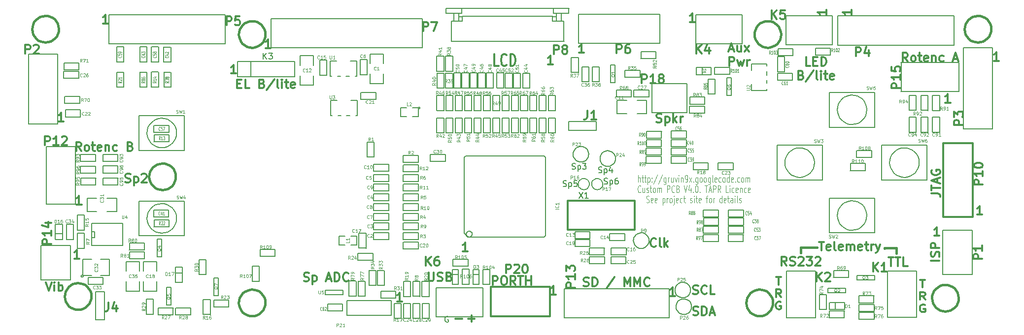
<source format=gto>
G04 (created by PCBNEW-RS274X (2011-07-08 BZR 3044)-stable) date 03/08/2011 00:28:50*
G01*
G70*
G90*
%MOIN*%
G04 Gerber Fmt 3.4, Leading zero omitted, Abs format*
%FSLAX34Y34*%
G04 APERTURE LIST*
%ADD10C,0.006000*%
%ADD11C,0.007900*%
%ADD12C,0.012000*%
%ADD13C,0.003900*%
%ADD14C,0.015000*%
%ADD15C,0.005000*%
%ADD16C,0.008000*%
%ADD17C,0.007500*%
%ADD18C,0.011800*%
%ADD19C,0.004300*%
G04 APERTURE END LIST*
G54D10*
G54D11*
X40753Y-32914D02*
X40716Y-32895D01*
X40659Y-32895D01*
X40603Y-32914D01*
X40566Y-32952D01*
X40547Y-32989D01*
X40528Y-33064D01*
X40528Y-33121D01*
X40547Y-33196D01*
X40566Y-33233D01*
X40603Y-33271D01*
X40659Y-33289D01*
X40697Y-33289D01*
X40753Y-33271D01*
X40772Y-33252D01*
X40772Y-33121D01*
X40697Y-33121D01*
G54D12*
X41248Y-33074D02*
X41705Y-33074D01*
X39428Y-29920D02*
X39428Y-30398D01*
X39456Y-30454D01*
X39485Y-30483D01*
X39542Y-30511D01*
X39656Y-30511D01*
X39714Y-30483D01*
X39742Y-30454D01*
X39771Y-30398D01*
X39771Y-29920D01*
X40028Y-30483D02*
X40114Y-30511D01*
X40257Y-30511D01*
X40314Y-30483D01*
X40343Y-30454D01*
X40371Y-30398D01*
X40371Y-30342D01*
X40343Y-30286D01*
X40314Y-30257D01*
X40257Y-30229D01*
X40143Y-30201D01*
X40085Y-30173D01*
X40057Y-30145D01*
X40028Y-30089D01*
X40028Y-30032D01*
X40057Y-29976D01*
X40085Y-29948D01*
X40143Y-29920D01*
X40285Y-29920D01*
X40371Y-29948D01*
X40828Y-30201D02*
X40914Y-30229D01*
X40942Y-30257D01*
X40971Y-30314D01*
X40971Y-30398D01*
X40942Y-30454D01*
X40914Y-30483D01*
X40856Y-30511D01*
X40628Y-30511D01*
X40628Y-29920D01*
X40828Y-29920D01*
X40885Y-29948D01*
X40914Y-29976D01*
X40942Y-30032D01*
X40942Y-30089D01*
X40914Y-30145D01*
X40885Y-30173D01*
X40828Y-30201D01*
X40628Y-30201D01*
X42091Y-33049D02*
X42548Y-33049D01*
X42319Y-33274D02*
X42319Y-32823D01*
G54D13*
X53602Y-23801D02*
X53602Y-23329D01*
X53737Y-23801D02*
X53737Y-23554D01*
X53722Y-23509D01*
X53692Y-23486D01*
X53647Y-23486D01*
X53617Y-23509D01*
X53602Y-23531D01*
X53842Y-23486D02*
X53962Y-23486D01*
X53887Y-23329D02*
X53887Y-23734D01*
X53902Y-23779D01*
X53932Y-23801D01*
X53962Y-23801D01*
X54022Y-23486D02*
X54142Y-23486D01*
X54067Y-23329D02*
X54067Y-23734D01*
X54082Y-23779D01*
X54112Y-23801D01*
X54142Y-23801D01*
X54247Y-23486D02*
X54247Y-23958D01*
X54247Y-23509D02*
X54277Y-23486D01*
X54337Y-23486D01*
X54367Y-23509D01*
X54382Y-23531D01*
X54397Y-23576D01*
X54397Y-23711D01*
X54382Y-23756D01*
X54367Y-23779D01*
X54337Y-23801D01*
X54277Y-23801D01*
X54247Y-23779D01*
X54532Y-23756D02*
X54547Y-23779D01*
X54532Y-23801D01*
X54517Y-23779D01*
X54532Y-23756D01*
X54532Y-23801D01*
X54532Y-23509D02*
X54547Y-23531D01*
X54532Y-23554D01*
X54517Y-23531D01*
X54532Y-23509D01*
X54532Y-23554D01*
X54907Y-23307D02*
X54637Y-23913D01*
X55237Y-23307D02*
X54967Y-23913D01*
X55477Y-23486D02*
X55477Y-23868D01*
X55462Y-23913D01*
X55447Y-23936D01*
X55417Y-23958D01*
X55372Y-23958D01*
X55342Y-23936D01*
X55477Y-23779D02*
X55447Y-23801D01*
X55387Y-23801D01*
X55357Y-23779D01*
X55342Y-23756D01*
X55327Y-23711D01*
X55327Y-23576D01*
X55342Y-23531D01*
X55357Y-23509D01*
X55387Y-23486D01*
X55447Y-23486D01*
X55477Y-23509D01*
X55627Y-23801D02*
X55627Y-23486D01*
X55627Y-23576D02*
X55642Y-23531D01*
X55657Y-23509D01*
X55687Y-23486D01*
X55717Y-23486D01*
X55957Y-23486D02*
X55957Y-23801D01*
X55822Y-23486D02*
X55822Y-23734D01*
X55837Y-23779D01*
X55867Y-23801D01*
X55912Y-23801D01*
X55942Y-23779D01*
X55957Y-23756D01*
X56077Y-23486D02*
X56152Y-23801D01*
X56227Y-23486D01*
X56347Y-23801D02*
X56347Y-23486D01*
X56347Y-23329D02*
X56332Y-23352D01*
X56347Y-23374D01*
X56362Y-23352D01*
X56347Y-23329D01*
X56347Y-23374D01*
X56497Y-23486D02*
X56497Y-23801D01*
X56497Y-23531D02*
X56512Y-23509D01*
X56542Y-23486D01*
X56587Y-23486D01*
X56617Y-23509D01*
X56632Y-23554D01*
X56632Y-23801D01*
X56797Y-23801D02*
X56857Y-23801D01*
X56887Y-23779D01*
X56902Y-23756D01*
X56932Y-23689D01*
X56947Y-23599D01*
X56947Y-23419D01*
X56932Y-23374D01*
X56917Y-23352D01*
X56887Y-23329D01*
X56827Y-23329D01*
X56797Y-23352D01*
X56782Y-23374D01*
X56767Y-23419D01*
X56767Y-23531D01*
X56782Y-23576D01*
X56797Y-23599D01*
X56827Y-23621D01*
X56887Y-23621D01*
X56917Y-23599D01*
X56932Y-23576D01*
X56947Y-23531D01*
X57052Y-23801D02*
X57217Y-23486D01*
X57052Y-23486D02*
X57217Y-23801D01*
X57337Y-23756D02*
X57352Y-23779D01*
X57337Y-23801D01*
X57322Y-23779D01*
X57337Y-23756D01*
X57337Y-23801D01*
X57622Y-23486D02*
X57622Y-23868D01*
X57607Y-23913D01*
X57592Y-23936D01*
X57562Y-23958D01*
X57517Y-23958D01*
X57487Y-23936D01*
X57622Y-23779D02*
X57592Y-23801D01*
X57532Y-23801D01*
X57502Y-23779D01*
X57487Y-23756D01*
X57472Y-23711D01*
X57472Y-23576D01*
X57487Y-23531D01*
X57502Y-23509D01*
X57532Y-23486D01*
X57592Y-23486D01*
X57622Y-23509D01*
X57817Y-23801D02*
X57787Y-23779D01*
X57772Y-23756D01*
X57757Y-23711D01*
X57757Y-23576D01*
X57772Y-23531D01*
X57787Y-23509D01*
X57817Y-23486D01*
X57862Y-23486D01*
X57892Y-23509D01*
X57907Y-23531D01*
X57922Y-23576D01*
X57922Y-23711D01*
X57907Y-23756D01*
X57892Y-23779D01*
X57862Y-23801D01*
X57817Y-23801D01*
X58102Y-23801D02*
X58072Y-23779D01*
X58057Y-23756D01*
X58042Y-23711D01*
X58042Y-23576D01*
X58057Y-23531D01*
X58072Y-23509D01*
X58102Y-23486D01*
X58147Y-23486D01*
X58177Y-23509D01*
X58192Y-23531D01*
X58207Y-23576D01*
X58207Y-23711D01*
X58192Y-23756D01*
X58177Y-23779D01*
X58147Y-23801D01*
X58102Y-23801D01*
X58477Y-23486D02*
X58477Y-23868D01*
X58462Y-23913D01*
X58447Y-23936D01*
X58417Y-23958D01*
X58372Y-23958D01*
X58342Y-23936D01*
X58477Y-23779D02*
X58447Y-23801D01*
X58387Y-23801D01*
X58357Y-23779D01*
X58342Y-23756D01*
X58327Y-23711D01*
X58327Y-23576D01*
X58342Y-23531D01*
X58357Y-23509D01*
X58387Y-23486D01*
X58447Y-23486D01*
X58477Y-23509D01*
X58672Y-23801D02*
X58642Y-23779D01*
X58627Y-23734D01*
X58627Y-23329D01*
X58912Y-23779D02*
X58882Y-23801D01*
X58822Y-23801D01*
X58792Y-23779D01*
X58777Y-23734D01*
X58777Y-23554D01*
X58792Y-23509D01*
X58822Y-23486D01*
X58882Y-23486D01*
X58912Y-23509D01*
X58927Y-23554D01*
X58927Y-23599D01*
X58777Y-23644D01*
X59197Y-23779D02*
X59167Y-23801D01*
X59107Y-23801D01*
X59077Y-23779D01*
X59062Y-23756D01*
X59047Y-23711D01*
X59047Y-23576D01*
X59062Y-23531D01*
X59077Y-23509D01*
X59107Y-23486D01*
X59167Y-23486D01*
X59197Y-23509D01*
X59377Y-23801D02*
X59347Y-23779D01*
X59332Y-23756D01*
X59317Y-23711D01*
X59317Y-23576D01*
X59332Y-23531D01*
X59347Y-23509D01*
X59377Y-23486D01*
X59422Y-23486D01*
X59452Y-23509D01*
X59467Y-23531D01*
X59482Y-23576D01*
X59482Y-23711D01*
X59467Y-23756D01*
X59452Y-23779D01*
X59422Y-23801D01*
X59377Y-23801D01*
X59752Y-23801D02*
X59752Y-23329D01*
X59752Y-23779D02*
X59722Y-23801D01*
X59662Y-23801D01*
X59632Y-23779D01*
X59617Y-23756D01*
X59602Y-23711D01*
X59602Y-23576D01*
X59617Y-23531D01*
X59632Y-23509D01*
X59662Y-23486D01*
X59722Y-23486D01*
X59752Y-23509D01*
X60022Y-23779D02*
X59992Y-23801D01*
X59932Y-23801D01*
X59902Y-23779D01*
X59887Y-23734D01*
X59887Y-23554D01*
X59902Y-23509D01*
X59932Y-23486D01*
X59992Y-23486D01*
X60022Y-23509D01*
X60037Y-23554D01*
X60037Y-23599D01*
X59887Y-23644D01*
X60172Y-23756D02*
X60187Y-23779D01*
X60172Y-23801D01*
X60157Y-23779D01*
X60172Y-23756D01*
X60172Y-23801D01*
X60457Y-23779D02*
X60427Y-23801D01*
X60367Y-23801D01*
X60337Y-23779D01*
X60322Y-23756D01*
X60307Y-23711D01*
X60307Y-23576D01*
X60322Y-23531D01*
X60337Y-23509D01*
X60367Y-23486D01*
X60427Y-23486D01*
X60457Y-23509D01*
X60637Y-23801D02*
X60607Y-23779D01*
X60592Y-23756D01*
X60577Y-23711D01*
X60577Y-23576D01*
X60592Y-23531D01*
X60607Y-23509D01*
X60637Y-23486D01*
X60682Y-23486D01*
X60712Y-23509D01*
X60727Y-23531D01*
X60742Y-23576D01*
X60742Y-23711D01*
X60727Y-23756D01*
X60712Y-23779D01*
X60682Y-23801D01*
X60637Y-23801D01*
X60877Y-23801D02*
X60877Y-23486D01*
X60877Y-23531D02*
X60892Y-23509D01*
X60922Y-23486D01*
X60967Y-23486D01*
X60997Y-23509D01*
X61012Y-23554D01*
X61012Y-23801D01*
X61012Y-23554D02*
X61027Y-23509D01*
X61057Y-23486D01*
X61102Y-23486D01*
X61132Y-23509D01*
X61147Y-23554D01*
X61147Y-23801D01*
X53767Y-24455D02*
X53752Y-24478D01*
X53707Y-24500D01*
X53677Y-24500D01*
X53632Y-24478D01*
X53602Y-24433D01*
X53587Y-24388D01*
X53572Y-24298D01*
X53572Y-24230D01*
X53587Y-24140D01*
X53602Y-24095D01*
X53632Y-24051D01*
X53677Y-24028D01*
X53707Y-24028D01*
X53752Y-24051D01*
X53767Y-24073D01*
X54037Y-24185D02*
X54037Y-24500D01*
X53902Y-24185D02*
X53902Y-24433D01*
X53917Y-24478D01*
X53947Y-24500D01*
X53992Y-24500D01*
X54022Y-24478D01*
X54037Y-24455D01*
X54172Y-24478D02*
X54202Y-24500D01*
X54262Y-24500D01*
X54292Y-24478D01*
X54307Y-24433D01*
X54307Y-24410D01*
X54292Y-24365D01*
X54262Y-24343D01*
X54217Y-24343D01*
X54187Y-24320D01*
X54172Y-24275D01*
X54172Y-24253D01*
X54187Y-24208D01*
X54217Y-24185D01*
X54262Y-24185D01*
X54292Y-24208D01*
X54397Y-24185D02*
X54517Y-24185D01*
X54442Y-24028D02*
X54442Y-24433D01*
X54457Y-24478D01*
X54487Y-24500D01*
X54517Y-24500D01*
X54667Y-24500D02*
X54637Y-24478D01*
X54622Y-24455D01*
X54607Y-24410D01*
X54607Y-24275D01*
X54622Y-24230D01*
X54637Y-24208D01*
X54667Y-24185D01*
X54712Y-24185D01*
X54742Y-24208D01*
X54757Y-24230D01*
X54772Y-24275D01*
X54772Y-24410D01*
X54757Y-24455D01*
X54742Y-24478D01*
X54712Y-24500D01*
X54667Y-24500D01*
X54907Y-24500D02*
X54907Y-24185D01*
X54907Y-24230D02*
X54922Y-24208D01*
X54952Y-24185D01*
X54997Y-24185D01*
X55027Y-24208D01*
X55042Y-24253D01*
X55042Y-24500D01*
X55042Y-24253D02*
X55057Y-24208D01*
X55087Y-24185D01*
X55132Y-24185D01*
X55162Y-24208D01*
X55177Y-24253D01*
X55177Y-24500D01*
X55567Y-24500D02*
X55567Y-24028D01*
X55687Y-24028D01*
X55717Y-24051D01*
X55732Y-24073D01*
X55747Y-24118D01*
X55747Y-24185D01*
X55732Y-24230D01*
X55717Y-24253D01*
X55687Y-24275D01*
X55567Y-24275D01*
X56062Y-24455D02*
X56047Y-24478D01*
X56002Y-24500D01*
X55972Y-24500D01*
X55927Y-24478D01*
X55897Y-24433D01*
X55882Y-24388D01*
X55867Y-24298D01*
X55867Y-24230D01*
X55882Y-24140D01*
X55897Y-24095D01*
X55927Y-24051D01*
X55972Y-24028D01*
X56002Y-24028D01*
X56047Y-24051D01*
X56062Y-24073D01*
X56302Y-24253D02*
X56347Y-24275D01*
X56362Y-24298D01*
X56377Y-24343D01*
X56377Y-24410D01*
X56362Y-24455D01*
X56347Y-24478D01*
X56317Y-24500D01*
X56197Y-24500D01*
X56197Y-24028D01*
X56302Y-24028D01*
X56332Y-24051D01*
X56347Y-24073D01*
X56362Y-24118D01*
X56362Y-24163D01*
X56347Y-24208D01*
X56332Y-24230D01*
X56302Y-24253D01*
X56197Y-24253D01*
X56707Y-24028D02*
X56812Y-24500D01*
X56917Y-24028D01*
X57157Y-24185D02*
X57157Y-24500D01*
X57082Y-24006D02*
X57007Y-24343D01*
X57202Y-24343D01*
X57322Y-24455D02*
X57337Y-24478D01*
X57322Y-24500D01*
X57307Y-24478D01*
X57322Y-24455D01*
X57322Y-24500D01*
X57532Y-24028D02*
X57562Y-24028D01*
X57592Y-24051D01*
X57607Y-24073D01*
X57622Y-24118D01*
X57637Y-24208D01*
X57637Y-24320D01*
X57622Y-24410D01*
X57607Y-24455D01*
X57592Y-24478D01*
X57562Y-24500D01*
X57532Y-24500D01*
X57502Y-24478D01*
X57487Y-24455D01*
X57472Y-24410D01*
X57457Y-24320D01*
X57457Y-24208D01*
X57472Y-24118D01*
X57487Y-24073D01*
X57502Y-24051D01*
X57532Y-24028D01*
X57772Y-24455D02*
X57787Y-24478D01*
X57772Y-24500D01*
X57757Y-24478D01*
X57772Y-24455D01*
X57772Y-24500D01*
X58117Y-24028D02*
X58297Y-24028D01*
X58207Y-24500D02*
X58207Y-24028D01*
X58387Y-24365D02*
X58537Y-24365D01*
X58357Y-24500D02*
X58462Y-24028D01*
X58567Y-24500D01*
X58672Y-24500D02*
X58672Y-24028D01*
X58792Y-24028D01*
X58822Y-24051D01*
X58837Y-24073D01*
X58852Y-24118D01*
X58852Y-24185D01*
X58837Y-24230D01*
X58822Y-24253D01*
X58792Y-24275D01*
X58672Y-24275D01*
X59167Y-24500D02*
X59062Y-24275D01*
X58987Y-24500D02*
X58987Y-24028D01*
X59107Y-24028D01*
X59137Y-24051D01*
X59152Y-24073D01*
X59167Y-24118D01*
X59167Y-24185D01*
X59152Y-24230D01*
X59137Y-24253D01*
X59107Y-24275D01*
X58987Y-24275D01*
X59692Y-24500D02*
X59542Y-24500D01*
X59542Y-24028D01*
X59797Y-24500D02*
X59797Y-24185D01*
X59797Y-24028D02*
X59782Y-24051D01*
X59797Y-24073D01*
X59812Y-24051D01*
X59797Y-24028D01*
X59797Y-24073D01*
X60082Y-24478D02*
X60052Y-24500D01*
X59992Y-24500D01*
X59962Y-24478D01*
X59947Y-24455D01*
X59932Y-24410D01*
X59932Y-24275D01*
X59947Y-24230D01*
X59962Y-24208D01*
X59992Y-24185D01*
X60052Y-24185D01*
X60082Y-24208D01*
X60337Y-24478D02*
X60307Y-24500D01*
X60247Y-24500D01*
X60217Y-24478D01*
X60202Y-24433D01*
X60202Y-24253D01*
X60217Y-24208D01*
X60247Y-24185D01*
X60307Y-24185D01*
X60337Y-24208D01*
X60352Y-24253D01*
X60352Y-24298D01*
X60202Y-24343D01*
X60487Y-24185D02*
X60487Y-24500D01*
X60487Y-24230D02*
X60502Y-24208D01*
X60532Y-24185D01*
X60577Y-24185D01*
X60607Y-24208D01*
X60622Y-24253D01*
X60622Y-24500D01*
X60907Y-24478D02*
X60877Y-24500D01*
X60817Y-24500D01*
X60787Y-24478D01*
X60772Y-24455D01*
X60757Y-24410D01*
X60757Y-24275D01*
X60772Y-24230D01*
X60787Y-24208D01*
X60817Y-24185D01*
X60877Y-24185D01*
X60907Y-24208D01*
X61162Y-24478D02*
X61132Y-24500D01*
X61072Y-24500D01*
X61042Y-24478D01*
X61027Y-24433D01*
X61027Y-24253D01*
X61042Y-24208D01*
X61072Y-24185D01*
X61132Y-24185D01*
X61162Y-24208D01*
X61177Y-24253D01*
X61177Y-24298D01*
X61027Y-24343D01*
X54164Y-25177D02*
X54209Y-25199D01*
X54284Y-25199D01*
X54314Y-25177D01*
X54329Y-25154D01*
X54344Y-25109D01*
X54344Y-25064D01*
X54329Y-25019D01*
X54314Y-24997D01*
X54284Y-24974D01*
X54224Y-24952D01*
X54194Y-24929D01*
X54179Y-24907D01*
X54164Y-24862D01*
X54164Y-24817D01*
X54179Y-24772D01*
X54194Y-24750D01*
X54224Y-24727D01*
X54299Y-24727D01*
X54344Y-24750D01*
X54599Y-25177D02*
X54569Y-25199D01*
X54509Y-25199D01*
X54479Y-25177D01*
X54464Y-25132D01*
X54464Y-24952D01*
X54479Y-24907D01*
X54509Y-24884D01*
X54569Y-24884D01*
X54599Y-24907D01*
X54614Y-24952D01*
X54614Y-24997D01*
X54464Y-25042D01*
X54869Y-25177D02*
X54839Y-25199D01*
X54779Y-25199D01*
X54749Y-25177D01*
X54734Y-25132D01*
X54734Y-24952D01*
X54749Y-24907D01*
X54779Y-24884D01*
X54839Y-24884D01*
X54869Y-24907D01*
X54884Y-24952D01*
X54884Y-24997D01*
X54734Y-25042D01*
X55259Y-24884D02*
X55259Y-25356D01*
X55259Y-24907D02*
X55289Y-24884D01*
X55349Y-24884D01*
X55379Y-24907D01*
X55394Y-24929D01*
X55409Y-24974D01*
X55409Y-25109D01*
X55394Y-25154D01*
X55379Y-25177D01*
X55349Y-25199D01*
X55289Y-25199D01*
X55259Y-25177D01*
X55544Y-25199D02*
X55544Y-24884D01*
X55544Y-24974D02*
X55559Y-24929D01*
X55574Y-24907D01*
X55604Y-24884D01*
X55634Y-24884D01*
X55784Y-25199D02*
X55754Y-25177D01*
X55739Y-25154D01*
X55724Y-25109D01*
X55724Y-24974D01*
X55739Y-24929D01*
X55754Y-24907D01*
X55784Y-24884D01*
X55829Y-24884D01*
X55859Y-24907D01*
X55874Y-24929D01*
X55889Y-24974D01*
X55889Y-25109D01*
X55874Y-25154D01*
X55859Y-25177D01*
X55829Y-25199D01*
X55784Y-25199D01*
X56024Y-24884D02*
X56024Y-25289D01*
X56009Y-25334D01*
X55979Y-25356D01*
X55964Y-25356D01*
X56024Y-24727D02*
X56009Y-24750D01*
X56024Y-24772D01*
X56039Y-24750D01*
X56024Y-24727D01*
X56024Y-24772D01*
X56294Y-25177D02*
X56264Y-25199D01*
X56204Y-25199D01*
X56174Y-25177D01*
X56159Y-25132D01*
X56159Y-24952D01*
X56174Y-24907D01*
X56204Y-24884D01*
X56264Y-24884D01*
X56294Y-24907D01*
X56309Y-24952D01*
X56309Y-24997D01*
X56159Y-25042D01*
X56579Y-25177D02*
X56549Y-25199D01*
X56489Y-25199D01*
X56459Y-25177D01*
X56444Y-25154D01*
X56429Y-25109D01*
X56429Y-24974D01*
X56444Y-24929D01*
X56459Y-24907D01*
X56489Y-24884D01*
X56549Y-24884D01*
X56579Y-24907D01*
X56669Y-24884D02*
X56789Y-24884D01*
X56714Y-24727D02*
X56714Y-25132D01*
X56729Y-25177D01*
X56759Y-25199D01*
X56789Y-25199D01*
X57119Y-25177D02*
X57149Y-25199D01*
X57209Y-25199D01*
X57239Y-25177D01*
X57254Y-25132D01*
X57254Y-25109D01*
X57239Y-25064D01*
X57209Y-25042D01*
X57164Y-25042D01*
X57134Y-25019D01*
X57119Y-24974D01*
X57119Y-24952D01*
X57134Y-24907D01*
X57164Y-24884D01*
X57209Y-24884D01*
X57239Y-24907D01*
X57389Y-25199D02*
X57389Y-24884D01*
X57389Y-24727D02*
X57374Y-24750D01*
X57389Y-24772D01*
X57404Y-24750D01*
X57389Y-24727D01*
X57389Y-24772D01*
X57494Y-24884D02*
X57614Y-24884D01*
X57539Y-24727D02*
X57539Y-25132D01*
X57554Y-25177D01*
X57584Y-25199D01*
X57614Y-25199D01*
X57839Y-25177D02*
X57809Y-25199D01*
X57749Y-25199D01*
X57719Y-25177D01*
X57704Y-25132D01*
X57704Y-24952D01*
X57719Y-24907D01*
X57749Y-24884D01*
X57809Y-24884D01*
X57839Y-24907D01*
X57854Y-24952D01*
X57854Y-24997D01*
X57704Y-25042D01*
X58184Y-24884D02*
X58304Y-24884D01*
X58229Y-25199D02*
X58229Y-24794D01*
X58244Y-24750D01*
X58274Y-24727D01*
X58304Y-24727D01*
X58454Y-25199D02*
X58424Y-25177D01*
X58409Y-25154D01*
X58394Y-25109D01*
X58394Y-24974D01*
X58409Y-24929D01*
X58424Y-24907D01*
X58454Y-24884D01*
X58499Y-24884D01*
X58529Y-24907D01*
X58544Y-24929D01*
X58559Y-24974D01*
X58559Y-25109D01*
X58544Y-25154D01*
X58529Y-25177D01*
X58499Y-25199D01*
X58454Y-25199D01*
X58694Y-25199D02*
X58694Y-24884D01*
X58694Y-24974D02*
X58709Y-24929D01*
X58724Y-24907D01*
X58754Y-24884D01*
X58784Y-24884D01*
X59264Y-25199D02*
X59264Y-24727D01*
X59264Y-25177D02*
X59234Y-25199D01*
X59174Y-25199D01*
X59144Y-25177D01*
X59129Y-25154D01*
X59114Y-25109D01*
X59114Y-24974D01*
X59129Y-24929D01*
X59144Y-24907D01*
X59174Y-24884D01*
X59234Y-24884D01*
X59264Y-24907D01*
X59534Y-25177D02*
X59504Y-25199D01*
X59444Y-25199D01*
X59414Y-25177D01*
X59399Y-25132D01*
X59399Y-24952D01*
X59414Y-24907D01*
X59444Y-24884D01*
X59504Y-24884D01*
X59534Y-24907D01*
X59549Y-24952D01*
X59549Y-24997D01*
X59399Y-25042D01*
X59639Y-24884D02*
X59759Y-24884D01*
X59684Y-24727D02*
X59684Y-25132D01*
X59699Y-25177D01*
X59729Y-25199D01*
X59759Y-25199D01*
X59999Y-25199D02*
X59999Y-24952D01*
X59984Y-24907D01*
X59954Y-24884D01*
X59894Y-24884D01*
X59864Y-24907D01*
X59999Y-25177D02*
X59969Y-25199D01*
X59894Y-25199D01*
X59864Y-25177D01*
X59849Y-25132D01*
X59849Y-25087D01*
X59864Y-25042D01*
X59894Y-25019D01*
X59969Y-25019D01*
X59999Y-24997D01*
X60149Y-25199D02*
X60149Y-24884D01*
X60149Y-24727D02*
X60134Y-24750D01*
X60149Y-24772D01*
X60164Y-24750D01*
X60149Y-24727D01*
X60149Y-24772D01*
X60344Y-25199D02*
X60314Y-25177D01*
X60299Y-25132D01*
X60299Y-24727D01*
X60449Y-25177D02*
X60479Y-25199D01*
X60539Y-25199D01*
X60569Y-25177D01*
X60584Y-25132D01*
X60584Y-25109D01*
X60569Y-25064D01*
X60539Y-25042D01*
X60494Y-25042D01*
X60464Y-25019D01*
X60449Y-24974D01*
X60449Y-24952D01*
X60464Y-24907D01*
X60494Y-24884D01*
X60539Y-24884D01*
X60569Y-24907D01*
G54D11*
X51298Y-23917D02*
X51354Y-23935D01*
X51448Y-23935D01*
X51486Y-23917D01*
X51504Y-23898D01*
X51523Y-23860D01*
X51523Y-23823D01*
X51504Y-23785D01*
X51486Y-23767D01*
X51448Y-23748D01*
X51373Y-23729D01*
X51336Y-23710D01*
X51317Y-23692D01*
X51298Y-23654D01*
X51298Y-23617D01*
X51317Y-23579D01*
X51336Y-23560D01*
X51373Y-23541D01*
X51467Y-23541D01*
X51523Y-23560D01*
X51692Y-23673D02*
X51692Y-24067D01*
X51692Y-23692D02*
X51729Y-23673D01*
X51804Y-23673D01*
X51842Y-23692D01*
X51861Y-23710D01*
X51879Y-23748D01*
X51879Y-23860D01*
X51861Y-23898D01*
X51842Y-23917D01*
X51804Y-23935D01*
X51729Y-23935D01*
X51692Y-23917D01*
X52217Y-23541D02*
X52142Y-23541D01*
X52104Y-23560D01*
X52085Y-23579D01*
X52048Y-23635D01*
X52029Y-23710D01*
X52029Y-23860D01*
X52048Y-23898D01*
X52067Y-23917D01*
X52104Y-23935D01*
X52179Y-23935D01*
X52217Y-23917D01*
X52235Y-23898D01*
X52254Y-23860D01*
X52254Y-23767D01*
X52235Y-23729D01*
X52217Y-23710D01*
X52179Y-23692D01*
X52104Y-23692D01*
X52067Y-23710D01*
X52048Y-23729D01*
X52029Y-23767D01*
X48522Y-24078D02*
X48578Y-24096D01*
X48672Y-24096D01*
X48710Y-24078D01*
X48728Y-24059D01*
X48747Y-24021D01*
X48747Y-23984D01*
X48728Y-23946D01*
X48710Y-23928D01*
X48672Y-23909D01*
X48597Y-23890D01*
X48560Y-23871D01*
X48541Y-23853D01*
X48522Y-23815D01*
X48522Y-23778D01*
X48541Y-23740D01*
X48560Y-23721D01*
X48597Y-23702D01*
X48691Y-23702D01*
X48747Y-23721D01*
X48916Y-23834D02*
X48916Y-24228D01*
X48916Y-23853D02*
X48953Y-23834D01*
X49028Y-23834D01*
X49066Y-23853D01*
X49085Y-23871D01*
X49103Y-23909D01*
X49103Y-24021D01*
X49085Y-24059D01*
X49066Y-24078D01*
X49028Y-24096D01*
X48953Y-24096D01*
X48916Y-24078D01*
X49459Y-23702D02*
X49272Y-23702D01*
X49253Y-23890D01*
X49272Y-23871D01*
X49309Y-23853D01*
X49403Y-23853D01*
X49441Y-23871D01*
X49459Y-23890D01*
X49478Y-23928D01*
X49478Y-24021D01*
X49459Y-24059D01*
X49441Y-24078D01*
X49403Y-24096D01*
X49309Y-24096D01*
X49272Y-24078D01*
X49253Y-24059D01*
G54D12*
X65245Y-15916D02*
X64959Y-15916D01*
X64959Y-15325D01*
X65445Y-15606D02*
X65645Y-15606D01*
X65731Y-15916D02*
X65445Y-15916D01*
X65445Y-15325D01*
X65731Y-15325D01*
X65988Y-15916D02*
X65988Y-15325D01*
X66131Y-15325D01*
X66216Y-15353D01*
X66274Y-15409D01*
X66302Y-15465D01*
X66331Y-15578D01*
X66331Y-15662D01*
X66302Y-15775D01*
X66274Y-15831D01*
X66216Y-15888D01*
X66131Y-15916D01*
X65988Y-15916D01*
X64630Y-16553D02*
X64716Y-16581D01*
X64744Y-16609D01*
X64773Y-16666D01*
X64773Y-16750D01*
X64744Y-16806D01*
X64716Y-16835D01*
X64658Y-16863D01*
X64430Y-16863D01*
X64430Y-16272D01*
X64630Y-16272D01*
X64687Y-16300D01*
X64716Y-16328D01*
X64744Y-16384D01*
X64744Y-16441D01*
X64716Y-16497D01*
X64687Y-16525D01*
X64630Y-16553D01*
X64430Y-16553D01*
X65458Y-16244D02*
X64944Y-17003D01*
X65745Y-16863D02*
X65687Y-16835D01*
X65659Y-16778D01*
X65659Y-16272D01*
X65973Y-16863D02*
X65973Y-16469D01*
X65973Y-16272D02*
X65944Y-16300D01*
X65973Y-16328D01*
X66001Y-16300D01*
X65973Y-16272D01*
X65973Y-16328D01*
X66173Y-16469D02*
X66402Y-16469D01*
X66259Y-16272D02*
X66259Y-16778D01*
X66287Y-16835D01*
X66345Y-16863D01*
X66402Y-16863D01*
X66830Y-16835D02*
X66773Y-16863D01*
X66659Y-16863D01*
X66602Y-16835D01*
X66573Y-16778D01*
X66573Y-16553D01*
X66602Y-16497D01*
X66659Y-16469D01*
X66773Y-16469D01*
X66830Y-16497D01*
X66859Y-16553D01*
X66859Y-16609D01*
X66573Y-16666D01*
X66330Y-12115D02*
X66330Y-12458D01*
X66330Y-12286D02*
X65739Y-12286D01*
X65823Y-12343D01*
X65879Y-12401D01*
X65908Y-12458D01*
G54D14*
X64606Y-28228D02*
X65709Y-28228D01*
X64606Y-28583D02*
X64606Y-28228D01*
X70276Y-28268D02*
X70276Y-28307D01*
X71063Y-28268D02*
X70276Y-28268D01*
X71063Y-28622D02*
X71063Y-28268D01*
G54D12*
X65828Y-27861D02*
X66171Y-27861D01*
X66000Y-28412D02*
X66000Y-27861D01*
X66599Y-28385D02*
X66542Y-28412D01*
X66428Y-28412D01*
X66371Y-28385D01*
X66342Y-28333D01*
X66342Y-28123D01*
X66371Y-28070D01*
X66428Y-28044D01*
X66542Y-28044D01*
X66599Y-28070D01*
X66628Y-28123D01*
X66628Y-28175D01*
X66342Y-28228D01*
X66971Y-28412D02*
X66913Y-28385D01*
X66885Y-28333D01*
X66885Y-27861D01*
X67427Y-28385D02*
X67370Y-28412D01*
X67256Y-28412D01*
X67199Y-28385D01*
X67170Y-28333D01*
X67170Y-28123D01*
X67199Y-28070D01*
X67256Y-28044D01*
X67370Y-28044D01*
X67427Y-28070D01*
X67456Y-28123D01*
X67456Y-28175D01*
X67170Y-28228D01*
X67713Y-28412D02*
X67713Y-28044D01*
X67713Y-28097D02*
X67741Y-28070D01*
X67799Y-28044D01*
X67884Y-28044D01*
X67941Y-28070D01*
X67970Y-28123D01*
X67970Y-28412D01*
X67970Y-28123D02*
X67999Y-28070D01*
X68056Y-28044D01*
X68141Y-28044D01*
X68199Y-28070D01*
X68227Y-28123D01*
X68227Y-28412D01*
X68741Y-28385D02*
X68684Y-28412D01*
X68570Y-28412D01*
X68513Y-28385D01*
X68484Y-28333D01*
X68484Y-28123D01*
X68513Y-28070D01*
X68570Y-28044D01*
X68684Y-28044D01*
X68741Y-28070D01*
X68770Y-28123D01*
X68770Y-28175D01*
X68484Y-28228D01*
X68941Y-28044D02*
X69170Y-28044D01*
X69027Y-27861D02*
X69027Y-28333D01*
X69055Y-28385D01*
X69113Y-28412D01*
X69170Y-28412D01*
X69370Y-28412D02*
X69370Y-28044D01*
X69370Y-28149D02*
X69398Y-28097D01*
X69427Y-28070D01*
X69484Y-28044D01*
X69541Y-28044D01*
X69684Y-28044D02*
X69827Y-28412D01*
X69969Y-28044D02*
X69827Y-28412D01*
X69769Y-28543D01*
X69741Y-28569D01*
X69684Y-28595D01*
X72668Y-30419D02*
X73011Y-30419D01*
X72840Y-30931D02*
X72840Y-30419D01*
X73025Y-31767D02*
X72825Y-31523D01*
X72682Y-31767D02*
X72682Y-31255D01*
X72910Y-31255D01*
X72968Y-31280D01*
X72996Y-31304D01*
X73025Y-31353D01*
X73025Y-31426D01*
X72996Y-31475D01*
X72968Y-31499D01*
X72910Y-31523D01*
X72682Y-31523D01*
X72996Y-32116D02*
X72939Y-32091D01*
X72853Y-32091D01*
X72768Y-32116D01*
X72710Y-32164D01*
X72682Y-32213D01*
X72653Y-32311D01*
X72653Y-32384D01*
X72682Y-32481D01*
X72710Y-32530D01*
X72768Y-32579D01*
X72853Y-32603D01*
X72910Y-32603D01*
X72996Y-32579D01*
X73025Y-32554D01*
X73025Y-32384D01*
X72910Y-32384D01*
X62920Y-30238D02*
X63263Y-30238D01*
X63092Y-30750D02*
X63092Y-30238D01*
X63277Y-31586D02*
X63077Y-31342D01*
X62934Y-31586D02*
X62934Y-31074D01*
X63162Y-31074D01*
X63220Y-31099D01*
X63248Y-31123D01*
X63277Y-31172D01*
X63277Y-31245D01*
X63248Y-31294D01*
X63220Y-31318D01*
X63162Y-31342D01*
X62934Y-31342D01*
X63248Y-31935D02*
X63191Y-31910D01*
X63105Y-31910D01*
X63020Y-31935D01*
X62962Y-31983D01*
X62934Y-32032D01*
X62905Y-32130D01*
X62905Y-32203D01*
X62934Y-32300D01*
X62962Y-32349D01*
X63020Y-32398D01*
X63105Y-32422D01*
X63162Y-32422D01*
X63248Y-32398D01*
X63277Y-32373D01*
X63277Y-32203D01*
X63162Y-32203D01*
X18917Y-23802D02*
X19001Y-23830D01*
X19142Y-23830D01*
X19198Y-23802D01*
X19226Y-23773D01*
X19254Y-23717D01*
X19254Y-23661D01*
X19226Y-23605D01*
X19198Y-23576D01*
X19142Y-23548D01*
X19029Y-23520D01*
X18973Y-23492D01*
X18945Y-23464D01*
X18917Y-23408D01*
X18917Y-23351D01*
X18945Y-23295D01*
X18973Y-23267D01*
X19029Y-23239D01*
X19170Y-23239D01*
X19254Y-23267D01*
X19508Y-23436D02*
X19508Y-24027D01*
X19508Y-23464D02*
X19564Y-23436D01*
X19677Y-23436D01*
X19733Y-23464D01*
X19761Y-23492D01*
X19789Y-23548D01*
X19789Y-23717D01*
X19761Y-23773D01*
X19733Y-23802D01*
X19677Y-23830D01*
X19564Y-23830D01*
X19508Y-23802D01*
X20015Y-23295D02*
X20043Y-23267D01*
X20099Y-23239D01*
X20240Y-23239D01*
X20296Y-23267D01*
X20324Y-23295D01*
X20352Y-23351D01*
X20352Y-23408D01*
X20324Y-23492D01*
X19986Y-23830D01*
X20352Y-23830D01*
G54D11*
X50920Y-23153D02*
X50976Y-23171D01*
X51070Y-23171D01*
X51108Y-23153D01*
X51126Y-23134D01*
X51145Y-23096D01*
X51145Y-23059D01*
X51126Y-23021D01*
X51108Y-23003D01*
X51070Y-22984D01*
X50995Y-22965D01*
X50958Y-22946D01*
X50939Y-22928D01*
X50920Y-22890D01*
X50920Y-22853D01*
X50939Y-22815D01*
X50958Y-22796D01*
X50995Y-22777D01*
X51089Y-22777D01*
X51145Y-22796D01*
X51314Y-22909D02*
X51314Y-23303D01*
X51314Y-22928D02*
X51351Y-22909D01*
X51426Y-22909D01*
X51464Y-22928D01*
X51483Y-22946D01*
X51501Y-22984D01*
X51501Y-23096D01*
X51483Y-23134D01*
X51464Y-23153D01*
X51426Y-23171D01*
X51351Y-23171D01*
X51314Y-23153D01*
X51839Y-22909D02*
X51839Y-23171D01*
X51745Y-22759D02*
X51651Y-23040D01*
X51895Y-23040D01*
X49128Y-22909D02*
X49184Y-22927D01*
X49278Y-22927D01*
X49316Y-22909D01*
X49334Y-22890D01*
X49353Y-22852D01*
X49353Y-22815D01*
X49334Y-22777D01*
X49316Y-22759D01*
X49278Y-22740D01*
X49203Y-22721D01*
X49166Y-22702D01*
X49147Y-22684D01*
X49128Y-22646D01*
X49128Y-22609D01*
X49147Y-22571D01*
X49166Y-22552D01*
X49203Y-22533D01*
X49297Y-22533D01*
X49353Y-22552D01*
X49522Y-22665D02*
X49522Y-23059D01*
X49522Y-22684D02*
X49559Y-22665D01*
X49634Y-22665D01*
X49672Y-22684D01*
X49691Y-22702D01*
X49709Y-22740D01*
X49709Y-22852D01*
X49691Y-22890D01*
X49672Y-22909D01*
X49634Y-22927D01*
X49559Y-22927D01*
X49522Y-22909D01*
X49840Y-22533D02*
X50084Y-22533D01*
X49953Y-22684D01*
X50009Y-22684D01*
X50047Y-22702D01*
X50065Y-22721D01*
X50084Y-22759D01*
X50084Y-22852D01*
X50065Y-22890D01*
X50047Y-22909D01*
X50009Y-22927D01*
X49897Y-22927D01*
X49859Y-22909D01*
X49840Y-22890D01*
G54D12*
X57322Y-32798D02*
X57406Y-32826D01*
X57547Y-32826D01*
X57603Y-32798D01*
X57631Y-32769D01*
X57659Y-32713D01*
X57659Y-32657D01*
X57631Y-32601D01*
X57603Y-32572D01*
X57547Y-32544D01*
X57434Y-32516D01*
X57378Y-32488D01*
X57350Y-32460D01*
X57322Y-32404D01*
X57322Y-32347D01*
X57350Y-32291D01*
X57378Y-32263D01*
X57434Y-32235D01*
X57575Y-32235D01*
X57659Y-32263D01*
X57913Y-32826D02*
X57913Y-32235D01*
X58053Y-32235D01*
X58138Y-32263D01*
X58194Y-32319D01*
X58222Y-32375D01*
X58250Y-32488D01*
X58250Y-32572D01*
X58222Y-32685D01*
X58194Y-32741D01*
X58138Y-32798D01*
X58053Y-32826D01*
X57913Y-32826D01*
X58476Y-32657D02*
X58757Y-32657D01*
X58419Y-32826D02*
X58616Y-32235D01*
X58813Y-32826D01*
X57317Y-31368D02*
X57401Y-31396D01*
X57542Y-31396D01*
X57598Y-31368D01*
X57626Y-31339D01*
X57654Y-31283D01*
X57654Y-31227D01*
X57626Y-31171D01*
X57598Y-31142D01*
X57542Y-31114D01*
X57429Y-31086D01*
X57373Y-31058D01*
X57345Y-31030D01*
X57317Y-30974D01*
X57317Y-30917D01*
X57345Y-30861D01*
X57373Y-30833D01*
X57429Y-30805D01*
X57570Y-30805D01*
X57654Y-30833D01*
X58245Y-31339D02*
X58217Y-31368D01*
X58133Y-31396D01*
X58077Y-31396D01*
X57992Y-31368D01*
X57936Y-31311D01*
X57908Y-31255D01*
X57880Y-31142D01*
X57880Y-31058D01*
X57908Y-30945D01*
X57936Y-30889D01*
X57992Y-30833D01*
X58077Y-30805D01*
X58133Y-30805D01*
X58217Y-30833D01*
X58245Y-30861D01*
X58780Y-31396D02*
X58499Y-31396D01*
X58499Y-30805D01*
X43765Y-30767D02*
X43765Y-30176D01*
X43990Y-30176D01*
X44046Y-30204D01*
X44074Y-30232D01*
X44102Y-30288D01*
X44102Y-30373D01*
X44074Y-30429D01*
X44046Y-30457D01*
X43990Y-30485D01*
X43765Y-30485D01*
X44468Y-30176D02*
X44581Y-30176D01*
X44637Y-30204D01*
X44693Y-30260D01*
X44722Y-30373D01*
X44722Y-30570D01*
X44693Y-30682D01*
X44637Y-30739D01*
X44581Y-30767D01*
X44468Y-30767D01*
X44412Y-30739D01*
X44356Y-30682D01*
X44328Y-30570D01*
X44328Y-30373D01*
X44356Y-30260D01*
X44412Y-30204D01*
X44468Y-30176D01*
X45312Y-30767D02*
X45115Y-30485D01*
X44975Y-30767D02*
X44975Y-30176D01*
X45200Y-30176D01*
X45256Y-30204D01*
X45284Y-30232D01*
X45312Y-30288D01*
X45312Y-30373D01*
X45284Y-30429D01*
X45256Y-30457D01*
X45200Y-30485D01*
X44975Y-30485D01*
X45481Y-30176D02*
X45819Y-30176D01*
X45650Y-30767D02*
X45650Y-30176D01*
X46016Y-30767D02*
X46016Y-30176D01*
X46016Y-30457D02*
X46353Y-30457D01*
X46353Y-30767D02*
X46353Y-30176D01*
X30991Y-30498D02*
X31075Y-30526D01*
X31216Y-30526D01*
X31272Y-30498D01*
X31300Y-30469D01*
X31328Y-30413D01*
X31328Y-30357D01*
X31300Y-30301D01*
X31272Y-30272D01*
X31216Y-30244D01*
X31103Y-30216D01*
X31047Y-30188D01*
X31019Y-30160D01*
X30991Y-30104D01*
X30991Y-30047D01*
X31019Y-29991D01*
X31047Y-29963D01*
X31103Y-29935D01*
X31244Y-29935D01*
X31328Y-29963D01*
X31582Y-30132D02*
X31582Y-30723D01*
X31582Y-30160D02*
X31638Y-30132D01*
X31751Y-30132D01*
X31807Y-30160D01*
X31835Y-30188D01*
X31863Y-30244D01*
X31863Y-30413D01*
X31835Y-30469D01*
X31807Y-30498D01*
X31751Y-30526D01*
X31638Y-30526D01*
X31582Y-30498D01*
X32539Y-30357D02*
X32820Y-30357D01*
X32482Y-30526D02*
X32679Y-29935D01*
X32876Y-30526D01*
X33074Y-30526D02*
X33074Y-29935D01*
X33214Y-29935D01*
X33299Y-29963D01*
X33355Y-30019D01*
X33383Y-30075D01*
X33411Y-30188D01*
X33411Y-30272D01*
X33383Y-30385D01*
X33355Y-30441D01*
X33299Y-30498D01*
X33214Y-30526D01*
X33074Y-30526D01*
X34002Y-30469D02*
X33974Y-30498D01*
X33890Y-30526D01*
X33834Y-30526D01*
X33749Y-30498D01*
X33693Y-30441D01*
X33665Y-30385D01*
X33637Y-30272D01*
X33637Y-30188D01*
X33665Y-30075D01*
X33693Y-30019D01*
X33749Y-29963D01*
X33834Y-29935D01*
X33890Y-29935D01*
X33974Y-29963D01*
X34002Y-29991D01*
X13525Y-30581D02*
X13722Y-31172D01*
X13919Y-30581D01*
X14117Y-31172D02*
X14117Y-30778D01*
X14117Y-30581D02*
X14089Y-30609D01*
X14117Y-30637D01*
X14145Y-30609D01*
X14117Y-30581D01*
X14117Y-30637D01*
X14398Y-31172D02*
X14398Y-30581D01*
X14398Y-30806D02*
X14454Y-30778D01*
X14567Y-30778D01*
X14623Y-30806D01*
X14651Y-30834D01*
X14679Y-30890D01*
X14679Y-31059D01*
X14651Y-31115D01*
X14623Y-31144D01*
X14567Y-31172D01*
X14454Y-31172D01*
X14398Y-31144D01*
X15927Y-21684D02*
X15730Y-21402D01*
X15590Y-21684D02*
X15590Y-21093D01*
X15815Y-21093D01*
X15871Y-21121D01*
X15899Y-21149D01*
X15927Y-21205D01*
X15927Y-21290D01*
X15899Y-21346D01*
X15871Y-21374D01*
X15815Y-21402D01*
X15590Y-21402D01*
X16265Y-21684D02*
X16209Y-21656D01*
X16181Y-21627D01*
X16153Y-21571D01*
X16153Y-21402D01*
X16181Y-21346D01*
X16209Y-21318D01*
X16265Y-21290D01*
X16350Y-21290D01*
X16406Y-21318D01*
X16434Y-21346D01*
X16462Y-21402D01*
X16462Y-21571D01*
X16434Y-21627D01*
X16406Y-21656D01*
X16350Y-21684D01*
X16265Y-21684D01*
X16631Y-21290D02*
X16856Y-21290D01*
X16716Y-21093D02*
X16716Y-21599D01*
X16744Y-21656D01*
X16800Y-21684D01*
X16856Y-21684D01*
X17279Y-21656D02*
X17223Y-21684D01*
X17110Y-21684D01*
X17054Y-21656D01*
X17026Y-21599D01*
X17026Y-21374D01*
X17054Y-21318D01*
X17110Y-21290D01*
X17223Y-21290D01*
X17279Y-21318D01*
X17307Y-21374D01*
X17307Y-21430D01*
X17026Y-21487D01*
X17561Y-21290D02*
X17561Y-21684D01*
X17561Y-21346D02*
X17589Y-21318D01*
X17645Y-21290D01*
X17730Y-21290D01*
X17786Y-21318D01*
X17814Y-21374D01*
X17814Y-21684D01*
X18349Y-21656D02*
X18293Y-21684D01*
X18180Y-21684D01*
X18124Y-21656D01*
X18096Y-21627D01*
X18068Y-21571D01*
X18068Y-21402D01*
X18096Y-21346D01*
X18124Y-21318D01*
X18180Y-21290D01*
X18293Y-21290D01*
X18349Y-21318D01*
X19250Y-21374D02*
X19334Y-21402D01*
X19362Y-21430D01*
X19390Y-21487D01*
X19390Y-21571D01*
X19362Y-21627D01*
X19334Y-21656D01*
X19278Y-21684D01*
X19053Y-21684D01*
X19053Y-21093D01*
X19250Y-21093D01*
X19306Y-21121D01*
X19334Y-21149D01*
X19362Y-21205D01*
X19362Y-21262D01*
X19334Y-21318D01*
X19306Y-21346D01*
X19250Y-21374D01*
X19053Y-21374D01*
X71839Y-15633D02*
X71642Y-15351D01*
X71502Y-15633D02*
X71502Y-15042D01*
X71727Y-15042D01*
X71783Y-15070D01*
X71811Y-15098D01*
X71839Y-15154D01*
X71839Y-15239D01*
X71811Y-15295D01*
X71783Y-15323D01*
X71727Y-15351D01*
X71502Y-15351D01*
X72177Y-15633D02*
X72121Y-15605D01*
X72093Y-15576D01*
X72065Y-15520D01*
X72065Y-15351D01*
X72093Y-15295D01*
X72121Y-15267D01*
X72177Y-15239D01*
X72262Y-15239D01*
X72318Y-15267D01*
X72346Y-15295D01*
X72374Y-15351D01*
X72374Y-15520D01*
X72346Y-15576D01*
X72318Y-15605D01*
X72262Y-15633D01*
X72177Y-15633D01*
X72543Y-15239D02*
X72768Y-15239D01*
X72628Y-15042D02*
X72628Y-15548D01*
X72656Y-15605D01*
X72712Y-15633D01*
X72768Y-15633D01*
X73191Y-15605D02*
X73135Y-15633D01*
X73022Y-15633D01*
X72966Y-15605D01*
X72938Y-15548D01*
X72938Y-15323D01*
X72966Y-15267D01*
X73022Y-15239D01*
X73135Y-15239D01*
X73191Y-15267D01*
X73219Y-15323D01*
X73219Y-15379D01*
X72938Y-15436D01*
X73473Y-15239D02*
X73473Y-15633D01*
X73473Y-15295D02*
X73501Y-15267D01*
X73557Y-15239D01*
X73642Y-15239D01*
X73698Y-15267D01*
X73726Y-15323D01*
X73726Y-15633D01*
X74261Y-15605D02*
X74205Y-15633D01*
X74092Y-15633D01*
X74036Y-15605D01*
X74008Y-15576D01*
X73980Y-15520D01*
X73980Y-15351D01*
X74008Y-15295D01*
X74036Y-15267D01*
X74092Y-15239D01*
X74205Y-15239D01*
X74261Y-15267D01*
X74937Y-15464D02*
X75218Y-15464D01*
X74880Y-15633D02*
X75077Y-15042D01*
X75274Y-15633D01*
X59774Y-14802D02*
X60055Y-14802D01*
X59717Y-14971D02*
X59914Y-14380D01*
X60111Y-14971D01*
X60562Y-14577D02*
X60562Y-14971D01*
X60309Y-14577D02*
X60309Y-14886D01*
X60337Y-14943D01*
X60393Y-14971D01*
X60478Y-14971D01*
X60534Y-14943D01*
X60562Y-14914D01*
X60787Y-14971D02*
X61097Y-14577D01*
X60787Y-14577D02*
X61097Y-14971D01*
X59774Y-15918D02*
X59774Y-15327D01*
X59999Y-15327D01*
X60055Y-15355D01*
X60083Y-15383D01*
X60111Y-15439D01*
X60111Y-15524D01*
X60083Y-15580D01*
X60055Y-15608D01*
X59999Y-15636D01*
X59774Y-15636D01*
X60308Y-15524D02*
X60421Y-15918D01*
X60534Y-15636D01*
X60646Y-15918D01*
X60759Y-15524D01*
X60984Y-15918D02*
X60984Y-15524D01*
X60984Y-15636D02*
X61012Y-15580D01*
X61040Y-15552D01*
X61096Y-15524D01*
X61153Y-15524D01*
X42078Y-28487D02*
X41741Y-28487D01*
X41909Y-28487D02*
X41909Y-27896D01*
X41853Y-27980D01*
X41797Y-28036D01*
X41741Y-28065D01*
X26389Y-16444D02*
X26052Y-16444D01*
X26220Y-16444D02*
X26220Y-15853D01*
X26164Y-15937D01*
X26108Y-15993D01*
X26052Y-16022D01*
X47823Y-15818D02*
X47486Y-15818D01*
X47654Y-15818D02*
X47654Y-15227D01*
X47598Y-15311D01*
X47542Y-15367D01*
X47486Y-15396D01*
X68022Y-12115D02*
X68022Y-12458D01*
X68022Y-12286D02*
X67431Y-12286D01*
X67515Y-12343D01*
X67571Y-12401D01*
X67600Y-12458D01*
X57444Y-12948D02*
X57101Y-12948D01*
X57273Y-12948D02*
X57273Y-12357D01*
X57216Y-12441D01*
X57158Y-12497D01*
X57101Y-12526D01*
X49932Y-15042D02*
X49589Y-15042D01*
X49761Y-15042D02*
X49761Y-14451D01*
X49704Y-14535D01*
X49646Y-14591D01*
X49589Y-14620D01*
X28743Y-14715D02*
X28400Y-14715D01*
X28572Y-14715D02*
X28572Y-14124D01*
X28515Y-14208D01*
X28457Y-14264D01*
X28400Y-14293D01*
X17739Y-13050D02*
X17396Y-13050D01*
X17568Y-13050D02*
X17568Y-12459D01*
X17511Y-12543D01*
X17453Y-12599D01*
X17396Y-12628D01*
X14739Y-19696D02*
X14396Y-19696D01*
X14568Y-19696D02*
X14568Y-19105D01*
X14511Y-19189D01*
X14453Y-19245D01*
X14396Y-19274D01*
X15802Y-28979D02*
X15459Y-28979D01*
X15631Y-28979D02*
X15631Y-28388D01*
X15574Y-28472D01*
X15516Y-28528D01*
X15459Y-28557D01*
X15955Y-25322D02*
X15612Y-25322D01*
X15784Y-25322D02*
X15784Y-24731D01*
X15727Y-24815D01*
X15669Y-24871D01*
X15612Y-24900D01*
X37641Y-31893D02*
X37298Y-31893D01*
X37470Y-31893D02*
X37470Y-31302D01*
X37413Y-31386D01*
X37355Y-31442D01*
X37298Y-31471D01*
X48038Y-31412D02*
X47695Y-31412D01*
X47867Y-31412D02*
X47867Y-30821D01*
X47810Y-30905D01*
X47752Y-30961D01*
X47695Y-30990D01*
X56101Y-31515D02*
X55758Y-31515D01*
X55930Y-31515D02*
X55930Y-30924D01*
X55873Y-31008D01*
X55815Y-31064D01*
X55758Y-31093D01*
X73971Y-27440D02*
X73628Y-27440D01*
X73800Y-27440D02*
X73800Y-26849D01*
X73743Y-26933D01*
X73685Y-26989D01*
X73628Y-27018D01*
X76869Y-26003D02*
X76526Y-26003D01*
X76698Y-26003D02*
X76698Y-25412D01*
X76641Y-25496D01*
X76583Y-25552D01*
X76526Y-25581D01*
X78003Y-15585D02*
X77660Y-15585D01*
X77832Y-15585D02*
X77832Y-14994D01*
X77775Y-15078D01*
X77717Y-15134D01*
X77660Y-15163D01*
X74719Y-18420D02*
X74376Y-18420D01*
X74548Y-18420D02*
X74548Y-17829D01*
X74491Y-17913D01*
X74433Y-17969D01*
X74376Y-17998D01*
X26478Y-17126D02*
X26678Y-17126D01*
X26764Y-17436D02*
X26478Y-17436D01*
X26478Y-16845D01*
X26764Y-16845D01*
X27307Y-17436D02*
X27021Y-17436D01*
X27021Y-16845D01*
X28164Y-17126D02*
X28250Y-17154D01*
X28278Y-17182D01*
X28307Y-17239D01*
X28307Y-17323D01*
X28278Y-17379D01*
X28250Y-17408D01*
X28192Y-17436D01*
X27964Y-17436D01*
X27964Y-16845D01*
X28164Y-16845D01*
X28221Y-16873D01*
X28250Y-16901D01*
X28278Y-16957D01*
X28278Y-17014D01*
X28250Y-17070D01*
X28221Y-17098D01*
X28164Y-17126D01*
X27964Y-17126D01*
X28992Y-16817D02*
X28478Y-17576D01*
X29279Y-17436D02*
X29221Y-17408D01*
X29193Y-17351D01*
X29193Y-16845D01*
X29507Y-17436D02*
X29507Y-17042D01*
X29507Y-16845D02*
X29478Y-16873D01*
X29507Y-16901D01*
X29535Y-16873D01*
X29507Y-16845D01*
X29507Y-16901D01*
X29707Y-17042D02*
X29936Y-17042D01*
X29793Y-16845D02*
X29793Y-17351D01*
X29821Y-17408D01*
X29879Y-17436D01*
X29936Y-17436D01*
X30364Y-17408D02*
X30307Y-17436D01*
X30193Y-17436D01*
X30136Y-17408D01*
X30107Y-17351D01*
X30107Y-17126D01*
X30136Y-17070D01*
X30193Y-17042D01*
X30307Y-17042D01*
X30364Y-17070D01*
X30393Y-17126D01*
X30393Y-17182D01*
X30107Y-17239D01*
X54838Y-19727D02*
X54924Y-19755D01*
X55067Y-19755D01*
X55124Y-19727D01*
X55153Y-19698D01*
X55181Y-19642D01*
X55181Y-19586D01*
X55153Y-19530D01*
X55124Y-19501D01*
X55067Y-19473D01*
X54953Y-19445D01*
X54895Y-19417D01*
X54867Y-19389D01*
X54838Y-19333D01*
X54838Y-19276D01*
X54867Y-19220D01*
X54895Y-19192D01*
X54953Y-19164D01*
X55095Y-19164D01*
X55181Y-19192D01*
X55438Y-19361D02*
X55438Y-19952D01*
X55438Y-19389D02*
X55495Y-19361D01*
X55609Y-19361D01*
X55666Y-19389D01*
X55695Y-19417D01*
X55724Y-19473D01*
X55724Y-19642D01*
X55695Y-19698D01*
X55666Y-19727D01*
X55609Y-19755D01*
X55495Y-19755D01*
X55438Y-19727D01*
X55981Y-19755D02*
X55981Y-19164D01*
X56038Y-19530D02*
X56209Y-19755D01*
X56209Y-19361D02*
X55981Y-19586D01*
X56467Y-19755D02*
X56467Y-19361D01*
X56467Y-19473D02*
X56495Y-19417D01*
X56524Y-19389D01*
X56581Y-19361D01*
X56638Y-19361D01*
X54810Y-28143D02*
X54781Y-28172D01*
X54695Y-28200D01*
X54638Y-28200D01*
X54553Y-28172D01*
X54495Y-28115D01*
X54467Y-28059D01*
X54438Y-27946D01*
X54438Y-27862D01*
X54467Y-27749D01*
X54495Y-27693D01*
X54553Y-27637D01*
X54638Y-27609D01*
X54695Y-27609D01*
X54781Y-27637D01*
X54810Y-27665D01*
X55153Y-28200D02*
X55095Y-28172D01*
X55067Y-28115D01*
X55067Y-27609D01*
X55381Y-28200D02*
X55381Y-27609D01*
X55438Y-27975D02*
X55609Y-28200D01*
X55609Y-27806D02*
X55381Y-28031D01*
X44153Y-15930D02*
X43867Y-15930D01*
X43867Y-15130D01*
X44696Y-15854D02*
X44667Y-15892D01*
X44581Y-15930D01*
X44524Y-15930D01*
X44439Y-15892D01*
X44381Y-15816D01*
X44353Y-15739D01*
X44324Y-15587D01*
X44324Y-15473D01*
X44353Y-15320D01*
X44381Y-15244D01*
X44439Y-15168D01*
X44524Y-15130D01*
X44581Y-15130D01*
X44667Y-15168D01*
X44696Y-15206D01*
X44953Y-15930D02*
X44953Y-15130D01*
X45096Y-15130D01*
X45181Y-15168D01*
X45239Y-15244D01*
X45267Y-15320D01*
X45296Y-15473D01*
X45296Y-15587D01*
X45267Y-15739D01*
X45239Y-15816D01*
X45181Y-15892D01*
X45096Y-15930D01*
X44953Y-15930D01*
X73428Y-24558D02*
X73850Y-24558D01*
X73934Y-24586D01*
X73991Y-24643D01*
X74019Y-24729D01*
X74019Y-24786D01*
X73428Y-24358D02*
X73428Y-24015D01*
X74019Y-24186D02*
X73428Y-24186D01*
X73850Y-23844D02*
X73850Y-23558D01*
X74019Y-23901D02*
X73428Y-23701D01*
X74019Y-23501D01*
X73456Y-22987D02*
X73428Y-23044D01*
X73428Y-23130D01*
X73456Y-23215D01*
X73512Y-23273D01*
X73568Y-23301D01*
X73681Y-23330D01*
X73765Y-23330D01*
X73878Y-23301D01*
X73934Y-23273D01*
X73991Y-23215D01*
X74019Y-23130D01*
X74019Y-23073D01*
X73991Y-22987D01*
X73962Y-22958D01*
X73765Y-22958D01*
X73765Y-23073D01*
X49913Y-30829D02*
X49999Y-30857D01*
X50142Y-30857D01*
X50199Y-30829D01*
X50228Y-30800D01*
X50256Y-30744D01*
X50256Y-30688D01*
X50228Y-30632D01*
X50199Y-30603D01*
X50142Y-30575D01*
X50028Y-30547D01*
X49970Y-30519D01*
X49942Y-30491D01*
X49913Y-30435D01*
X49913Y-30378D01*
X49942Y-30322D01*
X49970Y-30294D01*
X50028Y-30266D01*
X50170Y-30266D01*
X50256Y-30294D01*
X50513Y-30857D02*
X50513Y-30266D01*
X50656Y-30266D01*
X50741Y-30294D01*
X50799Y-30350D01*
X50827Y-30406D01*
X50856Y-30519D01*
X50856Y-30603D01*
X50827Y-30716D01*
X50799Y-30772D01*
X50741Y-30829D01*
X50656Y-30857D01*
X50513Y-30857D01*
X51998Y-30238D02*
X51484Y-30997D01*
X52656Y-30857D02*
X52656Y-30266D01*
X52856Y-30688D01*
X53056Y-30266D01*
X53056Y-30857D01*
X53342Y-30857D02*
X53342Y-30266D01*
X53542Y-30688D01*
X53742Y-30266D01*
X53742Y-30857D01*
X54371Y-30800D02*
X54342Y-30829D01*
X54256Y-30857D01*
X54199Y-30857D01*
X54114Y-30829D01*
X54056Y-30772D01*
X54028Y-30716D01*
X53999Y-30603D01*
X53999Y-30519D01*
X54028Y-30406D01*
X54056Y-30350D01*
X54114Y-30294D01*
X54199Y-30266D01*
X54256Y-30266D01*
X54342Y-30294D01*
X54371Y-30322D01*
X73983Y-29116D02*
X73392Y-29116D01*
X73955Y-28859D02*
X73983Y-28773D01*
X73983Y-28630D01*
X73955Y-28573D01*
X73926Y-28544D01*
X73870Y-28516D01*
X73814Y-28516D01*
X73758Y-28544D01*
X73729Y-28573D01*
X73701Y-28630D01*
X73673Y-28744D01*
X73645Y-28802D01*
X73617Y-28830D01*
X73561Y-28859D01*
X73504Y-28859D01*
X73448Y-28830D01*
X73420Y-28802D01*
X73392Y-28744D01*
X73392Y-28602D01*
X73420Y-28516D01*
X73983Y-28259D02*
X73392Y-28259D01*
X73392Y-28031D01*
X73420Y-27973D01*
X73448Y-27945D01*
X73504Y-27916D01*
X73589Y-27916D01*
X73645Y-27945D01*
X73673Y-27973D01*
X73701Y-28031D01*
X73701Y-28259D01*
X70538Y-28900D02*
X70881Y-28900D01*
X70710Y-29491D02*
X70710Y-28900D01*
X70995Y-28900D02*
X71338Y-28900D01*
X71167Y-29491D02*
X71167Y-28900D01*
X71824Y-29491D02*
X71538Y-29491D01*
X71538Y-28900D01*
X63650Y-29452D02*
X63450Y-29170D01*
X63307Y-29452D02*
X63307Y-28861D01*
X63535Y-28861D01*
X63593Y-28889D01*
X63621Y-28917D01*
X63650Y-28973D01*
X63650Y-29058D01*
X63621Y-29114D01*
X63593Y-29142D01*
X63535Y-29170D01*
X63307Y-29170D01*
X63878Y-29424D02*
X63964Y-29452D01*
X64107Y-29452D01*
X64164Y-29424D01*
X64193Y-29395D01*
X64221Y-29339D01*
X64221Y-29283D01*
X64193Y-29227D01*
X64164Y-29198D01*
X64107Y-29170D01*
X63993Y-29142D01*
X63935Y-29114D01*
X63907Y-29086D01*
X63878Y-29030D01*
X63878Y-28973D01*
X63907Y-28917D01*
X63935Y-28889D01*
X63993Y-28861D01*
X64135Y-28861D01*
X64221Y-28889D01*
X64449Y-28917D02*
X64478Y-28889D01*
X64535Y-28861D01*
X64678Y-28861D01*
X64735Y-28889D01*
X64764Y-28917D01*
X64792Y-28973D01*
X64792Y-29030D01*
X64764Y-29114D01*
X64421Y-29452D01*
X64792Y-29452D01*
X64992Y-28861D02*
X65363Y-28861D01*
X65163Y-29086D01*
X65249Y-29086D01*
X65306Y-29114D01*
X65335Y-29142D01*
X65363Y-29198D01*
X65363Y-29339D01*
X65335Y-29395D01*
X65306Y-29424D01*
X65249Y-29452D01*
X65077Y-29452D01*
X65020Y-29424D01*
X64992Y-29395D01*
X65591Y-28917D02*
X65620Y-28889D01*
X65677Y-28861D01*
X65820Y-28861D01*
X65877Y-28889D01*
X65906Y-28917D01*
X65934Y-28973D01*
X65934Y-29030D01*
X65906Y-29114D01*
X65563Y-29452D01*
X65934Y-29452D01*
G54D15*
X25673Y-14441D02*
X23311Y-14441D01*
X23311Y-12473D02*
X25673Y-12473D01*
X22524Y-14441D02*
X23312Y-14441D01*
X22524Y-12473D02*
X23312Y-12473D01*
X22524Y-14441D02*
X17800Y-14441D01*
X17800Y-14441D02*
X17800Y-12473D01*
X17800Y-12473D02*
X22524Y-12473D01*
X25674Y-12473D02*
X25674Y-14441D01*
X66536Y-24882D02*
X69606Y-24882D01*
X69606Y-27244D02*
X66536Y-27244D01*
X69606Y-27244D02*
X69606Y-24882D01*
X66536Y-24882D02*
X66536Y-27244D01*
X69071Y-26063D02*
X69051Y-26257D01*
X68995Y-26444D01*
X68903Y-26616D01*
X68780Y-26767D01*
X68630Y-26892D01*
X68458Y-26984D01*
X68272Y-27042D01*
X68077Y-27062D01*
X67884Y-27045D01*
X67697Y-26990D01*
X67524Y-26899D01*
X67372Y-26777D01*
X67246Y-26627D01*
X67152Y-26456D01*
X67093Y-26270D01*
X67072Y-26076D01*
X67088Y-25883D01*
X67142Y-25695D01*
X67231Y-25522D01*
X67352Y-25369D01*
X67501Y-25242D01*
X67671Y-25147D01*
X67857Y-25087D01*
X68051Y-25064D01*
X68244Y-25079D01*
X68432Y-25131D01*
X68606Y-25219D01*
X68760Y-25339D01*
X68888Y-25487D01*
X68984Y-25657D01*
X69046Y-25842D01*
X69070Y-26036D01*
X69071Y-26063D01*
X73149Y-23661D02*
X70079Y-23661D01*
X70079Y-21299D02*
X73149Y-21299D01*
X70079Y-21299D02*
X70079Y-23661D01*
X73149Y-23661D02*
X73149Y-21299D01*
X72614Y-22480D02*
X72594Y-22674D01*
X72538Y-22861D01*
X72446Y-23033D01*
X72323Y-23184D01*
X72173Y-23309D01*
X72001Y-23401D01*
X71815Y-23459D01*
X71620Y-23479D01*
X71427Y-23462D01*
X71240Y-23407D01*
X71067Y-23316D01*
X70915Y-23194D01*
X70789Y-23044D01*
X70695Y-22873D01*
X70636Y-22687D01*
X70615Y-22493D01*
X70631Y-22300D01*
X70685Y-22112D01*
X70774Y-21939D01*
X70895Y-21786D01*
X71044Y-21659D01*
X71214Y-21564D01*
X71400Y-21504D01*
X71594Y-21481D01*
X71787Y-21496D01*
X71975Y-21548D01*
X72149Y-21636D01*
X72303Y-21756D01*
X72431Y-21904D01*
X72527Y-22074D01*
X72589Y-22259D01*
X72613Y-22453D01*
X72614Y-22480D01*
X69606Y-20078D02*
X66536Y-20078D01*
X66536Y-17716D02*
X69606Y-17716D01*
X66536Y-17716D02*
X66536Y-20078D01*
X69606Y-20078D02*
X69606Y-17716D01*
X69071Y-18897D02*
X69051Y-19091D01*
X68995Y-19278D01*
X68903Y-19450D01*
X68780Y-19601D01*
X68630Y-19726D01*
X68458Y-19818D01*
X68272Y-19876D01*
X68077Y-19896D01*
X67884Y-19879D01*
X67697Y-19824D01*
X67524Y-19733D01*
X67372Y-19611D01*
X67246Y-19461D01*
X67152Y-19290D01*
X67093Y-19104D01*
X67072Y-18910D01*
X67088Y-18717D01*
X67142Y-18529D01*
X67231Y-18356D01*
X67352Y-18203D01*
X67501Y-18076D01*
X67671Y-17981D01*
X67857Y-17921D01*
X68051Y-17898D01*
X68244Y-17913D01*
X68432Y-17965D01*
X68606Y-18053D01*
X68760Y-18173D01*
X68888Y-18321D01*
X68984Y-18491D01*
X69046Y-18676D01*
X69070Y-18870D01*
X69071Y-18897D01*
X34167Y-27456D02*
X34567Y-27456D01*
X34567Y-27456D02*
X34567Y-28056D01*
X34567Y-28056D02*
X34167Y-28056D01*
X33767Y-28056D02*
X33367Y-28056D01*
X33367Y-28056D02*
X33367Y-27456D01*
X33367Y-27456D02*
X33767Y-27456D01*
X31647Y-15240D02*
X30747Y-15240D01*
X30747Y-15240D02*
X30747Y-15890D01*
X31647Y-16590D02*
X31647Y-17240D01*
X31647Y-17240D02*
X30747Y-17240D01*
X30747Y-17240D02*
X30747Y-16590D01*
X31647Y-15890D02*
X31647Y-15240D01*
X36352Y-15122D02*
X35452Y-15122D01*
X35452Y-15122D02*
X35452Y-15772D01*
X36352Y-16472D02*
X36352Y-17122D01*
X36352Y-17122D02*
X35452Y-17122D01*
X35452Y-17122D02*
X35452Y-16472D01*
X36352Y-15772D02*
X36352Y-15122D01*
X38830Y-18765D02*
X38829Y-18774D01*
X38826Y-18784D01*
X38821Y-18792D01*
X38815Y-18800D01*
X38807Y-18806D01*
X38799Y-18811D01*
X38790Y-18813D01*
X38780Y-18814D01*
X38771Y-18814D01*
X38762Y-18811D01*
X38753Y-18806D01*
X38746Y-18800D01*
X38739Y-18793D01*
X38735Y-18784D01*
X38732Y-18775D01*
X38731Y-18765D01*
X38731Y-18756D01*
X38734Y-18747D01*
X38738Y-18738D01*
X38745Y-18731D01*
X38752Y-18724D01*
X38760Y-18720D01*
X38770Y-18717D01*
X38779Y-18716D01*
X38788Y-18716D01*
X38798Y-18719D01*
X38806Y-18723D01*
X38814Y-18729D01*
X38820Y-18737D01*
X38825Y-18745D01*
X38828Y-18754D01*
X38829Y-18764D01*
X38830Y-18765D01*
X38330Y-18765D02*
X38730Y-18765D01*
X38730Y-18765D02*
X38730Y-19365D01*
X38730Y-19365D02*
X38330Y-19365D01*
X37930Y-19365D02*
X37530Y-19365D01*
X37530Y-19365D02*
X37530Y-18765D01*
X37530Y-18765D02*
X37930Y-18765D01*
X36722Y-27214D02*
X35718Y-27214D01*
X35698Y-27686D02*
X36722Y-27686D01*
X36722Y-27686D02*
X36722Y-27214D01*
X35709Y-27682D02*
X35709Y-27222D01*
X36722Y-26564D02*
X35718Y-26564D01*
X35698Y-27036D02*
X36722Y-27036D01*
X36722Y-27036D02*
X36722Y-26564D01*
X35709Y-27032D02*
X35709Y-26572D01*
X36722Y-24596D02*
X35718Y-24596D01*
X35698Y-25068D02*
X36722Y-25068D01*
X36722Y-25068D02*
X36722Y-24596D01*
X35709Y-25064D02*
X35709Y-24604D01*
X36722Y-23287D02*
X35718Y-23287D01*
X35698Y-23759D02*
X36722Y-23759D01*
X36722Y-23759D02*
X36722Y-23287D01*
X35709Y-23755D02*
X35709Y-23295D01*
X34803Y-15501D02*
X34803Y-16505D01*
X35275Y-16525D02*
X35275Y-15501D01*
X35275Y-15501D02*
X34803Y-15501D01*
X35271Y-16514D02*
X34811Y-16514D01*
X36722Y-25915D02*
X35718Y-25915D01*
X35698Y-26387D02*
X36722Y-26387D01*
X36722Y-26387D02*
X36722Y-25915D01*
X35709Y-26383D02*
X35709Y-25923D01*
X36722Y-25255D02*
X35718Y-25255D01*
X35698Y-25727D02*
X36722Y-25727D01*
X36722Y-25727D02*
X36722Y-25255D01*
X35709Y-25723D02*
X35709Y-25263D01*
X36722Y-23937D02*
X35718Y-23937D01*
X35698Y-24409D02*
X36722Y-24409D01*
X36722Y-24409D02*
X36722Y-23937D01*
X35709Y-24405D02*
X35709Y-23945D01*
X36721Y-22579D02*
X35717Y-22579D01*
X35697Y-23051D02*
X36721Y-23051D01*
X36721Y-23051D02*
X36721Y-22579D01*
X35708Y-23047D02*
X35708Y-22587D01*
X50345Y-27156D02*
X49341Y-27156D01*
X49321Y-27628D02*
X50345Y-27628D01*
X50345Y-27628D02*
X50345Y-27156D01*
X49332Y-27624D02*
X49332Y-27164D01*
X51685Y-27775D02*
X52689Y-27775D01*
X52709Y-27303D02*
X51685Y-27303D01*
X51685Y-27303D02*
X51685Y-27775D01*
X52698Y-27307D02*
X52698Y-27767D01*
X32057Y-15541D02*
X32057Y-16545D01*
X32529Y-16565D02*
X32529Y-15541D01*
X32529Y-15541D02*
X32057Y-15541D01*
X32525Y-16554D02*
X32065Y-16554D01*
X34715Y-27264D02*
X34715Y-28268D01*
X35187Y-28288D02*
X35187Y-27264D01*
X35187Y-27264D02*
X34715Y-27264D01*
X35183Y-28277D02*
X34723Y-28277D01*
X49321Y-28169D02*
X50325Y-28169D01*
X50345Y-27697D02*
X49321Y-27697D01*
X49321Y-27697D02*
X49321Y-28169D01*
X50334Y-27701D02*
X50334Y-28161D01*
X38730Y-27854D02*
X37726Y-27854D01*
X37706Y-28326D02*
X38730Y-28326D01*
X38730Y-28326D02*
X38730Y-27854D01*
X37717Y-28322D02*
X37717Y-27862D01*
X35856Y-17717D02*
X34852Y-17717D01*
X34832Y-18189D02*
X35856Y-18189D01*
X35856Y-18189D02*
X35856Y-17717D01*
X34843Y-18185D02*
X34843Y-17725D01*
X14852Y-19380D02*
X15856Y-19380D01*
X15876Y-18908D02*
X14852Y-18908D01*
X14852Y-18908D02*
X14852Y-19380D01*
X15865Y-18912D02*
X15865Y-19372D01*
X59016Y-22976D02*
X60020Y-22976D01*
X60040Y-22504D02*
X59016Y-22504D01*
X59016Y-22504D02*
X59016Y-22976D01*
X60029Y-22508D02*
X60029Y-22968D01*
X37736Y-32019D02*
X37736Y-33023D01*
X38208Y-33043D02*
X38208Y-32019D01*
X38208Y-32019D02*
X37736Y-32019D01*
X38204Y-33032D02*
X37744Y-33032D01*
X51752Y-29321D02*
X52756Y-29321D01*
X52776Y-28849D02*
X51752Y-28849D01*
X51752Y-28849D02*
X51752Y-29321D01*
X52765Y-28853D02*
X52765Y-29313D01*
X14744Y-16771D02*
X15748Y-16771D01*
X15768Y-16299D02*
X14744Y-16299D01*
X14744Y-16299D02*
X14744Y-16771D01*
X15757Y-16303D02*
X15757Y-16763D01*
X53317Y-18031D02*
X54321Y-18031D01*
X54341Y-17559D02*
X53317Y-17559D01*
X53317Y-17559D02*
X53317Y-18031D01*
X54330Y-17563D02*
X54330Y-18023D01*
X38366Y-32019D02*
X38366Y-33023D01*
X38838Y-33043D02*
X38838Y-32019D01*
X38838Y-32019D02*
X38366Y-32019D01*
X38834Y-33032D02*
X38374Y-33032D01*
X38988Y-32019D02*
X38988Y-33023D01*
X39460Y-33043D02*
X39460Y-32019D01*
X39460Y-32019D02*
X38988Y-32019D01*
X39456Y-33032D02*
X38996Y-33032D01*
X45797Y-16417D02*
X45797Y-17421D01*
X46269Y-17441D02*
X46269Y-16417D01*
X46269Y-16417D02*
X45797Y-16417D01*
X46265Y-17430D02*
X45805Y-17430D01*
X44045Y-16407D02*
X44045Y-17411D01*
X44517Y-17431D02*
X44517Y-16407D01*
X44517Y-16407D02*
X44045Y-16407D01*
X44513Y-17420D02*
X44053Y-17420D01*
X42785Y-16408D02*
X42785Y-17412D01*
X43257Y-17432D02*
X43257Y-16408D01*
X43257Y-16408D02*
X42785Y-16408D01*
X43253Y-17421D02*
X42793Y-17421D01*
X41682Y-16408D02*
X41682Y-17412D01*
X42154Y-17432D02*
X42154Y-16408D01*
X42154Y-16408D02*
X41682Y-16408D01*
X42150Y-17421D02*
X41690Y-17421D01*
X43336Y-16408D02*
X43336Y-17412D01*
X43808Y-17432D02*
X43808Y-16408D01*
X43808Y-16408D02*
X43336Y-16408D01*
X43804Y-17421D02*
X43344Y-17421D01*
X42234Y-16408D02*
X42234Y-17412D01*
X42706Y-17432D02*
X42706Y-16408D01*
X42706Y-16408D02*
X42234Y-16408D01*
X42702Y-17421D02*
X42242Y-17421D01*
X41131Y-16408D02*
X41131Y-17412D01*
X41603Y-17432D02*
X41603Y-16408D01*
X41603Y-16408D02*
X41131Y-16408D01*
X41599Y-17421D02*
X41139Y-17421D01*
X45649Y-17431D02*
X45649Y-16427D01*
X45177Y-16407D02*
X45177Y-17431D01*
X45177Y-17431D02*
X45649Y-17431D01*
X45181Y-16418D02*
X45641Y-16418D01*
X44616Y-16417D02*
X44616Y-17421D01*
X45088Y-17441D02*
X45088Y-16417D01*
X45088Y-16417D02*
X44616Y-16417D01*
X45084Y-17430D02*
X44624Y-17430D01*
X35272Y-21082D02*
X35272Y-22086D01*
X35744Y-22106D02*
X35744Y-21082D01*
X35744Y-21082D02*
X35272Y-21082D01*
X35740Y-22095D02*
X35280Y-22095D01*
X37706Y-22460D02*
X38710Y-22460D01*
X38730Y-21988D02*
X37706Y-21988D01*
X37706Y-21988D02*
X37706Y-22460D01*
X38719Y-21992D02*
X38719Y-22452D01*
X38720Y-27214D02*
X37716Y-27214D01*
X37696Y-27686D02*
X38720Y-27686D01*
X38720Y-27686D02*
X38720Y-27214D01*
X37707Y-27682D02*
X37707Y-27222D01*
X38730Y-25915D02*
X37726Y-25915D01*
X37706Y-26387D02*
X38730Y-26387D01*
X38730Y-26387D02*
X38730Y-25915D01*
X37717Y-26383D02*
X37717Y-25923D01*
X38730Y-24596D02*
X37726Y-24596D01*
X37706Y-25068D02*
X38730Y-25068D01*
X38730Y-25068D02*
X38730Y-24596D01*
X37717Y-25064D02*
X37717Y-24604D01*
X38730Y-23287D02*
X37726Y-23287D01*
X37706Y-23759D02*
X38730Y-23759D01*
X38730Y-23759D02*
X38730Y-23287D01*
X37717Y-23755D02*
X37717Y-23295D01*
X38358Y-30531D02*
X38358Y-31535D01*
X38830Y-31555D02*
X38830Y-30531D01*
X38830Y-30531D02*
X38358Y-30531D01*
X38826Y-31544D02*
X38366Y-31544D01*
X38730Y-26564D02*
X37726Y-26564D01*
X37706Y-27036D02*
X38730Y-27036D01*
X38730Y-27036D02*
X38730Y-26564D01*
X37717Y-27032D02*
X37717Y-26572D01*
X38731Y-25255D02*
X37727Y-25255D01*
X37707Y-25727D02*
X38731Y-25727D01*
X38731Y-25727D02*
X38731Y-25255D01*
X37718Y-25723D02*
X37718Y-25263D01*
X38730Y-23937D02*
X37726Y-23937D01*
X37706Y-24409D02*
X38730Y-24409D01*
X38730Y-24409D02*
X38730Y-23937D01*
X37717Y-24405D02*
X37717Y-23945D01*
X38730Y-22637D02*
X37726Y-22637D01*
X37706Y-23109D02*
X38730Y-23109D01*
X38730Y-23109D02*
X38730Y-22637D01*
X37717Y-23105D02*
X37717Y-22645D01*
X57319Y-22972D02*
X58323Y-22972D01*
X58343Y-22500D02*
X57319Y-22500D01*
X57319Y-22500D02*
X57319Y-22972D01*
X58332Y-22504D02*
X58332Y-22964D01*
X37733Y-30535D02*
X37733Y-31539D01*
X38205Y-31559D02*
X38205Y-30535D01*
X38205Y-30535D02*
X37733Y-30535D01*
X38201Y-31548D02*
X37741Y-31548D01*
X38981Y-30535D02*
X38981Y-31539D01*
X39453Y-31559D02*
X39453Y-30535D01*
X39453Y-30535D02*
X38981Y-30535D01*
X39449Y-31548D02*
X38989Y-31548D01*
X50305Y-28720D02*
X51309Y-28720D01*
X51329Y-28248D02*
X50305Y-28248D01*
X50305Y-28248D02*
X50305Y-28720D01*
X51318Y-28252D02*
X51318Y-28712D01*
X50315Y-29321D02*
X51319Y-29321D01*
X51339Y-28849D02*
X50315Y-28849D01*
X50315Y-28849D02*
X50315Y-29321D01*
X51328Y-28853D02*
X51328Y-29313D01*
X52707Y-16702D02*
X53711Y-16702D01*
X53731Y-16230D02*
X52707Y-16230D01*
X52707Y-16230D02*
X52707Y-16702D01*
X53720Y-16234D02*
X53720Y-16694D01*
X50964Y-17008D02*
X50964Y-16004D01*
X50492Y-15984D02*
X50492Y-17008D01*
X50492Y-17008D02*
X50964Y-17008D01*
X50496Y-15995D02*
X50956Y-15995D01*
X49085Y-15364D02*
X49085Y-16368D01*
X49557Y-16388D02*
X49557Y-15364D01*
X49557Y-15364D02*
X49085Y-15364D01*
X49553Y-16377D02*
X49093Y-16377D01*
X40580Y-15266D02*
X40580Y-16270D01*
X41052Y-16290D02*
X41052Y-15266D01*
X41052Y-15266D02*
X40580Y-15266D01*
X41048Y-16279D02*
X40588Y-16279D01*
X41052Y-17432D02*
X41052Y-16428D01*
X40580Y-16408D02*
X40580Y-17432D01*
X40580Y-17432D02*
X41052Y-17432D01*
X40584Y-16419D02*
X41044Y-16419D01*
X40462Y-17431D02*
X40462Y-16427D01*
X39990Y-16407D02*
X39990Y-17431D01*
X39990Y-17431D02*
X40462Y-17431D01*
X39994Y-16418D02*
X40454Y-16418D01*
X39981Y-15275D02*
X39981Y-16279D01*
X40453Y-16299D02*
X40453Y-15275D01*
X40453Y-15275D02*
X39981Y-15275D01*
X40449Y-16288D02*
X39989Y-16288D01*
X39980Y-19449D02*
X39980Y-20453D01*
X40452Y-20473D02*
X40452Y-19449D01*
X40452Y-19449D02*
X39980Y-19449D01*
X40448Y-20462D02*
X39988Y-20462D01*
X41240Y-19449D02*
X41240Y-20453D01*
X41712Y-20473D02*
X41712Y-19449D01*
X41712Y-19449D02*
X41240Y-19449D01*
X41708Y-20462D02*
X41248Y-20462D01*
X42500Y-19449D02*
X42500Y-20453D01*
X42972Y-20473D02*
X42972Y-19449D01*
X42972Y-19449D02*
X42500Y-19449D01*
X42968Y-20462D02*
X42508Y-20462D01*
X43760Y-19449D02*
X43760Y-20453D01*
X44232Y-20473D02*
X44232Y-19449D01*
X44232Y-19449D02*
X43760Y-19449D01*
X44228Y-20462D02*
X43768Y-20462D01*
X39980Y-17934D02*
X39980Y-18938D01*
X40452Y-18958D02*
X40452Y-17934D01*
X40452Y-17934D02*
X39980Y-17934D01*
X40448Y-18947D02*
X39988Y-18947D01*
X41240Y-17933D02*
X41240Y-18937D01*
X41712Y-18957D02*
X41712Y-17933D01*
X41712Y-17933D02*
X41240Y-17933D01*
X41708Y-18946D02*
X41248Y-18946D01*
X42500Y-17933D02*
X42500Y-18937D01*
X42972Y-18957D02*
X42972Y-17933D01*
X42972Y-17933D02*
X42500Y-17933D01*
X42968Y-18946D02*
X42508Y-18946D01*
X43760Y-17933D02*
X43760Y-18937D01*
X44232Y-18957D02*
X44232Y-17933D01*
X44232Y-17933D02*
X43760Y-17933D01*
X44228Y-18946D02*
X43768Y-18946D01*
X40610Y-19449D02*
X40610Y-20453D01*
X41082Y-20473D02*
X41082Y-19449D01*
X41082Y-19449D02*
X40610Y-19449D01*
X41078Y-20462D02*
X40618Y-20462D01*
X41870Y-19449D02*
X41870Y-20453D01*
X42342Y-20473D02*
X42342Y-19449D01*
X42342Y-19449D02*
X41870Y-19449D01*
X42338Y-20462D02*
X41878Y-20462D01*
X43130Y-19449D02*
X43130Y-20453D01*
X43602Y-20473D02*
X43602Y-19449D01*
X43602Y-19449D02*
X43130Y-19449D01*
X43598Y-20462D02*
X43138Y-20462D01*
X44390Y-19449D02*
X44390Y-20453D01*
X44862Y-20473D02*
X44862Y-19449D01*
X44862Y-19449D02*
X44390Y-19449D01*
X44858Y-20462D02*
X44398Y-20462D01*
X40610Y-17933D02*
X40610Y-18937D01*
X41082Y-18957D02*
X41082Y-17933D01*
X41082Y-17933D02*
X40610Y-17933D01*
X41078Y-18946D02*
X40618Y-18946D01*
X41870Y-17933D02*
X41870Y-18937D01*
X42342Y-18957D02*
X42342Y-17933D01*
X42342Y-17933D02*
X41870Y-17933D01*
X42338Y-18946D02*
X41878Y-18946D01*
X43130Y-17933D02*
X43130Y-18937D01*
X43602Y-18957D02*
X43602Y-17933D01*
X43602Y-17933D02*
X43130Y-17933D01*
X43598Y-18946D02*
X43138Y-18946D01*
X44390Y-17933D02*
X44390Y-18937D01*
X44862Y-18957D02*
X44862Y-17933D01*
X44862Y-17933D02*
X44390Y-17933D01*
X44858Y-18946D02*
X44398Y-18946D01*
X46909Y-19449D02*
X46909Y-20453D01*
X47381Y-20473D02*
X47381Y-19449D01*
X47381Y-19449D02*
X46909Y-19449D01*
X47377Y-20462D02*
X46917Y-20462D01*
X45649Y-19449D02*
X45649Y-20453D01*
X46121Y-20473D02*
X46121Y-19449D01*
X46121Y-19449D02*
X45649Y-19449D01*
X46117Y-20462D02*
X45657Y-20462D01*
X47540Y-19449D02*
X47540Y-20453D01*
X48012Y-20473D02*
X48012Y-19449D01*
X48012Y-19449D02*
X47540Y-19449D01*
X48008Y-20462D02*
X47548Y-20462D01*
X46279Y-19449D02*
X46279Y-20453D01*
X46751Y-20473D02*
X46751Y-19449D01*
X46751Y-19449D02*
X46279Y-19449D01*
X46747Y-20462D02*
X46287Y-20462D01*
X45020Y-19449D02*
X45020Y-20453D01*
X45492Y-20473D02*
X45492Y-19449D01*
X45492Y-19449D02*
X45020Y-19449D01*
X45488Y-20462D02*
X45028Y-20462D01*
X47539Y-17933D02*
X47539Y-18937D01*
X48011Y-18957D02*
X48011Y-17933D01*
X48011Y-17933D02*
X47539Y-17933D01*
X48007Y-18946D02*
X47547Y-18946D01*
X46279Y-17933D02*
X46279Y-18937D01*
X46751Y-18957D02*
X46751Y-17933D01*
X46751Y-17933D02*
X46279Y-17933D01*
X46747Y-18946D02*
X46287Y-18946D01*
X45020Y-17933D02*
X45020Y-18937D01*
X45492Y-18957D02*
X45492Y-17933D01*
X45492Y-17933D02*
X45020Y-17933D01*
X45488Y-18946D02*
X45028Y-18946D01*
X46909Y-17933D02*
X46909Y-18937D01*
X47381Y-18957D02*
X47381Y-17933D01*
X47381Y-17933D02*
X46909Y-17933D01*
X47377Y-18946D02*
X46917Y-18946D01*
X45649Y-17933D02*
X45649Y-18937D01*
X46121Y-18957D02*
X46121Y-17933D01*
X46121Y-17933D02*
X45649Y-17933D01*
X46117Y-18946D02*
X45657Y-18946D01*
X52126Y-18041D02*
X53130Y-18041D01*
X53150Y-17569D02*
X52126Y-17569D01*
X52126Y-17569D02*
X52126Y-18041D01*
X53139Y-17573D02*
X53139Y-18033D01*
X52177Y-18251D02*
X52177Y-19151D01*
X52177Y-19151D02*
X52827Y-19151D01*
X53527Y-18251D02*
X54177Y-18251D01*
X54177Y-18251D02*
X54177Y-19151D01*
X54177Y-19151D02*
X53527Y-19151D01*
X52827Y-18251D02*
X52177Y-18251D01*
X66063Y-23661D02*
X62993Y-23661D01*
X62993Y-21299D02*
X66063Y-21299D01*
X62993Y-21299D02*
X62993Y-23661D01*
X66063Y-23661D02*
X66063Y-21299D01*
X65528Y-22480D02*
X65508Y-22674D01*
X65452Y-22861D01*
X65360Y-23033D01*
X65237Y-23184D01*
X65087Y-23309D01*
X64915Y-23401D01*
X64729Y-23459D01*
X64534Y-23479D01*
X64341Y-23462D01*
X64154Y-23407D01*
X63981Y-23316D01*
X63829Y-23194D01*
X63703Y-23044D01*
X63609Y-22873D01*
X63550Y-22687D01*
X63529Y-22493D01*
X63545Y-22300D01*
X63599Y-22112D01*
X63688Y-21939D01*
X63809Y-21786D01*
X63958Y-21659D01*
X64128Y-21564D01*
X64314Y-21504D01*
X64508Y-21481D01*
X64701Y-21496D01*
X64889Y-21548D01*
X65063Y-21636D01*
X65217Y-21756D01*
X65345Y-21904D01*
X65441Y-22074D01*
X65503Y-22259D01*
X65527Y-22453D01*
X65528Y-22480D01*
X19843Y-19291D02*
X22913Y-19291D01*
X22913Y-21653D02*
X19843Y-21653D01*
X22913Y-21653D02*
X22913Y-19291D01*
X19843Y-19291D02*
X19843Y-21653D01*
X22378Y-20472D02*
X22358Y-20666D01*
X22302Y-20853D01*
X22210Y-21025D01*
X22087Y-21176D01*
X21937Y-21301D01*
X21765Y-21393D01*
X21579Y-21451D01*
X21384Y-21471D01*
X21191Y-21454D01*
X21004Y-21399D01*
X20831Y-21308D01*
X20679Y-21186D01*
X20553Y-21036D01*
X20459Y-20865D01*
X20400Y-20679D01*
X20379Y-20485D01*
X20395Y-20292D01*
X20449Y-20104D01*
X20538Y-19931D01*
X20659Y-19778D01*
X20808Y-19651D01*
X20978Y-19556D01*
X21164Y-19496D01*
X21358Y-19473D01*
X21551Y-19488D01*
X21739Y-19540D01*
X21913Y-19628D01*
X22067Y-19748D01*
X22195Y-19896D01*
X22291Y-20066D01*
X22353Y-20251D01*
X22377Y-20445D01*
X22378Y-20472D01*
X19843Y-25079D02*
X22913Y-25079D01*
X22913Y-27441D02*
X19843Y-27441D01*
X22913Y-27441D02*
X22913Y-25079D01*
X19843Y-25079D02*
X19843Y-27441D01*
X22378Y-26260D02*
X22358Y-26454D01*
X22302Y-26641D01*
X22210Y-26813D01*
X22087Y-26964D01*
X21937Y-27089D01*
X21765Y-27181D01*
X21579Y-27239D01*
X21384Y-27259D01*
X21191Y-27242D01*
X21004Y-27187D01*
X20831Y-27096D01*
X20679Y-26974D01*
X20553Y-26824D01*
X20459Y-26653D01*
X20400Y-26467D01*
X20379Y-26273D01*
X20395Y-26080D01*
X20449Y-25892D01*
X20538Y-25719D01*
X20659Y-25566D01*
X20808Y-25439D01*
X20978Y-25344D01*
X21164Y-25284D01*
X21358Y-25261D01*
X21551Y-25276D01*
X21739Y-25328D01*
X21913Y-25416D01*
X22067Y-25536D01*
X22195Y-25684D01*
X22291Y-25854D01*
X22353Y-26039D01*
X22377Y-26233D01*
X22378Y-26260D01*
X14754Y-16201D02*
X15758Y-16201D01*
X15778Y-15729D02*
X14754Y-15729D01*
X14754Y-15729D02*
X14754Y-16201D01*
X15767Y-15733D02*
X15767Y-16193D01*
X15827Y-17992D02*
X14823Y-17992D01*
X14803Y-18464D02*
X15827Y-18464D01*
X15827Y-18464D02*
X15827Y-17992D01*
X14814Y-18460D02*
X14814Y-18000D01*
X67835Y-29803D02*
X66831Y-29803D01*
X66811Y-30275D02*
X67835Y-30275D01*
X67835Y-30275D02*
X67835Y-29803D01*
X66822Y-30271D02*
X66822Y-29811D01*
X68533Y-31978D02*
X69537Y-31978D01*
X69557Y-31506D02*
X68533Y-31506D01*
X68533Y-31506D02*
X68533Y-31978D01*
X69546Y-31510D02*
X69546Y-31970D01*
X65865Y-31417D02*
X65865Y-32421D01*
X66337Y-32441D02*
X66337Y-31417D01*
X66337Y-31417D02*
X65865Y-31417D01*
X66333Y-32430D02*
X65873Y-32430D01*
X66535Y-32992D02*
X67539Y-32992D01*
X67559Y-32520D02*
X66535Y-32520D01*
X66535Y-32520D02*
X66535Y-32992D01*
X67548Y-32524D02*
X67548Y-32984D01*
X68543Y-32559D02*
X69547Y-32559D01*
X69567Y-32087D02*
X68543Y-32087D01*
X68543Y-32087D02*
X68543Y-32559D01*
X69556Y-32091D02*
X69556Y-32551D01*
X54336Y-27764D02*
X54325Y-27866D01*
X54296Y-27965D01*
X54247Y-28056D01*
X54182Y-28136D01*
X54102Y-28202D01*
X54011Y-28251D01*
X53913Y-28282D01*
X53810Y-28292D01*
X53708Y-28283D01*
X53609Y-28254D01*
X53518Y-28206D01*
X53437Y-28141D01*
X53371Y-28062D01*
X53321Y-27972D01*
X53290Y-27873D01*
X53279Y-27771D01*
X53287Y-27669D01*
X53316Y-27570D01*
X53363Y-27478D01*
X53427Y-27397D01*
X53506Y-27330D01*
X53596Y-27280D01*
X53694Y-27248D01*
X53796Y-27236D01*
X53898Y-27244D01*
X53998Y-27271D01*
X54090Y-27318D01*
X54171Y-27381D01*
X54239Y-27460D01*
X54290Y-27549D01*
X54322Y-27647D01*
X54335Y-27750D01*
X54336Y-27764D01*
X68543Y-33110D02*
X69547Y-33110D01*
X69567Y-32638D02*
X68543Y-32638D01*
X68543Y-32638D02*
X68543Y-33110D01*
X69556Y-32642D02*
X69556Y-33102D01*
X69586Y-30416D02*
X68386Y-30416D01*
X68386Y-30416D02*
X68386Y-30116D01*
X68386Y-30116D02*
X69586Y-30116D01*
X69586Y-30116D02*
X69586Y-30416D01*
X67646Y-31292D02*
X66446Y-31292D01*
X66446Y-31292D02*
X66446Y-30992D01*
X66446Y-30992D02*
X67646Y-30992D01*
X67646Y-30992D02*
X67646Y-31292D01*
X51750Y-17056D02*
X51750Y-15856D01*
X51750Y-15856D02*
X52050Y-15856D01*
X52050Y-15856D02*
X52050Y-17056D01*
X52050Y-17056D02*
X51750Y-17056D01*
X20209Y-27914D02*
X19205Y-27914D01*
X19185Y-28386D02*
X20209Y-28386D01*
X20209Y-28386D02*
X20209Y-27914D01*
X19196Y-28382D02*
X19196Y-27922D01*
X19193Y-29008D02*
X20197Y-29008D01*
X20217Y-28536D02*
X19193Y-28536D01*
X19193Y-28536D02*
X19193Y-29008D01*
X20206Y-28540D02*
X20206Y-29000D01*
X21062Y-28868D02*
X21062Y-27668D01*
X21062Y-27668D02*
X21362Y-27668D01*
X21362Y-27668D02*
X21362Y-28868D01*
X21362Y-28868D02*
X21062Y-28868D01*
X57086Y-18514D02*
X58090Y-18514D01*
X58110Y-18042D02*
X57086Y-18042D01*
X57086Y-18042D02*
X57086Y-18514D01*
X58099Y-18046D02*
X58099Y-18506D01*
X57082Y-19134D02*
X58086Y-19134D01*
X58106Y-18662D02*
X57082Y-18662D01*
X57082Y-18662D02*
X57082Y-19134D01*
X58095Y-18666D02*
X58095Y-19126D01*
X54803Y-14965D02*
X53799Y-14965D01*
X53779Y-15437D02*
X54803Y-15437D01*
X54803Y-15437D02*
X54803Y-14965D01*
X53790Y-15433D02*
X53790Y-14973D01*
X52786Y-28248D02*
X51782Y-28248D01*
X51762Y-28720D02*
X52786Y-28720D01*
X52786Y-28720D02*
X52786Y-28248D01*
X51773Y-28716D02*
X51773Y-28256D01*
G54D12*
X74236Y-26171D02*
X74236Y-21171D01*
X74236Y-21171D02*
X76236Y-21171D01*
X76236Y-21171D02*
X76236Y-26171D01*
X76236Y-26171D02*
X74236Y-26171D01*
G54D15*
X73514Y-17933D02*
X73514Y-18937D01*
X73986Y-18957D02*
X73986Y-17933D01*
X73986Y-17933D02*
X73514Y-17933D01*
X73982Y-18946D02*
X73522Y-18946D01*
G54D16*
X42377Y-27324D02*
X42373Y-27362D01*
X42361Y-27400D01*
X42343Y-27434D01*
X42318Y-27464D01*
X42288Y-27489D01*
X42254Y-27508D01*
X42217Y-27519D01*
X42178Y-27523D01*
X42140Y-27520D01*
X42103Y-27509D01*
X42068Y-27491D01*
X42038Y-27466D01*
X42012Y-27436D01*
X41994Y-27402D01*
X41982Y-27365D01*
X41978Y-27326D01*
X41981Y-27288D01*
X41992Y-27251D01*
X42009Y-27216D01*
X42034Y-27186D01*
X42063Y-27160D01*
X42097Y-27141D01*
X42135Y-27129D01*
X42173Y-27125D01*
X42211Y-27128D01*
X42249Y-27138D01*
X42284Y-27156D01*
X42314Y-27180D01*
X42340Y-27209D01*
X42359Y-27243D01*
X42372Y-27280D01*
X42376Y-27319D01*
X42377Y-27324D01*
X41827Y-27274D02*
X42077Y-27524D01*
X47327Y-27424D02*
X47227Y-27524D01*
X47327Y-22124D02*
X47227Y-22024D01*
X41927Y-22024D02*
X41827Y-22124D01*
X42077Y-27524D02*
X47227Y-27524D01*
X47327Y-27424D02*
X47327Y-22124D01*
X47227Y-22024D02*
X41927Y-22024D01*
X41827Y-22124D02*
X41827Y-27274D01*
X74197Y-30053D02*
X74197Y-27053D01*
X76197Y-27053D02*
X76197Y-30053D01*
X76197Y-30053D02*
X74197Y-30053D01*
X74197Y-27053D02*
X76197Y-27053D01*
G54D15*
X46948Y-12028D02*
X48928Y-12028D01*
X45808Y-12568D02*
X47828Y-12568D01*
X48608Y-14268D02*
X40968Y-14268D01*
X48568Y-14268D02*
X48568Y-12888D01*
X48568Y-12888D02*
X47818Y-12888D01*
X47818Y-12888D02*
X47818Y-12568D01*
X45858Y-12568D02*
X41718Y-12568D01*
X41718Y-12568D02*
X41718Y-12888D01*
X41718Y-12888D02*
X40968Y-12888D01*
X40968Y-12888D02*
X40968Y-14268D01*
X41148Y-12888D02*
X41148Y-12348D01*
X41718Y-12608D02*
X41468Y-12608D01*
X41468Y-12888D02*
X41468Y-12348D01*
X47818Y-12608D02*
X48068Y-12608D01*
X48388Y-12888D02*
X48388Y-12348D01*
X48068Y-12888D02*
X48068Y-12348D01*
X48918Y-12028D02*
X48918Y-12348D01*
X48918Y-12348D02*
X47878Y-12348D01*
X47878Y-12348D02*
X47878Y-12028D01*
X46958Y-12028D02*
X40618Y-12028D01*
X40618Y-12028D02*
X40618Y-12348D01*
X40618Y-12348D02*
X41658Y-12348D01*
X41658Y-12348D02*
X41658Y-12028D01*
G54D17*
X34456Y-16618D02*
X34575Y-16618D01*
X33826Y-16618D02*
X34063Y-16618D01*
X33275Y-16618D02*
X33472Y-16618D01*
X32763Y-16618D02*
X32882Y-16618D01*
X33197Y-15594D02*
X32763Y-15594D01*
X34141Y-15594D02*
X34575Y-15594D01*
X34575Y-16618D02*
X34575Y-15594D01*
X32763Y-15594D02*
X32763Y-16618D01*
X34488Y-19301D02*
X34607Y-19301D01*
X33858Y-19301D02*
X34095Y-19301D01*
X33307Y-19301D02*
X33504Y-19301D01*
X32795Y-19301D02*
X32914Y-19301D01*
X33229Y-18277D02*
X32795Y-18277D01*
X34173Y-18277D02*
X34607Y-18277D01*
X34607Y-19301D02*
X34607Y-18277D01*
X32795Y-18277D02*
X32795Y-19301D01*
G54D12*
X47630Y-32894D02*
X43630Y-32894D01*
X43630Y-32894D02*
X43630Y-30894D01*
X43630Y-30894D02*
X47630Y-30894D01*
X47630Y-30894D02*
X47630Y-32894D01*
G54D15*
X50261Y-21909D02*
X50250Y-22011D01*
X50221Y-22110D01*
X50172Y-22201D01*
X50107Y-22281D01*
X50027Y-22347D01*
X49936Y-22396D01*
X49838Y-22427D01*
X49735Y-22437D01*
X49633Y-22428D01*
X49534Y-22399D01*
X49443Y-22351D01*
X49362Y-22286D01*
X49296Y-22207D01*
X49246Y-22117D01*
X49215Y-22018D01*
X49204Y-21916D01*
X49212Y-21814D01*
X49241Y-21715D01*
X49288Y-21623D01*
X49352Y-21542D01*
X49431Y-21475D01*
X49521Y-21425D01*
X49619Y-21393D01*
X49721Y-21381D01*
X49823Y-21389D01*
X49923Y-21416D01*
X50015Y-21463D01*
X50096Y-21526D01*
X50164Y-21605D01*
X50215Y-21694D01*
X50247Y-21792D01*
X50260Y-21895D01*
X50261Y-21909D01*
X52076Y-22205D02*
X52065Y-22307D01*
X52036Y-22406D01*
X51987Y-22497D01*
X51922Y-22577D01*
X51842Y-22643D01*
X51751Y-22692D01*
X51653Y-22723D01*
X51550Y-22733D01*
X51448Y-22724D01*
X51349Y-22695D01*
X51258Y-22647D01*
X51177Y-22582D01*
X51111Y-22503D01*
X51061Y-22413D01*
X51030Y-22314D01*
X51019Y-22212D01*
X51027Y-22110D01*
X51056Y-22011D01*
X51103Y-21919D01*
X51167Y-21838D01*
X51246Y-21771D01*
X51336Y-21721D01*
X51434Y-21689D01*
X51536Y-21677D01*
X51638Y-21685D01*
X51738Y-21712D01*
X51830Y-21759D01*
X51911Y-21822D01*
X51979Y-21901D01*
X52030Y-21990D01*
X52062Y-22088D01*
X52075Y-22191D01*
X52076Y-22205D01*
X15876Y-23208D02*
X16880Y-23208D01*
X16900Y-22736D02*
X15876Y-22736D01*
X15876Y-22736D02*
X15876Y-23208D01*
X16889Y-22740D02*
X16889Y-23200D01*
X15905Y-23986D02*
X16909Y-23986D01*
X16929Y-23514D02*
X15905Y-23514D01*
X15905Y-23514D02*
X15905Y-23986D01*
X16918Y-23518D02*
X16918Y-23978D01*
X71920Y-17913D02*
X71920Y-18917D01*
X72392Y-18937D02*
X72392Y-17913D01*
X72392Y-17913D02*
X71920Y-17913D01*
X72388Y-18926D02*
X71928Y-18926D01*
X15876Y-22411D02*
X16880Y-22411D01*
X16900Y-21939D02*
X15876Y-21939D01*
X15876Y-21939D02*
X15876Y-22411D01*
X16889Y-21943D02*
X16889Y-22403D01*
X72736Y-17923D02*
X72736Y-18927D01*
X73208Y-18947D02*
X73208Y-17923D01*
X73208Y-17923D02*
X72736Y-17923D01*
X73204Y-18936D02*
X72744Y-18936D01*
X17392Y-23179D02*
X18396Y-23179D01*
X18416Y-22707D02*
X17392Y-22707D01*
X17392Y-22707D02*
X17392Y-23179D01*
X18405Y-22711D02*
X18405Y-23171D01*
X17401Y-23986D02*
X18405Y-23986D01*
X18425Y-23514D02*
X17401Y-23514D01*
X17401Y-23514D02*
X17401Y-23986D01*
X18414Y-23518D02*
X18414Y-23978D01*
X71929Y-19399D02*
X71929Y-20403D01*
X72401Y-20423D02*
X72401Y-19399D01*
X72401Y-19399D02*
X71929Y-19399D01*
X72397Y-20412D02*
X71937Y-20412D01*
X17392Y-22411D02*
X18396Y-22411D01*
X18416Y-21939D02*
X17392Y-21939D01*
X17392Y-21939D02*
X17392Y-22411D01*
X18405Y-21943D02*
X18405Y-22403D01*
X72736Y-19399D02*
X72736Y-20403D01*
X73208Y-20423D02*
X73208Y-19399D01*
X73208Y-19399D02*
X72736Y-19399D01*
X73204Y-20412D02*
X72744Y-20412D01*
X73514Y-19399D02*
X73514Y-20403D01*
X73986Y-20423D02*
X73986Y-19399D01*
X73986Y-19399D02*
X73514Y-19399D01*
X73982Y-20412D02*
X73522Y-20412D01*
X40555Y-21918D02*
X39551Y-21918D01*
X39531Y-22390D02*
X40555Y-22390D01*
X40555Y-22390D02*
X40555Y-21918D01*
X39542Y-22386D02*
X39542Y-21926D01*
G54D14*
X63262Y-13780D02*
X63244Y-13954D01*
X63194Y-14122D01*
X63111Y-14278D01*
X63000Y-14414D01*
X62865Y-14526D01*
X62710Y-14609D01*
X62542Y-14661D01*
X62368Y-14679D01*
X62194Y-14664D01*
X62025Y-14614D01*
X61870Y-14533D01*
X61733Y-14423D01*
X61620Y-14288D01*
X61535Y-14134D01*
X61482Y-13967D01*
X61463Y-13792D01*
X61477Y-13618D01*
X61526Y-13449D01*
X61606Y-13293D01*
X61715Y-13155D01*
X61849Y-13041D01*
X62002Y-12956D01*
X62169Y-12901D01*
X62344Y-12881D01*
X62518Y-12894D01*
X62687Y-12941D01*
X62844Y-13021D01*
X62982Y-13129D01*
X63097Y-13262D01*
X63184Y-13414D01*
X63239Y-13581D01*
X63261Y-13755D01*
X63262Y-13780D01*
X77475Y-13425D02*
X77457Y-13599D01*
X77407Y-13767D01*
X77324Y-13923D01*
X77213Y-14059D01*
X77078Y-14171D01*
X76923Y-14254D01*
X76755Y-14306D01*
X76581Y-14324D01*
X76407Y-14309D01*
X76238Y-14259D01*
X76083Y-14178D01*
X75946Y-14068D01*
X75833Y-13933D01*
X75748Y-13779D01*
X75695Y-13612D01*
X75676Y-13437D01*
X75690Y-13263D01*
X75739Y-13094D01*
X75819Y-12938D01*
X75928Y-12800D01*
X76062Y-12686D01*
X76215Y-12601D01*
X76382Y-12546D01*
X76557Y-12526D01*
X76731Y-12539D01*
X76900Y-12586D01*
X77057Y-12666D01*
X77195Y-12774D01*
X77310Y-12907D01*
X77397Y-13059D01*
X77452Y-13226D01*
X77474Y-13400D01*
X77475Y-13425D01*
X62711Y-31969D02*
X62693Y-32143D01*
X62643Y-32311D01*
X62560Y-32467D01*
X62449Y-32603D01*
X62314Y-32715D01*
X62159Y-32798D01*
X61991Y-32850D01*
X61817Y-32868D01*
X61643Y-32853D01*
X61474Y-32803D01*
X61319Y-32722D01*
X61182Y-32612D01*
X61069Y-32477D01*
X60984Y-32323D01*
X60931Y-32156D01*
X60912Y-31981D01*
X60926Y-31807D01*
X60975Y-31638D01*
X61055Y-31482D01*
X61164Y-31344D01*
X61298Y-31230D01*
X61451Y-31145D01*
X61618Y-31090D01*
X61793Y-31070D01*
X61967Y-31083D01*
X62136Y-31130D01*
X62293Y-31210D01*
X62431Y-31318D01*
X62546Y-31451D01*
X62633Y-31603D01*
X62688Y-31770D01*
X62710Y-31944D01*
X62711Y-31969D01*
X75270Y-31654D02*
X75252Y-31828D01*
X75202Y-31996D01*
X75119Y-32152D01*
X75008Y-32288D01*
X74873Y-32400D01*
X74718Y-32483D01*
X74550Y-32535D01*
X74376Y-32553D01*
X74202Y-32538D01*
X74033Y-32488D01*
X73878Y-32407D01*
X73741Y-32297D01*
X73628Y-32162D01*
X73543Y-32008D01*
X73490Y-31841D01*
X73471Y-31666D01*
X73485Y-31492D01*
X73534Y-31323D01*
X73614Y-31167D01*
X73723Y-31029D01*
X73857Y-30915D01*
X74010Y-30830D01*
X74177Y-30775D01*
X74352Y-30755D01*
X74526Y-30768D01*
X74695Y-30815D01*
X74852Y-30895D01*
X74990Y-31003D01*
X75105Y-31136D01*
X75192Y-31288D01*
X75247Y-31455D01*
X75269Y-31629D01*
X75270Y-31654D01*
X28380Y-31969D02*
X28362Y-32143D01*
X28312Y-32311D01*
X28229Y-32467D01*
X28118Y-32603D01*
X27983Y-32715D01*
X27828Y-32798D01*
X27660Y-32850D01*
X27486Y-32868D01*
X27312Y-32853D01*
X27143Y-32803D01*
X26988Y-32722D01*
X26851Y-32612D01*
X26738Y-32477D01*
X26653Y-32323D01*
X26600Y-32156D01*
X26581Y-31981D01*
X26595Y-31807D01*
X26644Y-31638D01*
X26724Y-31482D01*
X26833Y-31344D01*
X26967Y-31230D01*
X27120Y-31145D01*
X27287Y-31090D01*
X27462Y-31070D01*
X27636Y-31083D01*
X27805Y-31130D01*
X27962Y-31210D01*
X28100Y-31318D01*
X28215Y-31451D01*
X28302Y-31603D01*
X28357Y-31770D01*
X28379Y-31944D01*
X28380Y-31969D01*
X16609Y-31535D02*
X16591Y-31709D01*
X16541Y-31877D01*
X16458Y-32033D01*
X16347Y-32169D01*
X16212Y-32281D01*
X16057Y-32364D01*
X15889Y-32416D01*
X15715Y-32434D01*
X15541Y-32419D01*
X15372Y-32369D01*
X15217Y-32288D01*
X15080Y-32178D01*
X14967Y-32043D01*
X14882Y-31889D01*
X14829Y-31722D01*
X14810Y-31547D01*
X14824Y-31373D01*
X14873Y-31204D01*
X14953Y-31048D01*
X15062Y-30910D01*
X15196Y-30796D01*
X15349Y-30711D01*
X15516Y-30656D01*
X15691Y-30636D01*
X15865Y-30649D01*
X16034Y-30696D01*
X16191Y-30776D01*
X16329Y-30884D01*
X16444Y-31017D01*
X16531Y-31169D01*
X16586Y-31336D01*
X16608Y-31510D01*
X16609Y-31535D01*
X22317Y-23425D02*
X22299Y-23599D01*
X22249Y-23767D01*
X22166Y-23923D01*
X22055Y-24059D01*
X21920Y-24171D01*
X21765Y-24254D01*
X21597Y-24306D01*
X21423Y-24324D01*
X21249Y-24309D01*
X21080Y-24259D01*
X20925Y-24178D01*
X20788Y-24068D01*
X20675Y-23933D01*
X20590Y-23779D01*
X20537Y-23612D01*
X20518Y-23437D01*
X20532Y-23263D01*
X20581Y-23094D01*
X20661Y-22938D01*
X20770Y-22800D01*
X20904Y-22686D01*
X21057Y-22601D01*
X21224Y-22546D01*
X21399Y-22526D01*
X21573Y-22539D01*
X21742Y-22586D01*
X21899Y-22666D01*
X22037Y-22774D01*
X22152Y-22907D01*
X22239Y-23059D01*
X22294Y-23226D01*
X22316Y-23400D01*
X22317Y-23425D01*
X14404Y-13425D02*
X14386Y-13599D01*
X14336Y-13767D01*
X14253Y-13923D01*
X14142Y-14059D01*
X14007Y-14171D01*
X13852Y-14254D01*
X13684Y-14306D01*
X13510Y-14324D01*
X13336Y-14309D01*
X13167Y-14259D01*
X13012Y-14178D01*
X12875Y-14068D01*
X12762Y-13933D01*
X12677Y-13779D01*
X12624Y-13612D01*
X12605Y-13437D01*
X12619Y-13263D01*
X12668Y-13094D01*
X12748Y-12938D01*
X12857Y-12800D01*
X12991Y-12686D01*
X13144Y-12601D01*
X13311Y-12546D01*
X13486Y-12526D01*
X13660Y-12539D01*
X13829Y-12586D01*
X13986Y-12666D01*
X14124Y-12774D01*
X14239Y-12907D01*
X14326Y-13059D01*
X14381Y-13226D01*
X14403Y-13400D01*
X14404Y-13425D01*
X28380Y-13780D02*
X28362Y-13954D01*
X28312Y-14122D01*
X28229Y-14278D01*
X28118Y-14414D01*
X27983Y-14526D01*
X27828Y-14609D01*
X27660Y-14661D01*
X27486Y-14679D01*
X27312Y-14664D01*
X27143Y-14614D01*
X26988Y-14533D01*
X26851Y-14423D01*
X26738Y-14288D01*
X26653Y-14134D01*
X26600Y-13967D01*
X26581Y-13792D01*
X26595Y-13618D01*
X26644Y-13449D01*
X26724Y-13293D01*
X26833Y-13155D01*
X26967Y-13041D01*
X27120Y-12956D01*
X27287Y-12901D01*
X27462Y-12881D01*
X27636Y-12894D01*
X27805Y-12941D01*
X27962Y-13021D01*
X28100Y-13129D01*
X28215Y-13262D01*
X28302Y-13414D01*
X28357Y-13581D01*
X28379Y-13755D01*
X28380Y-13780D01*
G54D15*
X15658Y-27271D02*
X15658Y-28275D01*
X16130Y-28295D02*
X16130Y-27271D01*
X16130Y-27271D02*
X15658Y-27271D01*
X16126Y-28284D02*
X15666Y-28284D01*
X15654Y-26035D02*
X15654Y-27039D01*
X16126Y-27059D02*
X16126Y-26035D01*
X16126Y-26035D02*
X15654Y-26035D01*
X16122Y-27048D02*
X15662Y-27048D01*
X16619Y-28046D02*
X16619Y-28096D01*
X16619Y-28096D02*
X18719Y-28096D01*
X18719Y-26596D02*
X16619Y-26596D01*
X16619Y-26596D02*
X16619Y-28046D01*
X16619Y-27146D02*
X16819Y-27146D01*
X16819Y-27146D02*
X16819Y-27546D01*
X16819Y-27546D02*
X16619Y-27546D01*
X18719Y-26596D02*
X18719Y-28096D01*
X16319Y-24908D02*
X16319Y-25808D01*
X16319Y-25808D02*
X16969Y-25808D01*
X17669Y-24908D02*
X18319Y-24908D01*
X18319Y-24908D02*
X18319Y-25808D01*
X18319Y-25808D02*
X17669Y-25808D01*
X16969Y-24908D02*
X16319Y-24908D01*
X16390Y-30724D02*
X17394Y-30724D01*
X17414Y-30252D02*
X16390Y-30252D01*
X16390Y-30252D02*
X16390Y-30724D01*
X17403Y-30256D02*
X17403Y-30716D01*
X14925Y-26673D02*
X14925Y-27677D01*
X15397Y-27697D02*
X15397Y-26673D01*
X15397Y-26673D02*
X14925Y-26673D01*
X15393Y-27686D02*
X14933Y-27686D01*
X16057Y-30171D02*
X16055Y-30184D01*
X16051Y-30197D01*
X16045Y-30209D01*
X16036Y-30220D01*
X16026Y-30229D01*
X16014Y-30235D01*
X16001Y-30239D01*
X15987Y-30240D01*
X15974Y-30239D01*
X15961Y-30235D01*
X15949Y-30229D01*
X15939Y-30221D01*
X15930Y-30210D01*
X15923Y-30198D01*
X15919Y-30185D01*
X15918Y-30171D01*
X15919Y-30159D01*
X15922Y-30146D01*
X15929Y-30134D01*
X15937Y-30123D01*
X15948Y-30114D01*
X15959Y-30107D01*
X15972Y-30103D01*
X15986Y-30102D01*
X15999Y-30103D01*
X16012Y-30106D01*
X16024Y-30112D01*
X16035Y-30121D01*
X16044Y-30131D01*
X16050Y-30143D01*
X16055Y-30156D01*
X16056Y-30170D01*
X16057Y-30171D01*
X16637Y-29021D02*
X16037Y-29021D01*
X16037Y-29021D02*
X16037Y-30121D01*
X16037Y-30121D02*
X16637Y-30121D01*
X17237Y-30121D02*
X17837Y-30121D01*
X17837Y-30121D02*
X17837Y-29021D01*
X17837Y-29021D02*
X17237Y-29021D01*
X24366Y-30071D02*
X24366Y-29067D01*
X23894Y-29047D02*
X23894Y-30071D01*
X23894Y-30071D02*
X24366Y-30071D01*
X23898Y-29058D02*
X24358Y-29058D01*
X20815Y-32752D02*
X20815Y-31748D01*
X20343Y-31728D02*
X20343Y-32752D01*
X20343Y-32752D02*
X20815Y-32752D01*
X20347Y-31739D02*
X20807Y-31739D01*
X23331Y-32315D02*
X22327Y-32315D01*
X22307Y-32787D02*
X23331Y-32787D01*
X23331Y-32787D02*
X23331Y-32315D01*
X22318Y-32783D02*
X22318Y-32323D01*
X21130Y-32787D02*
X22134Y-32787D01*
X22154Y-32315D02*
X21130Y-32315D01*
X21130Y-32315D02*
X21130Y-32787D01*
X22143Y-32319D02*
X22143Y-32779D01*
X24894Y-32256D02*
X25898Y-32256D01*
X25918Y-31784D02*
X24894Y-31784D01*
X24894Y-31784D02*
X24894Y-32256D01*
X25907Y-31788D02*
X25907Y-32248D01*
X24185Y-31764D02*
X24185Y-32768D01*
X24657Y-32788D02*
X24657Y-31764D01*
X24657Y-31764D02*
X24185Y-31764D01*
X24653Y-32777D02*
X24193Y-32777D01*
X24901Y-31490D02*
X24901Y-30290D01*
X24901Y-30290D02*
X25201Y-30290D01*
X25201Y-30290D02*
X25201Y-31490D01*
X25201Y-31490D02*
X24901Y-31490D01*
X21989Y-30939D02*
X21989Y-32139D01*
X21989Y-32139D02*
X21689Y-32139D01*
X21689Y-32139D02*
X21689Y-30939D01*
X21689Y-30939D02*
X21989Y-30939D01*
X20141Y-31189D02*
X21041Y-31189D01*
X21041Y-31189D02*
X21041Y-30539D01*
X20141Y-29839D02*
X20141Y-29189D01*
X20141Y-29189D02*
X21041Y-29189D01*
X21041Y-29189D02*
X21041Y-29839D01*
X20141Y-30539D02*
X20141Y-31189D01*
X18979Y-31189D02*
X19879Y-31189D01*
X19879Y-31189D02*
X19879Y-30539D01*
X18979Y-29839D02*
X18979Y-29189D01*
X18979Y-29189D02*
X19879Y-29189D01*
X19879Y-29189D02*
X19879Y-29839D01*
X18979Y-30539D02*
X18979Y-31189D01*
X36189Y-31657D02*
X37193Y-31657D01*
X37213Y-31185D02*
X36189Y-31185D01*
X36189Y-31185D02*
X36189Y-31657D01*
X37202Y-31189D02*
X37202Y-31649D01*
X37575Y-33043D02*
X37575Y-32039D01*
X37103Y-32019D02*
X37103Y-33043D01*
X37103Y-33043D02*
X37575Y-33043D01*
X37107Y-32030D02*
X37567Y-32030D01*
X36425Y-30795D02*
X36425Y-29791D01*
X35953Y-29771D02*
X35953Y-30795D01*
X35953Y-30795D02*
X36425Y-30795D01*
X35957Y-29782D02*
X36417Y-29782D01*
X35866Y-30792D02*
X35866Y-29788D01*
X35394Y-29768D02*
X35394Y-30792D01*
X35394Y-30792D02*
X35866Y-30792D01*
X35398Y-29779D02*
X35858Y-29779D01*
X35138Y-31532D02*
X35138Y-30528D01*
X34666Y-30508D02*
X34666Y-31532D01*
X34666Y-31532D02*
X35138Y-31532D01*
X34670Y-30519D02*
X35130Y-30519D01*
X34519Y-31524D02*
X34519Y-30520D01*
X34047Y-30500D02*
X34047Y-31524D01*
X34047Y-31524D02*
X34519Y-31524D01*
X34051Y-30511D02*
X34511Y-30511D01*
X49803Y-15980D02*
X49803Y-16984D01*
X50275Y-17004D02*
X50275Y-15980D01*
X50275Y-15980D02*
X49803Y-15980D01*
X50271Y-16993D02*
X49811Y-16993D01*
X57147Y-31114D02*
X57136Y-31216D01*
X57107Y-31315D01*
X57058Y-31406D01*
X56993Y-31486D01*
X56913Y-31552D01*
X56822Y-31601D01*
X56724Y-31632D01*
X56621Y-31642D01*
X56519Y-31633D01*
X56420Y-31604D01*
X56329Y-31556D01*
X56248Y-31491D01*
X56182Y-31412D01*
X56132Y-31322D01*
X56101Y-31223D01*
X56090Y-31121D01*
X56098Y-31019D01*
X56127Y-30920D01*
X56174Y-30828D01*
X56238Y-30747D01*
X56317Y-30680D01*
X56407Y-30630D01*
X56505Y-30598D01*
X56607Y-30586D01*
X56709Y-30594D01*
X56809Y-30621D01*
X56901Y-30668D01*
X56982Y-30731D01*
X57050Y-30810D01*
X57101Y-30899D01*
X57133Y-30997D01*
X57146Y-31100D01*
X57147Y-31114D01*
X57218Y-32244D02*
X57207Y-32346D01*
X57178Y-32445D01*
X57129Y-32536D01*
X57064Y-32616D01*
X56984Y-32682D01*
X56893Y-32731D01*
X56795Y-32762D01*
X56692Y-32772D01*
X56590Y-32763D01*
X56491Y-32734D01*
X56400Y-32686D01*
X56319Y-32621D01*
X56253Y-32542D01*
X56203Y-32452D01*
X56172Y-32353D01*
X56161Y-32251D01*
X56169Y-32149D01*
X56198Y-32050D01*
X56245Y-31958D01*
X56309Y-31877D01*
X56388Y-31810D01*
X56478Y-31760D01*
X56576Y-31728D01*
X56678Y-31716D01*
X56780Y-31724D01*
X56880Y-31751D01*
X56972Y-31798D01*
X57053Y-31861D01*
X57121Y-31940D01*
X57172Y-32029D01*
X57204Y-32127D01*
X57217Y-32230D01*
X57218Y-32244D01*
X17505Y-31233D02*
X17505Y-33113D01*
X17505Y-33113D02*
X16905Y-33113D01*
X16905Y-33113D02*
X16905Y-31233D01*
X16905Y-31233D02*
X17505Y-31233D01*
X58335Y-16815D02*
X58335Y-17819D01*
X58807Y-17839D02*
X58807Y-16815D01*
X58807Y-16815D02*
X58335Y-16815D01*
X58803Y-17828D02*
X58343Y-17828D01*
X57496Y-14417D02*
X60646Y-14417D01*
X60646Y-12449D02*
X57496Y-12449D01*
X57496Y-14417D02*
X57496Y-12449D01*
X60645Y-12449D02*
X60645Y-14417D01*
X54287Y-14397D02*
X55075Y-14397D01*
X54287Y-12429D02*
X55075Y-12429D01*
X54287Y-14397D02*
X49563Y-14397D01*
X49563Y-14397D02*
X49563Y-12429D01*
X49563Y-12429D02*
X54287Y-12429D01*
X55075Y-12429D02*
X55075Y-14397D01*
X74965Y-14512D02*
X72603Y-14512D01*
X72603Y-12544D02*
X74965Y-12544D01*
X71816Y-14512D02*
X72604Y-14512D01*
X71816Y-12544D02*
X72604Y-12544D01*
X71816Y-14512D02*
X67092Y-14512D01*
X67092Y-14512D02*
X67092Y-12544D01*
X67092Y-12544D02*
X71816Y-12544D01*
X74966Y-12544D02*
X74966Y-14512D01*
X75614Y-19417D02*
X75614Y-20205D01*
X77582Y-19417D02*
X77582Y-20205D01*
X75614Y-19417D02*
X75614Y-14693D01*
X75614Y-14693D02*
X77582Y-14693D01*
X77582Y-14693D02*
X77582Y-19417D01*
X77582Y-20205D02*
X75614Y-20205D01*
X38988Y-14701D02*
X36626Y-14701D01*
X36626Y-12733D02*
X38988Y-12733D01*
X36626Y-14701D02*
X34264Y-14701D01*
X34264Y-12733D02*
X36626Y-12733D01*
X33477Y-14701D02*
X34265Y-14701D01*
X33477Y-12733D02*
X34265Y-12733D01*
X33477Y-14701D02*
X28753Y-14701D01*
X28753Y-14701D02*
X28753Y-12733D01*
X28753Y-12733D02*
X33477Y-12733D01*
X38989Y-12733D02*
X38989Y-14701D01*
X14323Y-15142D02*
X14323Y-19866D01*
X14323Y-19866D02*
X12355Y-19866D01*
X12355Y-19866D02*
X12355Y-15142D01*
X12355Y-15142D02*
X14323Y-15142D01*
X13218Y-30441D02*
X13218Y-28079D01*
X15186Y-30441D02*
X15186Y-28079D01*
X13218Y-28079D02*
X15186Y-28079D01*
X15186Y-30441D02*
X13218Y-30441D01*
X72433Y-32973D02*
X72433Y-29823D01*
X70465Y-29823D02*
X70465Y-32973D01*
X72433Y-32973D02*
X70465Y-32973D01*
X70465Y-29824D02*
X72433Y-29824D01*
X65594Y-32988D02*
X65594Y-29838D01*
X63626Y-29838D02*
X63626Y-32988D01*
X65594Y-32988D02*
X63626Y-32988D01*
X63626Y-29839D02*
X65594Y-29839D01*
X71387Y-15699D02*
X71387Y-17667D01*
X75305Y-17670D02*
X71385Y-17670D01*
X71385Y-15700D02*
X75305Y-15700D01*
X75307Y-15701D02*
X75307Y-17669D01*
X48602Y-31020D02*
X50177Y-31020D01*
X50177Y-32988D02*
X48602Y-32988D01*
X50964Y-31020D02*
X50176Y-31020D01*
X50964Y-32988D02*
X50176Y-32988D01*
X50964Y-31020D02*
X55688Y-31020D01*
X55688Y-31020D02*
X55688Y-32988D01*
X55688Y-32988D02*
X50964Y-32988D01*
X48601Y-32988D02*
X48601Y-31020D01*
X56894Y-19093D02*
X54532Y-19093D01*
X56894Y-17125D02*
X54532Y-17125D01*
X54532Y-19093D02*
X54532Y-17125D01*
X56894Y-17125D02*
X56894Y-19093D01*
G54D18*
X48834Y-27015D02*
X48834Y-25075D01*
X48834Y-25075D02*
X53354Y-25075D01*
X53354Y-25075D02*
X53354Y-27015D01*
X53354Y-27015D02*
X48834Y-27015D01*
G54D15*
X54154Y-21389D02*
X55158Y-21389D01*
X55178Y-20917D02*
X54154Y-20917D01*
X54154Y-20917D02*
X54154Y-21389D01*
X55167Y-20921D02*
X55167Y-21381D01*
X54150Y-22527D02*
X55154Y-22527D01*
X55174Y-22055D02*
X54150Y-22055D01*
X54150Y-22055D02*
X54150Y-22527D01*
X55163Y-22059D02*
X55163Y-22519D01*
X58020Y-26716D02*
X59024Y-26716D01*
X59044Y-26244D02*
X58020Y-26244D01*
X58020Y-26244D02*
X58020Y-26716D01*
X59033Y-26248D02*
X59033Y-26708D01*
X58009Y-27822D02*
X59013Y-27822D01*
X59033Y-27350D02*
X58009Y-27350D01*
X58009Y-27350D02*
X58009Y-27822D01*
X59022Y-27354D02*
X59022Y-27814D01*
X54166Y-20818D02*
X55170Y-20818D01*
X55190Y-20346D02*
X54166Y-20346D01*
X54166Y-20346D02*
X54166Y-20818D01*
X55179Y-20350D02*
X55179Y-20810D01*
X54150Y-21960D02*
X55154Y-21960D01*
X55174Y-21488D02*
X54150Y-21488D01*
X54150Y-21488D02*
X54150Y-21960D01*
X55163Y-21492D02*
X55163Y-21952D01*
X58016Y-26153D02*
X59020Y-26153D01*
X59040Y-25681D02*
X58016Y-25681D01*
X58016Y-25681D02*
X58016Y-26153D01*
X59029Y-25685D02*
X59029Y-26145D01*
X58013Y-27267D02*
X59017Y-27267D01*
X59037Y-26795D02*
X58013Y-26795D01*
X58013Y-26795D02*
X58013Y-27267D01*
X59026Y-26799D02*
X59026Y-27259D01*
X20382Y-17362D02*
X20382Y-16358D01*
X19910Y-16338D02*
X19910Y-17362D01*
X19910Y-17362D02*
X20382Y-17362D01*
X19914Y-16349D02*
X20374Y-16349D01*
X21992Y-17358D02*
X21992Y-16354D01*
X21520Y-16334D02*
X21520Y-17358D01*
X21520Y-17358D02*
X21992Y-17358D01*
X21524Y-16345D02*
X21984Y-16345D01*
X21870Y-26362D02*
X20866Y-26362D01*
X20846Y-26834D02*
X21870Y-26834D01*
X21870Y-26834D02*
X21870Y-26362D01*
X20857Y-26830D02*
X20857Y-26370D01*
X18799Y-17370D02*
X18799Y-16366D01*
X18327Y-16346D02*
X18327Y-17370D01*
X18327Y-17370D02*
X18799Y-17370D01*
X18331Y-16357D02*
X18791Y-16357D01*
X21157Y-17351D02*
X21157Y-16347D01*
X20685Y-16327D02*
X20685Y-17351D01*
X20685Y-17351D02*
X21157Y-17351D01*
X20689Y-16338D02*
X21149Y-16338D01*
X21870Y-20599D02*
X20866Y-20599D01*
X20846Y-21071D02*
X21870Y-21071D01*
X21870Y-21071D02*
X21870Y-20599D01*
X20857Y-21067D02*
X20857Y-20607D01*
X18795Y-15646D02*
X18795Y-14642D01*
X18323Y-14622D02*
X18323Y-15646D01*
X18323Y-15646D02*
X18795Y-15646D01*
X18327Y-14633D02*
X18787Y-14633D01*
X21157Y-15646D02*
X21157Y-14642D01*
X20685Y-14622D02*
X20685Y-15646D01*
X20685Y-15646D02*
X21157Y-15646D01*
X20689Y-14633D02*
X21149Y-14633D01*
X21862Y-19969D02*
X20858Y-19969D01*
X20838Y-20441D02*
X21862Y-20441D01*
X21862Y-20441D02*
X21862Y-19969D01*
X20849Y-20437D02*
X20849Y-19977D01*
X55842Y-20814D02*
X56846Y-20814D01*
X56866Y-20342D02*
X55842Y-20342D01*
X55842Y-20342D02*
X55842Y-20814D01*
X56855Y-20346D02*
X56855Y-20806D01*
X55839Y-21964D02*
X56843Y-21964D01*
X56863Y-21492D02*
X55839Y-21492D01*
X55839Y-21492D02*
X55839Y-21964D01*
X56852Y-21496D02*
X56852Y-21956D01*
X59709Y-26152D02*
X60713Y-26152D01*
X60733Y-25680D02*
X59709Y-25680D01*
X59709Y-25680D02*
X59709Y-26152D01*
X60722Y-25684D02*
X60722Y-26144D01*
X59712Y-27271D02*
X60716Y-27271D01*
X60736Y-26799D02*
X59712Y-26799D01*
X59712Y-26799D02*
X59712Y-27271D01*
X60725Y-26803D02*
X60725Y-27263D01*
X20378Y-15646D02*
X20378Y-14642D01*
X19906Y-14622D02*
X19906Y-15646D01*
X19906Y-15646D02*
X20378Y-15646D01*
X19910Y-14633D02*
X20370Y-14633D01*
X21988Y-15666D02*
X21988Y-14662D01*
X21516Y-14642D02*
X21516Y-15666D01*
X21516Y-15666D02*
X21988Y-15666D01*
X21520Y-14653D02*
X21980Y-14653D01*
X21851Y-25697D02*
X20847Y-25697D01*
X20827Y-26169D02*
X21851Y-26169D01*
X21851Y-26169D02*
X21851Y-25697D01*
X20838Y-26165D02*
X20838Y-25705D01*
X55839Y-21385D02*
X56843Y-21385D01*
X56863Y-20913D02*
X55839Y-20913D01*
X55839Y-20913D02*
X55839Y-21385D01*
X56852Y-20917D02*
X56852Y-21377D01*
X55839Y-22523D02*
X56843Y-22523D01*
X56863Y-22051D02*
X55839Y-22051D01*
X55839Y-22051D02*
X55839Y-22523D01*
X56852Y-22055D02*
X56852Y-22515D01*
X59712Y-26712D02*
X60716Y-26712D01*
X60736Y-26240D02*
X59712Y-26240D01*
X59712Y-26240D02*
X59712Y-26712D01*
X60725Y-26244D02*
X60725Y-26704D01*
X59697Y-27826D02*
X60701Y-27826D01*
X60721Y-27354D02*
X59697Y-27354D01*
X59697Y-27354D02*
X59697Y-27826D01*
X60710Y-27358D02*
X60710Y-27818D01*
G54D17*
X62303Y-15918D02*
X62303Y-15799D01*
X62303Y-16548D02*
X62303Y-16311D01*
X62303Y-17099D02*
X62303Y-16902D01*
X62303Y-17611D02*
X62303Y-17492D01*
X61279Y-17177D02*
X61279Y-17611D01*
X61279Y-16233D02*
X61279Y-15799D01*
X62303Y-15799D02*
X61279Y-15799D01*
X61279Y-17611D02*
X62303Y-17611D01*
G54D15*
X63500Y-16319D02*
X63500Y-15315D01*
X63028Y-15295D02*
X63028Y-16319D01*
X63028Y-16319D02*
X63500Y-16319D01*
X63032Y-15306D02*
X63492Y-15306D01*
X63019Y-16901D02*
X64023Y-16901D01*
X64043Y-16429D02*
X63019Y-16429D01*
X63019Y-16429D02*
X63019Y-16901D01*
X64032Y-16433D02*
X64032Y-16893D01*
X58783Y-16508D02*
X59787Y-16508D01*
X59807Y-16036D02*
X58783Y-16036D01*
X58783Y-16036D02*
X58783Y-16508D01*
X59796Y-16040D02*
X59796Y-16500D01*
X66736Y-12540D02*
X63586Y-12540D01*
X63586Y-14508D02*
X66736Y-14508D01*
X66736Y-12540D02*
X66736Y-14508D01*
X63587Y-14508D02*
X63587Y-12540D01*
X59602Y-17923D02*
X59602Y-16723D01*
X59602Y-16723D02*
X59902Y-16723D01*
X59902Y-16723D02*
X59902Y-17923D01*
X59902Y-17923D02*
X59602Y-17923D01*
X50767Y-20280D02*
X48887Y-20280D01*
X48887Y-20280D02*
X48887Y-19680D01*
X48887Y-19680D02*
X50767Y-19680D01*
X50767Y-19680D02*
X50767Y-20280D01*
X65586Y-15205D02*
X66590Y-15205D01*
X66610Y-14733D02*
X65586Y-14733D01*
X65586Y-14733D02*
X65586Y-15205D01*
X66599Y-14737D02*
X66599Y-15197D01*
X63059Y-15224D02*
X64063Y-15224D01*
X64083Y-14752D02*
X63059Y-14752D01*
X63059Y-14752D02*
X63059Y-15224D01*
X64072Y-14756D02*
X64072Y-15216D01*
X50309Y-23933D02*
X50301Y-24006D01*
X50280Y-24077D01*
X50245Y-24143D01*
X50198Y-24200D01*
X50141Y-24248D01*
X50076Y-24283D01*
X50005Y-24305D01*
X49931Y-24312D01*
X49858Y-24306D01*
X49787Y-24285D01*
X49721Y-24250D01*
X49664Y-24204D01*
X49616Y-24147D01*
X49580Y-24082D01*
X49558Y-24012D01*
X49550Y-23938D01*
X49556Y-23865D01*
X49576Y-23794D01*
X49610Y-23728D01*
X49656Y-23670D01*
X49713Y-23621D01*
X49777Y-23585D01*
X49848Y-23562D01*
X49922Y-23554D01*
X49994Y-23559D01*
X50066Y-23579D01*
X50132Y-23613D01*
X50191Y-23658D01*
X50239Y-23714D01*
X50276Y-23779D01*
X50299Y-23849D01*
X50308Y-23923D01*
X50309Y-23933D01*
X51215Y-23937D02*
X51207Y-24010D01*
X51186Y-24081D01*
X51151Y-24147D01*
X51104Y-24204D01*
X51047Y-24252D01*
X50982Y-24287D01*
X50911Y-24309D01*
X50837Y-24316D01*
X50764Y-24310D01*
X50693Y-24289D01*
X50627Y-24254D01*
X50570Y-24208D01*
X50522Y-24151D01*
X50486Y-24086D01*
X50464Y-24016D01*
X50456Y-23942D01*
X50462Y-23869D01*
X50482Y-23798D01*
X50516Y-23732D01*
X50562Y-23674D01*
X50619Y-23625D01*
X50683Y-23589D01*
X50754Y-23566D01*
X50828Y-23558D01*
X50900Y-23563D01*
X50972Y-23583D01*
X51038Y-23617D01*
X51097Y-23662D01*
X51145Y-23718D01*
X51182Y-23783D01*
X51205Y-23853D01*
X51214Y-23927D01*
X51215Y-23937D01*
X15525Y-21387D02*
X13557Y-21387D01*
X13554Y-25305D02*
X13554Y-21385D01*
X15524Y-21385D02*
X15524Y-25305D01*
X15523Y-25307D02*
X13555Y-25307D01*
X43087Y-29716D02*
X43087Y-30720D01*
X43559Y-30740D02*
X43559Y-29716D01*
X43559Y-29716D02*
X43087Y-29716D01*
X43555Y-30729D02*
X43095Y-30729D01*
X42087Y-29024D02*
X41083Y-29024D01*
X41063Y-29496D02*
X42087Y-29496D01*
X42087Y-29496D02*
X42087Y-29024D01*
X41074Y-29492D02*
X41074Y-29032D01*
X41693Y-29705D02*
X41693Y-30709D01*
X42165Y-30729D02*
X42165Y-29705D01*
X42165Y-29705D02*
X41693Y-29705D01*
X42161Y-30718D02*
X41701Y-30718D01*
X43095Y-30953D02*
X39945Y-30953D01*
X39945Y-32921D02*
X43095Y-32921D01*
X43095Y-30953D02*
X43095Y-32921D01*
X39946Y-32921D02*
X39946Y-30953D01*
X27968Y-30516D02*
X27968Y-29512D01*
X27496Y-29492D02*
X27496Y-30516D01*
X27496Y-30516D02*
X27968Y-30516D01*
X27500Y-29503D02*
X27960Y-29503D01*
X69398Y-21658D02*
X68394Y-21658D01*
X68374Y-22130D02*
X69398Y-22130D01*
X69398Y-22130D02*
X69398Y-21658D01*
X68385Y-22126D02*
X68385Y-21666D01*
X29043Y-28362D02*
X28039Y-28362D01*
X28019Y-28834D02*
X29043Y-28834D01*
X29043Y-28834D02*
X29043Y-28362D01*
X28030Y-28830D02*
X28030Y-28370D01*
X68965Y-22544D02*
X67961Y-22544D01*
X67941Y-23016D02*
X68965Y-23016D01*
X68965Y-23016D02*
X68965Y-22544D01*
X67952Y-23012D02*
X67952Y-22552D01*
X66926Y-32425D02*
X66926Y-31985D01*
X67558Y-31969D02*
X66554Y-31969D01*
X66534Y-32441D02*
X67558Y-32441D01*
X67558Y-32441D02*
X67558Y-31969D01*
X66545Y-32437D02*
X66545Y-31977D01*
X57919Y-16496D02*
X57919Y-16056D01*
X58551Y-16040D02*
X57547Y-16040D01*
X57527Y-16512D02*
X58551Y-16512D01*
X58551Y-16512D02*
X58551Y-16040D01*
X57538Y-16508D02*
X57538Y-16048D01*
X42450Y-30068D02*
X42850Y-30068D01*
X42450Y-30728D02*
X42450Y-29728D01*
X42450Y-29728D02*
X42850Y-29728D01*
X42850Y-29728D02*
X42850Y-30728D01*
X42850Y-30728D02*
X42450Y-30728D01*
X41036Y-30068D02*
X41436Y-30068D01*
X41036Y-30728D02*
X41036Y-29728D01*
X41036Y-29728D02*
X41436Y-29728D01*
X41436Y-29728D02*
X41436Y-30728D01*
X41436Y-30728D02*
X41036Y-30728D01*
X14641Y-27305D02*
X14201Y-27305D01*
X14185Y-26673D02*
X14185Y-27677D01*
X14657Y-27697D02*
X14657Y-26673D01*
X14657Y-26673D02*
X14185Y-26673D01*
X14653Y-27686D02*
X14193Y-27686D01*
X22304Y-29947D02*
X22744Y-29947D01*
X22760Y-30579D02*
X22760Y-29575D01*
X22288Y-29555D02*
X22288Y-30579D01*
X22288Y-30579D02*
X22760Y-30579D01*
X22292Y-29566D02*
X22752Y-29566D01*
X32586Y-32531D02*
X33590Y-32531D01*
X33610Y-32059D02*
X32586Y-32059D01*
X32586Y-32059D02*
X32586Y-32531D01*
X33599Y-32063D02*
X33599Y-32523D01*
X32428Y-31137D02*
X33628Y-31137D01*
X33628Y-31137D02*
X33628Y-31437D01*
X33628Y-31437D02*
X32428Y-31437D01*
X32428Y-31437D02*
X32428Y-31137D01*
X30370Y-15638D02*
X26512Y-15638D01*
X30370Y-16662D02*
X26512Y-16662D01*
G54D10*
X26518Y-16660D02*
X26518Y-15660D01*
X30364Y-15640D02*
X30364Y-16640D01*
X27409Y-15650D02*
X27409Y-16650D01*
G54D11*
X36898Y-32835D02*
X36898Y-31835D01*
X33898Y-31835D02*
X33898Y-32835D01*
G54D16*
X33898Y-31835D02*
X36898Y-31835D01*
X36898Y-32835D02*
X33898Y-32835D01*
G54D15*
X34642Y-29110D02*
X35646Y-29110D01*
X35666Y-28638D02*
X34642Y-28638D01*
X34642Y-28638D02*
X34642Y-29110D01*
X35655Y-28642D02*
X35655Y-29102D01*
G54D12*
X25759Y-13176D02*
X25759Y-12576D01*
X25987Y-12576D01*
X26045Y-12604D01*
X26073Y-12633D01*
X26102Y-12690D01*
X26102Y-12776D01*
X26073Y-12833D01*
X26045Y-12862D01*
X25987Y-12890D01*
X25759Y-12890D01*
X26645Y-12576D02*
X26359Y-12576D01*
X26330Y-12862D01*
X26359Y-12833D01*
X26416Y-12804D01*
X26559Y-12804D01*
X26616Y-12833D01*
X26645Y-12862D01*
X26673Y-12919D01*
X26673Y-13062D01*
X26645Y-13119D01*
X26616Y-13147D01*
X26559Y-13176D01*
X26416Y-13176D01*
X26359Y-13147D01*
X26330Y-13119D01*
G54D19*
X66509Y-27577D02*
X66540Y-27587D01*
X66592Y-27587D01*
X66613Y-27577D01*
X66623Y-27567D01*
X66633Y-27546D01*
X66633Y-27525D01*
X66623Y-27505D01*
X66613Y-27494D01*
X66592Y-27484D01*
X66551Y-27474D01*
X66530Y-27463D01*
X66520Y-27453D01*
X66509Y-27432D01*
X66509Y-27412D01*
X66520Y-27391D01*
X66530Y-27381D01*
X66551Y-27370D01*
X66602Y-27370D01*
X66633Y-27381D01*
X66706Y-27370D02*
X66758Y-27587D01*
X66799Y-27432D01*
X66840Y-27587D01*
X66892Y-27370D01*
X66964Y-27391D02*
X66975Y-27381D01*
X66995Y-27370D01*
X67047Y-27370D01*
X67068Y-27381D01*
X67078Y-27391D01*
X67088Y-27412D01*
X67088Y-27432D01*
X67078Y-27463D01*
X66954Y-27587D01*
X67088Y-27587D01*
X72556Y-21088D02*
X72587Y-21098D01*
X72639Y-21098D01*
X72660Y-21088D01*
X72670Y-21078D01*
X72680Y-21057D01*
X72680Y-21036D01*
X72670Y-21016D01*
X72660Y-21005D01*
X72639Y-20995D01*
X72598Y-20985D01*
X72577Y-20974D01*
X72567Y-20964D01*
X72556Y-20943D01*
X72556Y-20923D01*
X72567Y-20902D01*
X72577Y-20892D01*
X72598Y-20881D01*
X72649Y-20881D01*
X72680Y-20892D01*
X72753Y-20881D02*
X72805Y-21098D01*
X72846Y-20943D01*
X72887Y-21098D01*
X72939Y-20881D01*
X73115Y-20881D02*
X73073Y-20881D01*
X73053Y-20892D01*
X73042Y-20902D01*
X73022Y-20933D01*
X73011Y-20974D01*
X73011Y-21057D01*
X73022Y-21078D01*
X73032Y-21088D01*
X73053Y-21098D01*
X73094Y-21098D01*
X73115Y-21088D01*
X73125Y-21078D01*
X73135Y-21057D01*
X73135Y-21005D01*
X73125Y-20985D01*
X73115Y-20974D01*
X73094Y-20964D01*
X73053Y-20964D01*
X73032Y-20974D01*
X73022Y-20985D01*
X73011Y-21005D01*
X69053Y-17521D02*
X69084Y-17531D01*
X69136Y-17531D01*
X69157Y-17521D01*
X69167Y-17511D01*
X69177Y-17490D01*
X69177Y-17469D01*
X69167Y-17449D01*
X69157Y-17438D01*
X69136Y-17428D01*
X69095Y-17418D01*
X69074Y-17407D01*
X69064Y-17397D01*
X69053Y-17376D01*
X69053Y-17356D01*
X69064Y-17335D01*
X69074Y-17325D01*
X69095Y-17314D01*
X69146Y-17314D01*
X69177Y-17325D01*
X69250Y-17314D02*
X69302Y-17531D01*
X69343Y-17376D01*
X69384Y-17531D01*
X69436Y-17314D01*
X69622Y-17314D02*
X69519Y-17314D01*
X69508Y-17418D01*
X69519Y-17407D01*
X69539Y-17397D01*
X69591Y-17397D01*
X69612Y-17407D01*
X69622Y-17418D01*
X69632Y-17438D01*
X69632Y-17490D01*
X69622Y-17511D01*
X69612Y-17521D01*
X69591Y-17531D01*
X69539Y-17531D01*
X69519Y-17521D01*
X69508Y-17511D01*
X34054Y-27792D02*
X34054Y-27895D01*
X33837Y-27895D01*
X34054Y-27606D02*
X34054Y-27730D01*
X34054Y-27668D02*
X33837Y-27668D01*
X33868Y-27688D01*
X33889Y-27709D01*
X33899Y-27730D01*
X31058Y-16307D02*
X31047Y-16317D01*
X31016Y-16327D01*
X30996Y-16327D01*
X30965Y-16317D01*
X30944Y-16296D01*
X30934Y-16276D01*
X30923Y-16234D01*
X30923Y-16203D01*
X30934Y-16162D01*
X30944Y-16141D01*
X30965Y-16121D01*
X30996Y-16110D01*
X31016Y-16110D01*
X31047Y-16121D01*
X31058Y-16131D01*
X31264Y-16327D02*
X31140Y-16327D01*
X31202Y-16327D02*
X31202Y-16110D01*
X31182Y-16141D01*
X31161Y-16162D01*
X31140Y-16172D01*
X31347Y-16131D02*
X31358Y-16121D01*
X31378Y-16110D01*
X31430Y-16110D01*
X31451Y-16121D01*
X31461Y-16131D01*
X31471Y-16152D01*
X31471Y-16172D01*
X31461Y-16203D01*
X31337Y-16327D01*
X31471Y-16327D01*
X35866Y-16189D02*
X35855Y-16199D01*
X35824Y-16209D01*
X35804Y-16209D01*
X35773Y-16199D01*
X35752Y-16178D01*
X35742Y-16158D01*
X35731Y-16116D01*
X35731Y-16085D01*
X35742Y-16044D01*
X35752Y-16023D01*
X35773Y-16003D01*
X35804Y-15992D01*
X35824Y-15992D01*
X35855Y-16003D01*
X35866Y-16013D01*
X36072Y-16209D02*
X35948Y-16209D01*
X36010Y-16209D02*
X36010Y-15992D01*
X35990Y-16023D01*
X35969Y-16044D01*
X35948Y-16054D01*
X38070Y-18622D02*
X37967Y-18622D01*
X37967Y-18405D01*
X38132Y-18426D02*
X38143Y-18416D01*
X38163Y-18405D01*
X38215Y-18405D01*
X38236Y-18416D01*
X38246Y-18426D01*
X38256Y-18447D01*
X38256Y-18467D01*
X38246Y-18498D01*
X38122Y-18622D01*
X38256Y-18622D01*
X35413Y-27520D02*
X35402Y-27530D01*
X35371Y-27540D01*
X35351Y-27540D01*
X35320Y-27530D01*
X35299Y-27509D01*
X35289Y-27489D01*
X35278Y-27447D01*
X35278Y-27416D01*
X35289Y-27375D01*
X35299Y-27354D01*
X35320Y-27334D01*
X35351Y-27323D01*
X35371Y-27323D01*
X35402Y-27334D01*
X35413Y-27344D01*
X35495Y-27344D02*
X35506Y-27334D01*
X35526Y-27323D01*
X35578Y-27323D01*
X35599Y-27334D01*
X35609Y-27344D01*
X35619Y-27365D01*
X35619Y-27385D01*
X35609Y-27416D01*
X35485Y-27540D01*
X35619Y-27540D01*
X35421Y-26874D02*
X35410Y-26884D01*
X35379Y-26894D01*
X35359Y-26894D01*
X35328Y-26884D01*
X35307Y-26863D01*
X35297Y-26843D01*
X35286Y-26801D01*
X35286Y-26770D01*
X35297Y-26729D01*
X35307Y-26708D01*
X35328Y-26688D01*
X35359Y-26677D01*
X35379Y-26677D01*
X35410Y-26688D01*
X35421Y-26698D01*
X35493Y-26677D02*
X35627Y-26677D01*
X35555Y-26760D01*
X35586Y-26760D01*
X35607Y-26770D01*
X35617Y-26781D01*
X35627Y-26801D01*
X35627Y-26853D01*
X35617Y-26874D01*
X35607Y-26884D01*
X35586Y-26894D01*
X35524Y-26894D01*
X35503Y-26884D01*
X35493Y-26874D01*
X35425Y-24906D02*
X35414Y-24916D01*
X35383Y-24926D01*
X35363Y-24926D01*
X35332Y-24916D01*
X35311Y-24895D01*
X35301Y-24875D01*
X35290Y-24833D01*
X35290Y-24802D01*
X35301Y-24761D01*
X35311Y-24740D01*
X35332Y-24720D01*
X35363Y-24709D01*
X35383Y-24709D01*
X35414Y-24720D01*
X35425Y-24730D01*
X35611Y-24782D02*
X35611Y-24926D01*
X35559Y-24699D02*
X35507Y-24854D01*
X35642Y-24854D01*
X35338Y-23583D02*
X35327Y-23593D01*
X35296Y-23603D01*
X35276Y-23603D01*
X35245Y-23593D01*
X35224Y-23572D01*
X35214Y-23552D01*
X35203Y-23510D01*
X35203Y-23479D01*
X35214Y-23438D01*
X35224Y-23417D01*
X35245Y-23397D01*
X35276Y-23386D01*
X35296Y-23386D01*
X35327Y-23397D01*
X35338Y-23407D01*
X35534Y-23386D02*
X35431Y-23386D01*
X35420Y-23490D01*
X35431Y-23479D01*
X35451Y-23469D01*
X35503Y-23469D01*
X35524Y-23479D01*
X35534Y-23490D01*
X35544Y-23510D01*
X35544Y-23562D01*
X35534Y-23583D01*
X35524Y-23593D01*
X35503Y-23603D01*
X35451Y-23603D01*
X35431Y-23593D01*
X35420Y-23583D01*
X34944Y-15347D02*
X34933Y-15357D01*
X34902Y-15367D01*
X34882Y-15367D01*
X34851Y-15357D01*
X34830Y-15336D01*
X34820Y-15316D01*
X34809Y-15274D01*
X34809Y-15243D01*
X34820Y-15202D01*
X34830Y-15181D01*
X34851Y-15161D01*
X34882Y-15150D01*
X34902Y-15150D01*
X34933Y-15161D01*
X34944Y-15171D01*
X35130Y-15150D02*
X35088Y-15150D01*
X35068Y-15161D01*
X35057Y-15171D01*
X35037Y-15202D01*
X35026Y-15243D01*
X35026Y-15326D01*
X35037Y-15347D01*
X35047Y-15357D01*
X35068Y-15367D01*
X35109Y-15367D01*
X35130Y-15357D01*
X35140Y-15347D01*
X35150Y-15326D01*
X35150Y-15274D01*
X35140Y-15254D01*
X35130Y-15243D01*
X35109Y-15233D01*
X35068Y-15233D01*
X35047Y-15243D01*
X35037Y-15254D01*
X35026Y-15274D01*
X35397Y-26248D02*
X35386Y-26258D01*
X35355Y-26268D01*
X35335Y-26268D01*
X35304Y-26258D01*
X35283Y-26237D01*
X35273Y-26217D01*
X35262Y-26175D01*
X35262Y-26144D01*
X35273Y-26103D01*
X35283Y-26082D01*
X35304Y-26062D01*
X35335Y-26051D01*
X35355Y-26051D01*
X35386Y-26062D01*
X35397Y-26072D01*
X35469Y-26051D02*
X35614Y-26051D01*
X35521Y-26268D01*
X35385Y-25567D02*
X35374Y-25577D01*
X35343Y-25587D01*
X35323Y-25587D01*
X35292Y-25577D01*
X35271Y-25556D01*
X35261Y-25536D01*
X35250Y-25494D01*
X35250Y-25463D01*
X35261Y-25422D01*
X35271Y-25401D01*
X35292Y-25381D01*
X35323Y-25370D01*
X35343Y-25370D01*
X35374Y-25381D01*
X35385Y-25391D01*
X35509Y-25463D02*
X35488Y-25453D01*
X35478Y-25443D01*
X35467Y-25422D01*
X35467Y-25412D01*
X35478Y-25391D01*
X35488Y-25381D01*
X35509Y-25370D01*
X35550Y-25370D01*
X35571Y-25381D01*
X35581Y-25391D01*
X35591Y-25412D01*
X35591Y-25422D01*
X35581Y-25443D01*
X35571Y-25453D01*
X35550Y-25463D01*
X35509Y-25463D01*
X35488Y-25474D01*
X35478Y-25484D01*
X35467Y-25505D01*
X35467Y-25546D01*
X35478Y-25567D01*
X35488Y-25577D01*
X35509Y-25587D01*
X35550Y-25587D01*
X35571Y-25577D01*
X35581Y-25567D01*
X35591Y-25546D01*
X35591Y-25505D01*
X35581Y-25484D01*
X35571Y-25474D01*
X35550Y-25463D01*
X35417Y-24240D02*
X35406Y-24250D01*
X35375Y-24260D01*
X35355Y-24260D01*
X35324Y-24250D01*
X35303Y-24229D01*
X35293Y-24209D01*
X35282Y-24167D01*
X35282Y-24136D01*
X35293Y-24095D01*
X35303Y-24074D01*
X35324Y-24054D01*
X35355Y-24043D01*
X35375Y-24043D01*
X35406Y-24054D01*
X35417Y-24064D01*
X35520Y-24260D02*
X35561Y-24260D01*
X35582Y-24250D01*
X35592Y-24240D01*
X35613Y-24209D01*
X35623Y-24167D01*
X35623Y-24085D01*
X35613Y-24064D01*
X35603Y-24054D01*
X35582Y-24043D01*
X35541Y-24043D01*
X35520Y-24054D01*
X35510Y-24064D01*
X35499Y-24085D01*
X35499Y-24136D01*
X35510Y-24157D01*
X35520Y-24167D01*
X35541Y-24178D01*
X35582Y-24178D01*
X35603Y-24167D01*
X35613Y-24157D01*
X35623Y-24136D01*
X35188Y-22858D02*
X35177Y-22868D01*
X35146Y-22878D01*
X35126Y-22878D01*
X35095Y-22868D01*
X35074Y-22847D01*
X35064Y-22827D01*
X35053Y-22785D01*
X35053Y-22754D01*
X35064Y-22713D01*
X35074Y-22692D01*
X35095Y-22672D01*
X35126Y-22661D01*
X35146Y-22661D01*
X35177Y-22672D01*
X35188Y-22682D01*
X35394Y-22878D02*
X35270Y-22878D01*
X35332Y-22878D02*
X35332Y-22661D01*
X35312Y-22692D01*
X35291Y-22713D01*
X35270Y-22723D01*
X35529Y-22661D02*
X35550Y-22661D01*
X35570Y-22672D01*
X35581Y-22682D01*
X35591Y-22703D01*
X35601Y-22744D01*
X35601Y-22796D01*
X35591Y-22837D01*
X35581Y-22858D01*
X35570Y-22868D01*
X35550Y-22878D01*
X35529Y-22878D01*
X35508Y-22868D01*
X35498Y-22858D01*
X35488Y-22837D01*
X35477Y-22796D01*
X35477Y-22744D01*
X35488Y-22703D01*
X35498Y-22682D01*
X35508Y-22672D01*
X35529Y-22661D01*
X48873Y-27453D02*
X48862Y-27463D01*
X48831Y-27473D01*
X48811Y-27473D01*
X48780Y-27463D01*
X48759Y-27442D01*
X48749Y-27422D01*
X48738Y-27380D01*
X48738Y-27349D01*
X48749Y-27308D01*
X48759Y-27287D01*
X48780Y-27267D01*
X48811Y-27256D01*
X48831Y-27256D01*
X48862Y-27267D01*
X48873Y-27277D01*
X49079Y-27473D02*
X48955Y-27473D01*
X49017Y-27473D02*
X49017Y-27256D01*
X48997Y-27287D01*
X48976Y-27308D01*
X48955Y-27318D01*
X49152Y-27256D02*
X49286Y-27256D01*
X49214Y-27339D01*
X49245Y-27339D01*
X49266Y-27349D01*
X49276Y-27360D01*
X49286Y-27380D01*
X49286Y-27432D01*
X49276Y-27453D01*
X49266Y-27463D01*
X49245Y-27473D01*
X49183Y-27473D01*
X49162Y-27463D01*
X49152Y-27453D01*
X51192Y-27622D02*
X51181Y-27632D01*
X51150Y-27642D01*
X51130Y-27642D01*
X51099Y-27632D01*
X51078Y-27611D01*
X51068Y-27591D01*
X51057Y-27549D01*
X51057Y-27518D01*
X51068Y-27477D01*
X51078Y-27456D01*
X51099Y-27436D01*
X51130Y-27425D01*
X51150Y-27425D01*
X51181Y-27436D01*
X51192Y-27446D01*
X51398Y-27642D02*
X51274Y-27642D01*
X51336Y-27642D02*
X51336Y-27425D01*
X51316Y-27456D01*
X51295Y-27477D01*
X51274Y-27487D01*
X51585Y-27498D02*
X51585Y-27642D01*
X51533Y-27415D02*
X51481Y-27570D01*
X51616Y-27570D01*
X32042Y-15425D02*
X32031Y-15435D01*
X32000Y-15445D01*
X31980Y-15445D01*
X31949Y-15435D01*
X31928Y-15414D01*
X31918Y-15394D01*
X31907Y-15352D01*
X31907Y-15321D01*
X31918Y-15280D01*
X31928Y-15259D01*
X31949Y-15239D01*
X31980Y-15228D01*
X32000Y-15228D01*
X32031Y-15239D01*
X32042Y-15249D01*
X32248Y-15445D02*
X32124Y-15445D01*
X32186Y-15445D02*
X32186Y-15228D01*
X32166Y-15259D01*
X32145Y-15280D01*
X32124Y-15290D01*
X32445Y-15228D02*
X32342Y-15228D01*
X32331Y-15332D01*
X32342Y-15321D01*
X32362Y-15311D01*
X32414Y-15311D01*
X32435Y-15321D01*
X32445Y-15332D01*
X32455Y-15352D01*
X32455Y-15404D01*
X32445Y-15425D01*
X32435Y-15435D01*
X32414Y-15445D01*
X32362Y-15445D01*
X32342Y-15435D01*
X32331Y-15425D01*
X34408Y-27181D02*
X34397Y-27191D01*
X34366Y-27201D01*
X34346Y-27201D01*
X34315Y-27191D01*
X34294Y-27170D01*
X34284Y-27150D01*
X34273Y-27108D01*
X34273Y-27077D01*
X34284Y-27036D01*
X34294Y-27015D01*
X34315Y-26995D01*
X34346Y-26984D01*
X34366Y-26984D01*
X34397Y-26995D01*
X34408Y-27005D01*
X34614Y-27201D02*
X34490Y-27201D01*
X34552Y-27201D02*
X34552Y-26984D01*
X34532Y-27015D01*
X34511Y-27036D01*
X34490Y-27046D01*
X34687Y-26984D02*
X34832Y-26984D01*
X34739Y-27201D01*
X48865Y-28020D02*
X48854Y-28030D01*
X48823Y-28040D01*
X48803Y-28040D01*
X48772Y-28030D01*
X48751Y-28009D01*
X48741Y-27989D01*
X48730Y-27947D01*
X48730Y-27916D01*
X48741Y-27875D01*
X48751Y-27854D01*
X48772Y-27834D01*
X48803Y-27823D01*
X48823Y-27823D01*
X48854Y-27834D01*
X48865Y-27844D01*
X49071Y-28040D02*
X48947Y-28040D01*
X49009Y-28040D02*
X49009Y-27823D01*
X48989Y-27854D01*
X48968Y-27875D01*
X48947Y-27885D01*
X49175Y-28040D02*
X49216Y-28040D01*
X49237Y-28030D01*
X49247Y-28020D01*
X49268Y-27989D01*
X49278Y-27947D01*
X49278Y-27865D01*
X49268Y-27844D01*
X49258Y-27834D01*
X49237Y-27823D01*
X49196Y-27823D01*
X49175Y-27834D01*
X49165Y-27844D01*
X49154Y-27865D01*
X49154Y-27916D01*
X49165Y-27937D01*
X49175Y-27947D01*
X49196Y-27958D01*
X49237Y-27958D01*
X49258Y-27947D01*
X49268Y-27937D01*
X49278Y-27916D01*
X38963Y-28169D02*
X38952Y-28179D01*
X38921Y-28189D01*
X38901Y-28189D01*
X38870Y-28179D01*
X38849Y-28158D01*
X38839Y-28138D01*
X38828Y-28096D01*
X38828Y-28065D01*
X38839Y-28024D01*
X38849Y-28003D01*
X38870Y-27983D01*
X38901Y-27972D01*
X38921Y-27972D01*
X38952Y-27983D01*
X38963Y-27993D01*
X39045Y-27993D02*
X39056Y-27983D01*
X39076Y-27972D01*
X39128Y-27972D01*
X39149Y-27983D01*
X39159Y-27993D01*
X39169Y-28014D01*
X39169Y-28034D01*
X39159Y-28065D01*
X39035Y-28189D01*
X39169Y-28189D01*
X39304Y-27972D02*
X39325Y-27972D01*
X39345Y-27983D01*
X39356Y-27993D01*
X39366Y-28014D01*
X39376Y-28055D01*
X39376Y-28107D01*
X39366Y-28148D01*
X39356Y-28169D01*
X39345Y-28179D01*
X39325Y-28189D01*
X39304Y-28189D01*
X39283Y-28179D01*
X39273Y-28169D01*
X39263Y-28148D01*
X39252Y-28107D01*
X39252Y-28055D01*
X39263Y-28014D01*
X39273Y-27993D01*
X39283Y-27983D01*
X39304Y-27972D01*
X35314Y-18449D02*
X35303Y-18459D01*
X35272Y-18469D01*
X35252Y-18469D01*
X35221Y-18459D01*
X35200Y-18438D01*
X35190Y-18418D01*
X35179Y-18376D01*
X35179Y-18345D01*
X35190Y-18304D01*
X35200Y-18283D01*
X35221Y-18263D01*
X35252Y-18252D01*
X35272Y-18252D01*
X35303Y-18263D01*
X35314Y-18273D01*
X35396Y-18273D02*
X35407Y-18263D01*
X35427Y-18252D01*
X35479Y-18252D01*
X35500Y-18263D01*
X35510Y-18273D01*
X35520Y-18294D01*
X35520Y-18314D01*
X35510Y-18345D01*
X35386Y-18469D01*
X35520Y-18469D01*
X35727Y-18469D02*
X35603Y-18469D01*
X35665Y-18469D02*
X35665Y-18252D01*
X35645Y-18283D01*
X35624Y-18304D01*
X35603Y-18314D01*
X16113Y-19248D02*
X16102Y-19258D01*
X16071Y-19268D01*
X16051Y-19268D01*
X16020Y-19258D01*
X15999Y-19237D01*
X15989Y-19217D01*
X15978Y-19175D01*
X15978Y-19144D01*
X15989Y-19103D01*
X15999Y-19082D01*
X16020Y-19062D01*
X16051Y-19051D01*
X16071Y-19051D01*
X16102Y-19062D01*
X16113Y-19072D01*
X16195Y-19072D02*
X16206Y-19062D01*
X16226Y-19051D01*
X16278Y-19051D01*
X16299Y-19062D01*
X16309Y-19072D01*
X16319Y-19093D01*
X16319Y-19113D01*
X16309Y-19144D01*
X16185Y-19268D01*
X16319Y-19268D01*
X16402Y-19072D02*
X16413Y-19062D01*
X16433Y-19051D01*
X16485Y-19051D01*
X16506Y-19062D01*
X16516Y-19072D01*
X16526Y-19093D01*
X16526Y-19113D01*
X16516Y-19144D01*
X16392Y-19268D01*
X16526Y-19268D01*
X59400Y-23248D02*
X59389Y-23258D01*
X59358Y-23268D01*
X59338Y-23268D01*
X59307Y-23258D01*
X59286Y-23237D01*
X59276Y-23217D01*
X59265Y-23175D01*
X59265Y-23144D01*
X59276Y-23103D01*
X59286Y-23082D01*
X59307Y-23062D01*
X59338Y-23051D01*
X59358Y-23051D01*
X59389Y-23062D01*
X59400Y-23072D01*
X59482Y-23072D02*
X59493Y-23062D01*
X59513Y-23051D01*
X59565Y-23051D01*
X59586Y-23062D01*
X59596Y-23072D01*
X59606Y-23093D01*
X59606Y-23113D01*
X59596Y-23144D01*
X59472Y-23268D01*
X59606Y-23268D01*
X59679Y-23051D02*
X59813Y-23051D01*
X59741Y-23134D01*
X59772Y-23134D01*
X59793Y-23144D01*
X59803Y-23155D01*
X59813Y-23175D01*
X59813Y-23227D01*
X59803Y-23248D01*
X59793Y-23258D01*
X59772Y-23268D01*
X59710Y-23268D01*
X59689Y-23258D01*
X59679Y-23248D01*
X37853Y-33217D02*
X37842Y-33227D01*
X37811Y-33237D01*
X37791Y-33237D01*
X37760Y-33227D01*
X37739Y-33206D01*
X37729Y-33186D01*
X37718Y-33144D01*
X37718Y-33113D01*
X37729Y-33072D01*
X37739Y-33051D01*
X37760Y-33031D01*
X37791Y-33020D01*
X37811Y-33020D01*
X37842Y-33031D01*
X37853Y-33041D01*
X37935Y-33041D02*
X37946Y-33031D01*
X37966Y-33020D01*
X38018Y-33020D01*
X38039Y-33031D01*
X38049Y-33041D01*
X38059Y-33062D01*
X38059Y-33082D01*
X38049Y-33113D01*
X37925Y-33237D01*
X38059Y-33237D01*
X38246Y-33093D02*
X38246Y-33237D01*
X38194Y-33010D02*
X38142Y-33165D01*
X38277Y-33165D01*
X52983Y-29280D02*
X52972Y-29290D01*
X52941Y-29300D01*
X52921Y-29300D01*
X52890Y-29290D01*
X52869Y-29269D01*
X52859Y-29249D01*
X52848Y-29207D01*
X52848Y-29176D01*
X52859Y-29135D01*
X52869Y-29114D01*
X52890Y-29094D01*
X52921Y-29083D01*
X52941Y-29083D01*
X52972Y-29094D01*
X52983Y-29104D01*
X53065Y-29104D02*
X53076Y-29094D01*
X53096Y-29083D01*
X53148Y-29083D01*
X53169Y-29094D01*
X53179Y-29104D01*
X53189Y-29125D01*
X53189Y-29145D01*
X53179Y-29176D01*
X53055Y-29300D01*
X53189Y-29300D01*
X53386Y-29083D02*
X53283Y-29083D01*
X53272Y-29187D01*
X53283Y-29176D01*
X53303Y-29166D01*
X53355Y-29166D01*
X53376Y-29176D01*
X53386Y-29187D01*
X53396Y-29207D01*
X53396Y-29259D01*
X53386Y-29280D01*
X53376Y-29290D01*
X53355Y-29300D01*
X53303Y-29300D01*
X53283Y-29290D01*
X53272Y-29280D01*
X15991Y-16638D02*
X15980Y-16648D01*
X15949Y-16658D01*
X15929Y-16658D01*
X15898Y-16648D01*
X15877Y-16627D01*
X15867Y-16607D01*
X15856Y-16565D01*
X15856Y-16534D01*
X15867Y-16493D01*
X15877Y-16472D01*
X15898Y-16452D01*
X15929Y-16441D01*
X15949Y-16441D01*
X15980Y-16452D01*
X15991Y-16462D01*
X16073Y-16462D02*
X16084Y-16452D01*
X16104Y-16441D01*
X16156Y-16441D01*
X16177Y-16452D01*
X16187Y-16462D01*
X16197Y-16483D01*
X16197Y-16503D01*
X16187Y-16534D01*
X16063Y-16658D01*
X16197Y-16658D01*
X16384Y-16441D02*
X16342Y-16441D01*
X16322Y-16452D01*
X16311Y-16462D01*
X16291Y-16493D01*
X16280Y-16534D01*
X16280Y-16617D01*
X16291Y-16638D01*
X16301Y-16648D01*
X16322Y-16658D01*
X16363Y-16658D01*
X16384Y-16648D01*
X16394Y-16638D01*
X16404Y-16617D01*
X16404Y-16565D01*
X16394Y-16545D01*
X16384Y-16534D01*
X16363Y-16524D01*
X16322Y-16524D01*
X16301Y-16534D01*
X16291Y-16545D01*
X16280Y-16565D01*
X53711Y-17461D02*
X53700Y-17471D01*
X53669Y-17481D01*
X53649Y-17481D01*
X53618Y-17471D01*
X53597Y-17450D01*
X53587Y-17430D01*
X53576Y-17388D01*
X53576Y-17357D01*
X53587Y-17316D01*
X53597Y-17295D01*
X53618Y-17275D01*
X53649Y-17264D01*
X53669Y-17264D01*
X53700Y-17275D01*
X53711Y-17285D01*
X53793Y-17285D02*
X53804Y-17275D01*
X53824Y-17264D01*
X53876Y-17264D01*
X53897Y-17275D01*
X53907Y-17285D01*
X53917Y-17306D01*
X53917Y-17326D01*
X53907Y-17357D01*
X53783Y-17481D01*
X53917Y-17481D01*
X53990Y-17264D02*
X54135Y-17264D01*
X54042Y-17481D01*
X38499Y-33224D02*
X38488Y-33234D01*
X38457Y-33244D01*
X38437Y-33244D01*
X38406Y-33234D01*
X38385Y-33213D01*
X38375Y-33193D01*
X38364Y-33151D01*
X38364Y-33120D01*
X38375Y-33079D01*
X38385Y-33058D01*
X38406Y-33038D01*
X38437Y-33027D01*
X38457Y-33027D01*
X38488Y-33038D01*
X38499Y-33048D01*
X38581Y-33048D02*
X38592Y-33038D01*
X38612Y-33027D01*
X38664Y-33027D01*
X38685Y-33038D01*
X38695Y-33048D01*
X38705Y-33069D01*
X38705Y-33089D01*
X38695Y-33120D01*
X38571Y-33244D01*
X38705Y-33244D01*
X38830Y-33120D02*
X38809Y-33110D01*
X38799Y-33100D01*
X38788Y-33079D01*
X38788Y-33069D01*
X38799Y-33048D01*
X38809Y-33038D01*
X38830Y-33027D01*
X38871Y-33027D01*
X38892Y-33038D01*
X38902Y-33048D01*
X38912Y-33069D01*
X38912Y-33079D01*
X38902Y-33100D01*
X38892Y-33110D01*
X38871Y-33120D01*
X38830Y-33120D01*
X38809Y-33131D01*
X38799Y-33141D01*
X38788Y-33162D01*
X38788Y-33203D01*
X38799Y-33224D01*
X38809Y-33234D01*
X38830Y-33244D01*
X38871Y-33244D01*
X38892Y-33234D01*
X38902Y-33224D01*
X38912Y-33203D01*
X38912Y-33162D01*
X38902Y-33141D01*
X38892Y-33131D01*
X38871Y-33120D01*
X39125Y-33221D02*
X39114Y-33231D01*
X39083Y-33241D01*
X39063Y-33241D01*
X39032Y-33231D01*
X39011Y-33210D01*
X39001Y-33190D01*
X38990Y-33148D01*
X38990Y-33117D01*
X39001Y-33076D01*
X39011Y-33055D01*
X39032Y-33035D01*
X39063Y-33024D01*
X39083Y-33024D01*
X39114Y-33035D01*
X39125Y-33045D01*
X39207Y-33045D02*
X39218Y-33035D01*
X39238Y-33024D01*
X39290Y-33024D01*
X39311Y-33035D01*
X39321Y-33045D01*
X39331Y-33066D01*
X39331Y-33086D01*
X39321Y-33117D01*
X39197Y-33241D01*
X39331Y-33241D01*
X39435Y-33241D02*
X39476Y-33241D01*
X39497Y-33231D01*
X39507Y-33221D01*
X39528Y-33190D01*
X39538Y-33148D01*
X39538Y-33066D01*
X39528Y-33045D01*
X39518Y-33035D01*
X39497Y-33024D01*
X39456Y-33024D01*
X39435Y-33035D01*
X39425Y-33045D01*
X39414Y-33066D01*
X39414Y-33117D01*
X39425Y-33138D01*
X39435Y-33148D01*
X39456Y-33159D01*
X39497Y-33159D01*
X39518Y-33148D01*
X39528Y-33138D01*
X39538Y-33117D01*
X46091Y-16233D02*
X46101Y-16244D01*
X46111Y-16275D01*
X46111Y-16295D01*
X46101Y-16326D01*
X46080Y-16347D01*
X46060Y-16357D01*
X46018Y-16368D01*
X45987Y-16368D01*
X45946Y-16357D01*
X45925Y-16347D01*
X45905Y-16326D01*
X45894Y-16295D01*
X45894Y-16275D01*
X45905Y-16244D01*
X45915Y-16233D01*
X45967Y-16047D02*
X46111Y-16047D01*
X45884Y-16099D02*
X46039Y-16151D01*
X46039Y-16016D01*
X45967Y-15840D02*
X46111Y-15840D01*
X45884Y-15892D02*
X46039Y-15944D01*
X46039Y-15809D01*
X44133Y-16307D02*
X44122Y-16317D01*
X44091Y-16327D01*
X44071Y-16327D01*
X44040Y-16317D01*
X44019Y-16296D01*
X44009Y-16276D01*
X43998Y-16234D01*
X43998Y-16203D01*
X44009Y-16162D01*
X44019Y-16141D01*
X44040Y-16121D01*
X44071Y-16110D01*
X44091Y-16110D01*
X44122Y-16121D01*
X44133Y-16131D01*
X44319Y-16183D02*
X44319Y-16327D01*
X44267Y-16100D02*
X44215Y-16255D01*
X44350Y-16255D01*
X44536Y-16110D02*
X44433Y-16110D01*
X44422Y-16214D01*
X44433Y-16203D01*
X44453Y-16193D01*
X44505Y-16193D01*
X44526Y-16203D01*
X44536Y-16214D01*
X44546Y-16234D01*
X44546Y-16286D01*
X44536Y-16307D01*
X44526Y-16317D01*
X44505Y-16327D01*
X44453Y-16327D01*
X44433Y-16317D01*
X44422Y-16307D01*
X43087Y-16218D02*
X43097Y-16229D01*
X43107Y-16260D01*
X43107Y-16280D01*
X43097Y-16311D01*
X43076Y-16332D01*
X43056Y-16342D01*
X43014Y-16353D01*
X42983Y-16353D01*
X42942Y-16342D01*
X42921Y-16332D01*
X42901Y-16311D01*
X42890Y-16280D01*
X42890Y-16260D01*
X42901Y-16229D01*
X42911Y-16218D01*
X42963Y-16032D02*
X43107Y-16032D01*
X42880Y-16084D02*
X43035Y-16136D01*
X43035Y-16001D01*
X42890Y-15825D02*
X42890Y-15867D01*
X42901Y-15887D01*
X42911Y-15898D01*
X42942Y-15918D01*
X42983Y-15929D01*
X43066Y-15929D01*
X43087Y-15918D01*
X43097Y-15908D01*
X43107Y-15887D01*
X43107Y-15846D01*
X43097Y-15825D01*
X43087Y-15815D01*
X43066Y-15805D01*
X43014Y-15805D01*
X42994Y-15815D01*
X42983Y-15825D01*
X42973Y-15846D01*
X42973Y-15887D01*
X42983Y-15908D01*
X42994Y-15918D01*
X43014Y-15929D01*
X42008Y-16218D02*
X42018Y-16229D01*
X42028Y-16260D01*
X42028Y-16280D01*
X42018Y-16311D01*
X41997Y-16332D01*
X41977Y-16342D01*
X41935Y-16353D01*
X41904Y-16353D01*
X41863Y-16342D01*
X41842Y-16332D01*
X41822Y-16311D01*
X41811Y-16280D01*
X41811Y-16260D01*
X41822Y-16229D01*
X41832Y-16218D01*
X41884Y-16032D02*
X42028Y-16032D01*
X41801Y-16084D02*
X41956Y-16136D01*
X41956Y-16001D01*
X41811Y-15939D02*
X41811Y-15794D01*
X42028Y-15887D01*
X43661Y-16233D02*
X43671Y-16244D01*
X43681Y-16275D01*
X43681Y-16295D01*
X43671Y-16326D01*
X43650Y-16347D01*
X43630Y-16357D01*
X43588Y-16368D01*
X43557Y-16368D01*
X43516Y-16357D01*
X43495Y-16347D01*
X43475Y-16326D01*
X43464Y-16295D01*
X43464Y-16275D01*
X43475Y-16244D01*
X43485Y-16233D01*
X43537Y-16047D02*
X43681Y-16047D01*
X43454Y-16099D02*
X43609Y-16151D01*
X43609Y-16016D01*
X43557Y-15902D02*
X43547Y-15923D01*
X43537Y-15933D01*
X43516Y-15944D01*
X43506Y-15944D01*
X43485Y-15933D01*
X43475Y-15923D01*
X43464Y-15902D01*
X43464Y-15861D01*
X43475Y-15840D01*
X43485Y-15830D01*
X43506Y-15820D01*
X43516Y-15820D01*
X43537Y-15830D01*
X43547Y-15840D01*
X43557Y-15861D01*
X43557Y-15902D01*
X43568Y-15923D01*
X43578Y-15933D01*
X43599Y-15944D01*
X43640Y-15944D01*
X43661Y-15933D01*
X43671Y-15923D01*
X43681Y-15902D01*
X43681Y-15861D01*
X43671Y-15840D01*
X43661Y-15830D01*
X43640Y-15820D01*
X43599Y-15820D01*
X43578Y-15830D01*
X43568Y-15840D01*
X43557Y-15861D01*
X42547Y-16198D02*
X42557Y-16209D01*
X42567Y-16240D01*
X42567Y-16260D01*
X42557Y-16291D01*
X42536Y-16312D01*
X42516Y-16322D01*
X42474Y-16333D01*
X42443Y-16333D01*
X42402Y-16322D01*
X42381Y-16312D01*
X42361Y-16291D01*
X42350Y-16260D01*
X42350Y-16240D01*
X42361Y-16209D01*
X42371Y-16198D01*
X42423Y-16012D02*
X42567Y-16012D01*
X42340Y-16064D02*
X42495Y-16116D01*
X42495Y-15981D01*
X42567Y-15888D02*
X42567Y-15847D01*
X42557Y-15826D01*
X42547Y-15816D01*
X42516Y-15795D01*
X42474Y-15785D01*
X42392Y-15785D01*
X42371Y-15795D01*
X42361Y-15805D01*
X42350Y-15826D01*
X42350Y-15867D01*
X42361Y-15888D01*
X42371Y-15898D01*
X42392Y-15909D01*
X42443Y-15909D01*
X42464Y-15898D01*
X42474Y-15888D01*
X42485Y-15867D01*
X42485Y-15826D01*
X42474Y-15805D01*
X42464Y-15795D01*
X42443Y-15785D01*
X41465Y-16226D02*
X41475Y-16237D01*
X41485Y-16268D01*
X41485Y-16288D01*
X41475Y-16319D01*
X41454Y-16340D01*
X41434Y-16350D01*
X41392Y-16361D01*
X41361Y-16361D01*
X41320Y-16350D01*
X41299Y-16340D01*
X41279Y-16319D01*
X41268Y-16288D01*
X41268Y-16268D01*
X41279Y-16237D01*
X41289Y-16226D01*
X41268Y-16030D02*
X41268Y-16133D01*
X41372Y-16144D01*
X41361Y-16133D01*
X41351Y-16113D01*
X41351Y-16061D01*
X41361Y-16040D01*
X41372Y-16030D01*
X41392Y-16020D01*
X41444Y-16020D01*
X41465Y-16030D01*
X41475Y-16040D01*
X41485Y-16061D01*
X41485Y-16113D01*
X41475Y-16133D01*
X41465Y-16144D01*
X41268Y-15885D02*
X41268Y-15864D01*
X41279Y-15844D01*
X41289Y-15833D01*
X41310Y-15823D01*
X41351Y-15813D01*
X41403Y-15813D01*
X41444Y-15823D01*
X41465Y-15833D01*
X41475Y-15844D01*
X41485Y-15864D01*
X41485Y-15885D01*
X41475Y-15906D01*
X41465Y-15916D01*
X41444Y-15926D01*
X41403Y-15937D01*
X41351Y-15937D01*
X41310Y-15926D01*
X41289Y-15916D01*
X41279Y-15906D01*
X41268Y-15885D01*
X45496Y-16237D02*
X45506Y-16248D01*
X45516Y-16279D01*
X45516Y-16299D01*
X45506Y-16330D01*
X45485Y-16351D01*
X45465Y-16361D01*
X45423Y-16372D01*
X45392Y-16372D01*
X45351Y-16361D01*
X45330Y-16351D01*
X45310Y-16330D01*
X45299Y-16299D01*
X45299Y-16279D01*
X45310Y-16248D01*
X45320Y-16237D01*
X45299Y-16041D02*
X45299Y-16144D01*
X45403Y-16155D01*
X45392Y-16144D01*
X45382Y-16124D01*
X45382Y-16072D01*
X45392Y-16051D01*
X45403Y-16041D01*
X45423Y-16031D01*
X45475Y-16031D01*
X45496Y-16041D01*
X45506Y-16051D01*
X45516Y-16072D01*
X45516Y-16124D01*
X45506Y-16144D01*
X45496Y-16155D01*
X45516Y-15824D02*
X45516Y-15948D01*
X45516Y-15886D02*
X45299Y-15886D01*
X45330Y-15906D01*
X45351Y-15927D01*
X45361Y-15948D01*
X44739Y-16307D02*
X44728Y-16317D01*
X44697Y-16327D01*
X44677Y-16327D01*
X44646Y-16317D01*
X44625Y-16296D01*
X44615Y-16276D01*
X44604Y-16234D01*
X44604Y-16203D01*
X44615Y-16162D01*
X44625Y-16141D01*
X44646Y-16121D01*
X44677Y-16110D01*
X44697Y-16110D01*
X44728Y-16121D01*
X44739Y-16131D01*
X44935Y-16110D02*
X44832Y-16110D01*
X44821Y-16214D01*
X44832Y-16203D01*
X44852Y-16193D01*
X44904Y-16193D01*
X44925Y-16203D01*
X44935Y-16214D01*
X44945Y-16234D01*
X44945Y-16286D01*
X44935Y-16307D01*
X44925Y-16317D01*
X44904Y-16327D01*
X44852Y-16327D01*
X44832Y-16317D01*
X44821Y-16307D01*
X45028Y-16131D02*
X45039Y-16121D01*
X45059Y-16110D01*
X45111Y-16110D01*
X45132Y-16121D01*
X45142Y-16131D01*
X45152Y-16152D01*
X45152Y-16172D01*
X45142Y-16203D01*
X45018Y-16327D01*
X45152Y-16327D01*
X35480Y-20996D02*
X35407Y-20893D01*
X35356Y-20996D02*
X35356Y-20779D01*
X35438Y-20779D01*
X35459Y-20790D01*
X35469Y-20800D01*
X35480Y-20821D01*
X35480Y-20852D01*
X35469Y-20872D01*
X35459Y-20883D01*
X35438Y-20893D01*
X35356Y-20893D01*
X35686Y-20996D02*
X35562Y-20996D01*
X35624Y-20996D02*
X35624Y-20779D01*
X35604Y-20810D01*
X35583Y-20831D01*
X35562Y-20841D01*
X38181Y-21902D02*
X38108Y-21799D01*
X38057Y-21902D02*
X38057Y-21685D01*
X38139Y-21685D01*
X38160Y-21696D01*
X38170Y-21706D01*
X38181Y-21727D01*
X38181Y-21758D01*
X38170Y-21778D01*
X38160Y-21789D01*
X38139Y-21799D01*
X38057Y-21799D01*
X38263Y-21706D02*
X38274Y-21696D01*
X38294Y-21685D01*
X38346Y-21685D01*
X38367Y-21696D01*
X38377Y-21706D01*
X38387Y-21727D01*
X38387Y-21747D01*
X38377Y-21778D01*
X38253Y-21902D01*
X38387Y-21902D01*
X38995Y-27575D02*
X38922Y-27472D01*
X38871Y-27575D02*
X38871Y-27358D01*
X38953Y-27358D01*
X38974Y-27369D01*
X38984Y-27379D01*
X38995Y-27400D01*
X38995Y-27431D01*
X38984Y-27451D01*
X38974Y-27462D01*
X38953Y-27472D01*
X38871Y-27472D01*
X39067Y-27358D02*
X39201Y-27358D01*
X39129Y-27441D01*
X39160Y-27441D01*
X39181Y-27451D01*
X39191Y-27462D01*
X39201Y-27482D01*
X39201Y-27534D01*
X39191Y-27555D01*
X39181Y-27565D01*
X39160Y-27575D01*
X39098Y-27575D01*
X39077Y-27565D01*
X39067Y-27555D01*
X38995Y-26268D02*
X38922Y-26165D01*
X38871Y-26268D02*
X38871Y-26051D01*
X38953Y-26051D01*
X38974Y-26062D01*
X38984Y-26072D01*
X38995Y-26093D01*
X38995Y-26124D01*
X38984Y-26144D01*
X38974Y-26155D01*
X38953Y-26165D01*
X38871Y-26165D01*
X39181Y-26124D02*
X39181Y-26268D01*
X39129Y-26041D02*
X39077Y-26196D01*
X39212Y-26196D01*
X39023Y-24930D02*
X38950Y-24827D01*
X38899Y-24930D02*
X38899Y-24713D01*
X38981Y-24713D01*
X39002Y-24724D01*
X39012Y-24734D01*
X39023Y-24755D01*
X39023Y-24786D01*
X39012Y-24806D01*
X39002Y-24817D01*
X38981Y-24827D01*
X38899Y-24827D01*
X39219Y-24713D02*
X39116Y-24713D01*
X39105Y-24817D01*
X39116Y-24806D01*
X39136Y-24796D01*
X39188Y-24796D01*
X39209Y-24806D01*
X39219Y-24817D01*
X39229Y-24837D01*
X39229Y-24889D01*
X39219Y-24910D01*
X39209Y-24920D01*
X39188Y-24930D01*
X39136Y-24930D01*
X39116Y-24920D01*
X39105Y-24910D01*
X38999Y-23599D02*
X38926Y-23496D01*
X38875Y-23599D02*
X38875Y-23382D01*
X38957Y-23382D01*
X38978Y-23393D01*
X38988Y-23403D01*
X38999Y-23424D01*
X38999Y-23455D01*
X38988Y-23475D01*
X38978Y-23486D01*
X38957Y-23496D01*
X38875Y-23496D01*
X39185Y-23382D02*
X39143Y-23382D01*
X39123Y-23393D01*
X39112Y-23403D01*
X39092Y-23434D01*
X39081Y-23475D01*
X39081Y-23558D01*
X39092Y-23579D01*
X39102Y-23589D01*
X39123Y-23599D01*
X39164Y-23599D01*
X39185Y-23589D01*
X39195Y-23579D01*
X39205Y-23558D01*
X39205Y-23506D01*
X39195Y-23486D01*
X39185Y-23475D01*
X39164Y-23465D01*
X39123Y-23465D01*
X39102Y-23475D01*
X39092Y-23486D01*
X39081Y-23506D01*
X38705Y-30324D02*
X38602Y-30397D01*
X38705Y-30448D02*
X38488Y-30448D01*
X38488Y-30366D01*
X38499Y-30345D01*
X38509Y-30335D01*
X38530Y-30324D01*
X38561Y-30324D01*
X38581Y-30335D01*
X38592Y-30345D01*
X38602Y-30366D01*
X38602Y-30448D01*
X38581Y-30200D02*
X38571Y-30221D01*
X38561Y-30231D01*
X38540Y-30242D01*
X38530Y-30242D01*
X38509Y-30231D01*
X38499Y-30221D01*
X38488Y-30200D01*
X38488Y-30159D01*
X38499Y-30138D01*
X38509Y-30128D01*
X38530Y-30118D01*
X38540Y-30118D01*
X38561Y-30128D01*
X38571Y-30138D01*
X38581Y-30159D01*
X38581Y-30200D01*
X38592Y-30221D01*
X38602Y-30231D01*
X38623Y-30242D01*
X38664Y-30242D01*
X38685Y-30231D01*
X38695Y-30221D01*
X38705Y-30200D01*
X38705Y-30159D01*
X38695Y-30138D01*
X38685Y-30128D01*
X38664Y-30118D01*
X38623Y-30118D01*
X38602Y-30128D01*
X38592Y-30138D01*
X38581Y-30159D01*
X39019Y-26910D02*
X38946Y-26807D01*
X38895Y-26910D02*
X38895Y-26693D01*
X38977Y-26693D01*
X38998Y-26704D01*
X39008Y-26714D01*
X39019Y-26735D01*
X39019Y-26766D01*
X39008Y-26786D01*
X38998Y-26797D01*
X38977Y-26807D01*
X38895Y-26807D01*
X39122Y-26910D02*
X39163Y-26910D01*
X39184Y-26900D01*
X39194Y-26890D01*
X39215Y-26859D01*
X39225Y-26817D01*
X39225Y-26735D01*
X39215Y-26714D01*
X39205Y-26704D01*
X39184Y-26693D01*
X39143Y-26693D01*
X39122Y-26704D01*
X39112Y-26714D01*
X39101Y-26735D01*
X39101Y-26786D01*
X39112Y-26807D01*
X39122Y-26817D01*
X39143Y-26828D01*
X39184Y-26828D01*
X39205Y-26817D01*
X39215Y-26807D01*
X39225Y-26786D01*
X39034Y-25646D02*
X38961Y-25543D01*
X38910Y-25646D02*
X38910Y-25429D01*
X38992Y-25429D01*
X39013Y-25440D01*
X39023Y-25450D01*
X39034Y-25471D01*
X39034Y-25502D01*
X39023Y-25522D01*
X39013Y-25533D01*
X38992Y-25543D01*
X38910Y-25543D01*
X39240Y-25646D02*
X39116Y-25646D01*
X39178Y-25646D02*
X39178Y-25429D01*
X39158Y-25460D01*
X39137Y-25481D01*
X39116Y-25491D01*
X39375Y-25429D02*
X39396Y-25429D01*
X39416Y-25440D01*
X39427Y-25450D01*
X39437Y-25471D01*
X39447Y-25512D01*
X39447Y-25564D01*
X39437Y-25605D01*
X39427Y-25626D01*
X39416Y-25636D01*
X39396Y-25646D01*
X39375Y-25646D01*
X39354Y-25636D01*
X39344Y-25626D01*
X39334Y-25605D01*
X39323Y-25564D01*
X39323Y-25512D01*
X39334Y-25471D01*
X39344Y-25450D01*
X39354Y-25440D01*
X39375Y-25429D01*
X38975Y-24264D02*
X38902Y-24161D01*
X38851Y-24264D02*
X38851Y-24047D01*
X38933Y-24047D01*
X38954Y-24058D01*
X38964Y-24068D01*
X38975Y-24089D01*
X38975Y-24120D01*
X38964Y-24140D01*
X38954Y-24151D01*
X38933Y-24161D01*
X38851Y-24161D01*
X39181Y-24264D02*
X39057Y-24264D01*
X39119Y-24264D02*
X39119Y-24047D01*
X39099Y-24078D01*
X39078Y-24099D01*
X39057Y-24109D01*
X39388Y-24264D02*
X39264Y-24264D01*
X39326Y-24264D02*
X39326Y-24047D01*
X39306Y-24078D01*
X39285Y-24099D01*
X39264Y-24109D01*
X38955Y-22969D02*
X38882Y-22866D01*
X38831Y-22969D02*
X38831Y-22752D01*
X38913Y-22752D01*
X38934Y-22763D01*
X38944Y-22773D01*
X38955Y-22794D01*
X38955Y-22825D01*
X38944Y-22845D01*
X38934Y-22856D01*
X38913Y-22866D01*
X38831Y-22866D01*
X39161Y-22969D02*
X39037Y-22969D01*
X39099Y-22969D02*
X39099Y-22752D01*
X39079Y-22783D01*
X39058Y-22804D01*
X39037Y-22814D01*
X39244Y-22773D02*
X39255Y-22763D01*
X39275Y-22752D01*
X39327Y-22752D01*
X39348Y-22763D01*
X39358Y-22773D01*
X39368Y-22794D01*
X39368Y-22814D01*
X39358Y-22845D01*
X39234Y-22969D01*
X39368Y-22969D01*
X57715Y-23241D02*
X57642Y-23138D01*
X57591Y-23241D02*
X57591Y-23024D01*
X57673Y-23024D01*
X57694Y-23035D01*
X57704Y-23045D01*
X57715Y-23066D01*
X57715Y-23097D01*
X57704Y-23117D01*
X57694Y-23128D01*
X57673Y-23138D01*
X57591Y-23138D01*
X57921Y-23241D02*
X57797Y-23241D01*
X57859Y-23241D02*
X57859Y-23024D01*
X57839Y-23055D01*
X57818Y-23076D01*
X57797Y-23086D01*
X58046Y-23117D02*
X58025Y-23107D01*
X58015Y-23097D01*
X58004Y-23076D01*
X58004Y-23066D01*
X58015Y-23045D01*
X58025Y-23035D01*
X58046Y-23024D01*
X58087Y-23024D01*
X58108Y-23035D01*
X58118Y-23045D01*
X58128Y-23066D01*
X58128Y-23076D01*
X58118Y-23097D01*
X58108Y-23107D01*
X58087Y-23117D01*
X58046Y-23117D01*
X58025Y-23128D01*
X58015Y-23138D01*
X58004Y-23159D01*
X58004Y-23200D01*
X58015Y-23221D01*
X58025Y-23231D01*
X58046Y-23241D01*
X58087Y-23241D01*
X58108Y-23231D01*
X58118Y-23221D01*
X58128Y-23200D01*
X58128Y-23159D01*
X58118Y-23138D01*
X58108Y-23128D01*
X58087Y-23117D01*
X38036Y-30299D02*
X37933Y-30372D01*
X38036Y-30423D02*
X37819Y-30423D01*
X37819Y-30341D01*
X37830Y-30320D01*
X37840Y-30310D01*
X37861Y-30299D01*
X37892Y-30299D01*
X37912Y-30310D01*
X37923Y-30320D01*
X37933Y-30341D01*
X37933Y-30423D01*
X38036Y-30093D02*
X38036Y-30217D01*
X38036Y-30155D02*
X37819Y-30155D01*
X37850Y-30175D01*
X37871Y-30196D01*
X37881Y-30217D01*
X38036Y-29989D02*
X38036Y-29948D01*
X38026Y-29927D01*
X38016Y-29917D01*
X37985Y-29896D01*
X37943Y-29886D01*
X37861Y-29886D01*
X37840Y-29896D01*
X37830Y-29906D01*
X37819Y-29927D01*
X37819Y-29968D01*
X37830Y-29989D01*
X37840Y-29999D01*
X37861Y-30010D01*
X37912Y-30010D01*
X37933Y-29999D01*
X37943Y-29989D01*
X37954Y-29968D01*
X37954Y-29927D01*
X37943Y-29906D01*
X37933Y-29896D01*
X37912Y-29886D01*
X39353Y-30333D02*
X39250Y-30406D01*
X39353Y-30457D02*
X39136Y-30457D01*
X39136Y-30375D01*
X39147Y-30354D01*
X39157Y-30344D01*
X39178Y-30333D01*
X39209Y-30333D01*
X39229Y-30344D01*
X39240Y-30354D01*
X39250Y-30375D01*
X39250Y-30457D01*
X39157Y-30251D02*
X39147Y-30240D01*
X39136Y-30220D01*
X39136Y-30168D01*
X39147Y-30147D01*
X39157Y-30137D01*
X39178Y-30127D01*
X39198Y-30127D01*
X39229Y-30137D01*
X39353Y-30261D01*
X39353Y-30127D01*
X39136Y-29992D02*
X39136Y-29971D01*
X39147Y-29951D01*
X39157Y-29940D01*
X39178Y-29930D01*
X39219Y-29920D01*
X39271Y-29920D01*
X39312Y-29930D01*
X39333Y-29940D01*
X39343Y-29951D01*
X39353Y-29971D01*
X39353Y-29992D01*
X39343Y-30013D01*
X39333Y-30023D01*
X39312Y-30033D01*
X39271Y-30044D01*
X39219Y-30044D01*
X39178Y-30033D01*
X39157Y-30023D01*
X39147Y-30013D01*
X39136Y-29992D01*
X49806Y-28697D02*
X49733Y-28594D01*
X49682Y-28697D02*
X49682Y-28480D01*
X49764Y-28480D01*
X49785Y-28491D01*
X49795Y-28501D01*
X49806Y-28522D01*
X49806Y-28553D01*
X49795Y-28573D01*
X49785Y-28584D01*
X49764Y-28594D01*
X49682Y-28594D01*
X49888Y-28501D02*
X49899Y-28491D01*
X49919Y-28480D01*
X49971Y-28480D01*
X49992Y-28491D01*
X50002Y-28501D01*
X50012Y-28522D01*
X50012Y-28542D01*
X50002Y-28573D01*
X49878Y-28697D01*
X50012Y-28697D01*
X50209Y-28480D02*
X50106Y-28480D01*
X50095Y-28584D01*
X50106Y-28573D01*
X50126Y-28563D01*
X50178Y-28563D01*
X50199Y-28573D01*
X50209Y-28584D01*
X50219Y-28604D01*
X50219Y-28656D01*
X50209Y-28677D01*
X50199Y-28687D01*
X50178Y-28697D01*
X50126Y-28697D01*
X50106Y-28687D01*
X50095Y-28677D01*
X49845Y-29201D02*
X49772Y-29098D01*
X49721Y-29201D02*
X49721Y-28984D01*
X49803Y-28984D01*
X49824Y-28995D01*
X49834Y-29005D01*
X49845Y-29026D01*
X49845Y-29057D01*
X49834Y-29077D01*
X49824Y-29088D01*
X49803Y-29098D01*
X49721Y-29098D01*
X49927Y-29005D02*
X49938Y-28995D01*
X49958Y-28984D01*
X50010Y-28984D01*
X50031Y-28995D01*
X50041Y-29005D01*
X50051Y-29026D01*
X50051Y-29046D01*
X50041Y-29077D01*
X49917Y-29201D01*
X50051Y-29201D01*
X50238Y-28984D02*
X50196Y-28984D01*
X50176Y-28995D01*
X50165Y-29005D01*
X50145Y-29036D01*
X50134Y-29077D01*
X50134Y-29160D01*
X50145Y-29181D01*
X50155Y-29191D01*
X50176Y-29201D01*
X50217Y-29201D01*
X50238Y-29191D01*
X50248Y-29181D01*
X50258Y-29160D01*
X50258Y-29108D01*
X50248Y-29088D01*
X50238Y-29077D01*
X50217Y-29067D01*
X50176Y-29067D01*
X50155Y-29077D01*
X50145Y-29088D01*
X50134Y-29108D01*
X53046Y-16174D02*
X52973Y-16071D01*
X52922Y-16174D02*
X52922Y-15957D01*
X53004Y-15957D01*
X53025Y-15968D01*
X53035Y-15978D01*
X53046Y-15999D01*
X53046Y-16030D01*
X53035Y-16050D01*
X53025Y-16061D01*
X53004Y-16071D01*
X52922Y-16071D01*
X53118Y-15957D02*
X53252Y-15957D01*
X53180Y-16040D01*
X53211Y-16040D01*
X53232Y-16050D01*
X53242Y-16061D01*
X53252Y-16081D01*
X53252Y-16133D01*
X53242Y-16154D01*
X53232Y-16164D01*
X53211Y-16174D01*
X53149Y-16174D01*
X53128Y-16164D01*
X53118Y-16154D01*
X53449Y-15957D02*
X53346Y-15957D01*
X53335Y-16061D01*
X53346Y-16050D01*
X53366Y-16040D01*
X53418Y-16040D01*
X53439Y-16050D01*
X53449Y-16061D01*
X53459Y-16081D01*
X53459Y-16133D01*
X53449Y-16154D01*
X53439Y-16164D01*
X53418Y-16174D01*
X53366Y-16174D01*
X53346Y-16164D01*
X53335Y-16154D01*
X50629Y-17296D02*
X50556Y-17193D01*
X50505Y-17296D02*
X50505Y-17079D01*
X50587Y-17079D01*
X50608Y-17090D01*
X50618Y-17100D01*
X50629Y-17121D01*
X50629Y-17152D01*
X50618Y-17172D01*
X50608Y-17183D01*
X50587Y-17193D01*
X50505Y-17193D01*
X50701Y-17079D02*
X50835Y-17079D01*
X50763Y-17162D01*
X50794Y-17162D01*
X50815Y-17172D01*
X50825Y-17183D01*
X50835Y-17203D01*
X50835Y-17255D01*
X50825Y-17276D01*
X50815Y-17286D01*
X50794Y-17296D01*
X50732Y-17296D01*
X50711Y-17286D01*
X50701Y-17276D01*
X51022Y-17079D02*
X50980Y-17079D01*
X50960Y-17090D01*
X50949Y-17100D01*
X50929Y-17131D01*
X50918Y-17172D01*
X50918Y-17255D01*
X50929Y-17276D01*
X50939Y-17286D01*
X50960Y-17296D01*
X51001Y-17296D01*
X51022Y-17286D01*
X51032Y-17276D01*
X51042Y-17255D01*
X51042Y-17203D01*
X51032Y-17183D01*
X51022Y-17172D01*
X51001Y-17162D01*
X50960Y-17162D01*
X50939Y-17172D01*
X50929Y-17183D01*
X50918Y-17203D01*
X49152Y-16678D02*
X49079Y-16575D01*
X49028Y-16678D02*
X49028Y-16461D01*
X49110Y-16461D01*
X49131Y-16472D01*
X49141Y-16482D01*
X49152Y-16503D01*
X49152Y-16534D01*
X49141Y-16554D01*
X49131Y-16565D01*
X49110Y-16575D01*
X49028Y-16575D01*
X49224Y-16461D02*
X49358Y-16461D01*
X49286Y-16544D01*
X49317Y-16544D01*
X49338Y-16554D01*
X49348Y-16565D01*
X49358Y-16585D01*
X49358Y-16637D01*
X49348Y-16658D01*
X49338Y-16668D01*
X49317Y-16678D01*
X49255Y-16678D01*
X49234Y-16668D01*
X49224Y-16658D01*
X49431Y-16461D02*
X49576Y-16461D01*
X49483Y-16678D01*
X40898Y-15068D02*
X40795Y-15141D01*
X40898Y-15192D02*
X40681Y-15192D01*
X40681Y-15110D01*
X40692Y-15089D01*
X40702Y-15079D01*
X40723Y-15068D01*
X40754Y-15068D01*
X40774Y-15079D01*
X40785Y-15089D01*
X40795Y-15110D01*
X40795Y-15192D01*
X40681Y-14996D02*
X40681Y-14862D01*
X40764Y-14934D01*
X40764Y-14903D01*
X40774Y-14882D01*
X40785Y-14872D01*
X40805Y-14862D01*
X40857Y-14862D01*
X40878Y-14872D01*
X40888Y-14882D01*
X40898Y-14903D01*
X40898Y-14965D01*
X40888Y-14986D01*
X40878Y-14996D01*
X40774Y-14737D02*
X40764Y-14758D01*
X40754Y-14768D01*
X40733Y-14779D01*
X40723Y-14779D01*
X40702Y-14768D01*
X40692Y-14758D01*
X40681Y-14737D01*
X40681Y-14696D01*
X40692Y-14675D01*
X40702Y-14665D01*
X40723Y-14655D01*
X40733Y-14655D01*
X40754Y-14665D01*
X40764Y-14675D01*
X40774Y-14696D01*
X40774Y-14737D01*
X40785Y-14758D01*
X40795Y-14768D01*
X40816Y-14779D01*
X40857Y-14779D01*
X40878Y-14768D01*
X40888Y-14758D01*
X40898Y-14737D01*
X40898Y-14696D01*
X40888Y-14675D01*
X40878Y-14665D01*
X40857Y-14655D01*
X40816Y-14655D01*
X40795Y-14665D01*
X40785Y-14675D01*
X40774Y-14696D01*
X40672Y-17048D02*
X40599Y-16945D01*
X40548Y-17048D02*
X40548Y-16831D01*
X40630Y-16831D01*
X40651Y-16842D01*
X40661Y-16852D01*
X40672Y-16873D01*
X40672Y-16904D01*
X40661Y-16924D01*
X40651Y-16935D01*
X40630Y-16945D01*
X40548Y-16945D01*
X40744Y-16831D02*
X40878Y-16831D01*
X40806Y-16914D01*
X40837Y-16914D01*
X40858Y-16924D01*
X40868Y-16935D01*
X40878Y-16955D01*
X40878Y-17007D01*
X40868Y-17028D01*
X40858Y-17038D01*
X40837Y-17048D01*
X40775Y-17048D01*
X40754Y-17038D01*
X40744Y-17028D01*
X40982Y-17048D02*
X41023Y-17048D01*
X41044Y-17038D01*
X41054Y-17028D01*
X41075Y-16997D01*
X41085Y-16955D01*
X41085Y-16873D01*
X41075Y-16852D01*
X41065Y-16842D01*
X41044Y-16831D01*
X41003Y-16831D01*
X40982Y-16842D01*
X40972Y-16852D01*
X40961Y-16873D01*
X40961Y-16924D01*
X40972Y-16945D01*
X40982Y-16955D01*
X41003Y-16966D01*
X41044Y-16966D01*
X41065Y-16955D01*
X41075Y-16945D01*
X41085Y-16924D01*
X39894Y-17088D02*
X39791Y-17161D01*
X39894Y-17212D02*
X39677Y-17212D01*
X39677Y-17130D01*
X39688Y-17109D01*
X39698Y-17099D01*
X39719Y-17088D01*
X39750Y-17088D01*
X39770Y-17099D01*
X39781Y-17109D01*
X39791Y-17130D01*
X39791Y-17212D01*
X39750Y-16902D02*
X39894Y-16902D01*
X39667Y-16954D02*
X39822Y-17006D01*
X39822Y-16871D01*
X39677Y-16747D02*
X39677Y-16726D01*
X39688Y-16706D01*
X39698Y-16695D01*
X39719Y-16685D01*
X39760Y-16675D01*
X39812Y-16675D01*
X39853Y-16685D01*
X39874Y-16695D01*
X39884Y-16706D01*
X39894Y-16726D01*
X39894Y-16747D01*
X39884Y-16768D01*
X39874Y-16778D01*
X39853Y-16788D01*
X39812Y-16799D01*
X39760Y-16799D01*
X39719Y-16788D01*
X39698Y-16778D01*
X39688Y-16768D01*
X39677Y-16747D01*
X40315Y-15088D02*
X40212Y-15161D01*
X40315Y-15212D02*
X40098Y-15212D01*
X40098Y-15130D01*
X40109Y-15109D01*
X40119Y-15099D01*
X40140Y-15088D01*
X40171Y-15088D01*
X40191Y-15099D01*
X40202Y-15109D01*
X40212Y-15130D01*
X40212Y-15212D01*
X40171Y-14902D02*
X40315Y-14902D01*
X40088Y-14954D02*
X40243Y-15006D01*
X40243Y-14871D01*
X40315Y-14675D02*
X40315Y-14799D01*
X40315Y-14737D02*
X40098Y-14737D01*
X40129Y-14757D01*
X40150Y-14778D01*
X40160Y-14799D01*
X40078Y-20764D02*
X40005Y-20661D01*
X39954Y-20764D02*
X39954Y-20547D01*
X40036Y-20547D01*
X40057Y-20558D01*
X40067Y-20568D01*
X40078Y-20589D01*
X40078Y-20620D01*
X40067Y-20640D01*
X40057Y-20651D01*
X40036Y-20661D01*
X39954Y-20661D01*
X40264Y-20620D02*
X40264Y-20764D01*
X40212Y-20537D02*
X40160Y-20692D01*
X40295Y-20692D01*
X40367Y-20568D02*
X40378Y-20558D01*
X40398Y-20547D01*
X40450Y-20547D01*
X40471Y-20558D01*
X40481Y-20568D01*
X40491Y-20589D01*
X40491Y-20609D01*
X40481Y-20640D01*
X40357Y-20764D01*
X40491Y-20764D01*
X41567Y-20942D02*
X41464Y-21015D01*
X41567Y-21066D02*
X41350Y-21066D01*
X41350Y-20984D01*
X41361Y-20963D01*
X41371Y-20953D01*
X41392Y-20942D01*
X41423Y-20942D01*
X41443Y-20953D01*
X41454Y-20963D01*
X41464Y-20984D01*
X41464Y-21066D01*
X41423Y-20756D02*
X41567Y-20756D01*
X41340Y-20808D02*
X41495Y-20860D01*
X41495Y-20725D01*
X41350Y-20663D02*
X41350Y-20529D01*
X41433Y-20601D01*
X41433Y-20570D01*
X41443Y-20549D01*
X41454Y-20539D01*
X41474Y-20529D01*
X41526Y-20529D01*
X41547Y-20539D01*
X41557Y-20549D01*
X41567Y-20570D01*
X41567Y-20632D01*
X41557Y-20653D01*
X41547Y-20663D01*
X42827Y-20934D02*
X42724Y-21007D01*
X42827Y-21058D02*
X42610Y-21058D01*
X42610Y-20976D01*
X42621Y-20955D01*
X42631Y-20945D01*
X42652Y-20934D01*
X42683Y-20934D01*
X42703Y-20945D01*
X42714Y-20955D01*
X42724Y-20976D01*
X42724Y-21058D01*
X42683Y-20748D02*
X42827Y-20748D01*
X42600Y-20800D02*
X42755Y-20852D01*
X42755Y-20717D01*
X42683Y-20541D02*
X42827Y-20541D01*
X42600Y-20593D02*
X42755Y-20645D01*
X42755Y-20510D01*
X43861Y-20756D02*
X43788Y-20653D01*
X43737Y-20756D02*
X43737Y-20539D01*
X43819Y-20539D01*
X43840Y-20550D01*
X43850Y-20560D01*
X43861Y-20581D01*
X43861Y-20612D01*
X43850Y-20632D01*
X43840Y-20643D01*
X43819Y-20653D01*
X43737Y-20653D01*
X44047Y-20612D02*
X44047Y-20756D01*
X43995Y-20529D02*
X43943Y-20684D01*
X44078Y-20684D01*
X44264Y-20539D02*
X44161Y-20539D01*
X44150Y-20643D01*
X44161Y-20632D01*
X44181Y-20622D01*
X44233Y-20622D01*
X44254Y-20632D01*
X44264Y-20643D01*
X44274Y-20663D01*
X44274Y-20715D01*
X44264Y-20736D01*
X44254Y-20746D01*
X44233Y-20756D01*
X44181Y-20756D01*
X44161Y-20746D01*
X44150Y-20736D01*
X40066Y-17859D02*
X39993Y-17756D01*
X39942Y-17859D02*
X39942Y-17642D01*
X40024Y-17642D01*
X40045Y-17653D01*
X40055Y-17663D01*
X40066Y-17684D01*
X40066Y-17715D01*
X40055Y-17735D01*
X40045Y-17746D01*
X40024Y-17756D01*
X39942Y-17756D01*
X40252Y-17715D02*
X40252Y-17859D01*
X40200Y-17632D02*
X40148Y-17787D01*
X40283Y-17787D01*
X40459Y-17642D02*
X40417Y-17642D01*
X40397Y-17653D01*
X40386Y-17663D01*
X40366Y-17694D01*
X40355Y-17735D01*
X40355Y-17818D01*
X40366Y-17839D01*
X40376Y-17849D01*
X40397Y-17859D01*
X40438Y-17859D01*
X40459Y-17849D01*
X40469Y-17839D01*
X40479Y-17818D01*
X40479Y-17766D01*
X40469Y-17746D01*
X40459Y-17735D01*
X40438Y-17725D01*
X40397Y-17725D01*
X40376Y-17735D01*
X40366Y-17746D01*
X40355Y-17766D01*
X41326Y-17847D02*
X41253Y-17744D01*
X41202Y-17847D02*
X41202Y-17630D01*
X41284Y-17630D01*
X41305Y-17641D01*
X41315Y-17651D01*
X41326Y-17672D01*
X41326Y-17703D01*
X41315Y-17723D01*
X41305Y-17734D01*
X41284Y-17744D01*
X41202Y-17744D01*
X41512Y-17703D02*
X41512Y-17847D01*
X41460Y-17620D02*
X41408Y-17775D01*
X41543Y-17775D01*
X41605Y-17630D02*
X41750Y-17630D01*
X41657Y-17847D01*
X42585Y-17874D02*
X42512Y-17771D01*
X42461Y-17874D02*
X42461Y-17657D01*
X42543Y-17657D01*
X42564Y-17668D01*
X42574Y-17678D01*
X42585Y-17699D01*
X42585Y-17730D01*
X42574Y-17750D01*
X42564Y-17761D01*
X42543Y-17771D01*
X42461Y-17771D01*
X42771Y-17730D02*
X42771Y-17874D01*
X42719Y-17647D02*
X42667Y-17802D01*
X42802Y-17802D01*
X42916Y-17750D02*
X42895Y-17740D01*
X42885Y-17730D01*
X42874Y-17709D01*
X42874Y-17699D01*
X42885Y-17678D01*
X42895Y-17668D01*
X42916Y-17657D01*
X42957Y-17657D01*
X42978Y-17668D01*
X42988Y-17678D01*
X42998Y-17699D01*
X42998Y-17709D01*
X42988Y-17730D01*
X42978Y-17740D01*
X42957Y-17750D01*
X42916Y-17750D01*
X42895Y-17761D01*
X42885Y-17771D01*
X42874Y-17792D01*
X42874Y-17833D01*
X42885Y-17854D01*
X42895Y-17864D01*
X42916Y-17874D01*
X42957Y-17874D01*
X42978Y-17864D01*
X42988Y-17854D01*
X42998Y-17833D01*
X42998Y-17792D01*
X42988Y-17771D01*
X42978Y-17761D01*
X42957Y-17750D01*
X43853Y-18556D02*
X43780Y-18453D01*
X43729Y-18556D02*
X43729Y-18339D01*
X43811Y-18339D01*
X43832Y-18350D01*
X43842Y-18360D01*
X43853Y-18381D01*
X43853Y-18412D01*
X43842Y-18432D01*
X43832Y-18443D01*
X43811Y-18453D01*
X43729Y-18453D01*
X44039Y-18412D02*
X44039Y-18556D01*
X43987Y-18329D02*
X43935Y-18484D01*
X44070Y-18484D01*
X44163Y-18556D02*
X44204Y-18556D01*
X44225Y-18546D01*
X44235Y-18536D01*
X44256Y-18505D01*
X44266Y-18463D01*
X44266Y-18381D01*
X44256Y-18360D01*
X44246Y-18350D01*
X44225Y-18339D01*
X44184Y-18339D01*
X44163Y-18350D01*
X44153Y-18360D01*
X44142Y-18381D01*
X44142Y-18432D01*
X44153Y-18453D01*
X44163Y-18463D01*
X44184Y-18474D01*
X44225Y-18474D01*
X44246Y-18463D01*
X44256Y-18453D01*
X44266Y-18432D01*
X40965Y-20958D02*
X40862Y-21031D01*
X40965Y-21082D02*
X40748Y-21082D01*
X40748Y-21000D01*
X40759Y-20979D01*
X40769Y-20969D01*
X40790Y-20958D01*
X40821Y-20958D01*
X40841Y-20969D01*
X40852Y-20979D01*
X40862Y-21000D01*
X40862Y-21082D01*
X40748Y-20762D02*
X40748Y-20865D01*
X40852Y-20876D01*
X40841Y-20865D01*
X40831Y-20845D01*
X40831Y-20793D01*
X40841Y-20772D01*
X40852Y-20762D01*
X40872Y-20752D01*
X40924Y-20752D01*
X40945Y-20762D01*
X40955Y-20772D01*
X40965Y-20793D01*
X40965Y-20845D01*
X40955Y-20865D01*
X40945Y-20876D01*
X40748Y-20617D02*
X40748Y-20596D01*
X40759Y-20576D01*
X40769Y-20565D01*
X40790Y-20555D01*
X40831Y-20545D01*
X40883Y-20545D01*
X40924Y-20555D01*
X40945Y-20565D01*
X40955Y-20576D01*
X40965Y-20596D01*
X40965Y-20617D01*
X40955Y-20638D01*
X40945Y-20648D01*
X40924Y-20658D01*
X40883Y-20669D01*
X40831Y-20669D01*
X40790Y-20658D01*
X40769Y-20648D01*
X40759Y-20638D01*
X40748Y-20617D01*
X42205Y-20907D02*
X42102Y-20980D01*
X42205Y-21031D02*
X41988Y-21031D01*
X41988Y-20949D01*
X41999Y-20928D01*
X42009Y-20918D01*
X42030Y-20907D01*
X42061Y-20907D01*
X42081Y-20918D01*
X42092Y-20928D01*
X42102Y-20949D01*
X42102Y-21031D01*
X41988Y-20711D02*
X41988Y-20814D01*
X42092Y-20825D01*
X42081Y-20814D01*
X42071Y-20794D01*
X42071Y-20742D01*
X42081Y-20721D01*
X42092Y-20711D01*
X42112Y-20701D01*
X42164Y-20701D01*
X42185Y-20711D01*
X42195Y-20721D01*
X42205Y-20742D01*
X42205Y-20794D01*
X42195Y-20814D01*
X42185Y-20825D01*
X42205Y-20494D02*
X42205Y-20618D01*
X42205Y-20556D02*
X41988Y-20556D01*
X42019Y-20576D01*
X42040Y-20597D01*
X42050Y-20618D01*
X43219Y-20768D02*
X43146Y-20665D01*
X43095Y-20768D02*
X43095Y-20551D01*
X43177Y-20551D01*
X43198Y-20562D01*
X43208Y-20572D01*
X43219Y-20593D01*
X43219Y-20624D01*
X43208Y-20644D01*
X43198Y-20655D01*
X43177Y-20665D01*
X43095Y-20665D01*
X43415Y-20551D02*
X43312Y-20551D01*
X43301Y-20655D01*
X43312Y-20644D01*
X43332Y-20634D01*
X43384Y-20634D01*
X43405Y-20644D01*
X43415Y-20655D01*
X43425Y-20675D01*
X43425Y-20727D01*
X43415Y-20748D01*
X43405Y-20758D01*
X43384Y-20768D01*
X43332Y-20768D01*
X43312Y-20758D01*
X43301Y-20748D01*
X43508Y-20572D02*
X43519Y-20562D01*
X43539Y-20551D01*
X43591Y-20551D01*
X43612Y-20562D01*
X43622Y-20572D01*
X43632Y-20593D01*
X43632Y-20613D01*
X43622Y-20644D01*
X43498Y-20768D01*
X43632Y-20768D01*
X44499Y-20760D02*
X44426Y-20657D01*
X44375Y-20760D02*
X44375Y-20543D01*
X44457Y-20543D01*
X44478Y-20554D01*
X44488Y-20564D01*
X44499Y-20585D01*
X44499Y-20616D01*
X44488Y-20636D01*
X44478Y-20647D01*
X44457Y-20657D01*
X44375Y-20657D01*
X44695Y-20543D02*
X44592Y-20543D01*
X44581Y-20647D01*
X44592Y-20636D01*
X44612Y-20626D01*
X44664Y-20626D01*
X44685Y-20636D01*
X44695Y-20647D01*
X44705Y-20667D01*
X44705Y-20719D01*
X44695Y-20740D01*
X44685Y-20750D01*
X44664Y-20760D01*
X44612Y-20760D01*
X44592Y-20750D01*
X44581Y-20740D01*
X44778Y-20543D02*
X44912Y-20543D01*
X44840Y-20626D01*
X44871Y-20626D01*
X44892Y-20636D01*
X44902Y-20647D01*
X44912Y-20667D01*
X44912Y-20719D01*
X44902Y-20740D01*
X44892Y-20750D01*
X44871Y-20760D01*
X44809Y-20760D01*
X44788Y-20750D01*
X44778Y-20740D01*
X40711Y-17859D02*
X40638Y-17756D01*
X40587Y-17859D02*
X40587Y-17642D01*
X40669Y-17642D01*
X40690Y-17653D01*
X40700Y-17663D01*
X40711Y-17684D01*
X40711Y-17715D01*
X40700Y-17735D01*
X40690Y-17746D01*
X40669Y-17756D01*
X40587Y-17756D01*
X40907Y-17642D02*
X40804Y-17642D01*
X40793Y-17746D01*
X40804Y-17735D01*
X40824Y-17725D01*
X40876Y-17725D01*
X40897Y-17735D01*
X40907Y-17746D01*
X40917Y-17766D01*
X40917Y-17818D01*
X40907Y-17839D01*
X40897Y-17849D01*
X40876Y-17859D01*
X40824Y-17859D01*
X40804Y-17849D01*
X40793Y-17839D01*
X41104Y-17715D02*
X41104Y-17859D01*
X41052Y-17632D02*
X41000Y-17787D01*
X41135Y-17787D01*
X41955Y-17863D02*
X41882Y-17760D01*
X41831Y-17863D02*
X41831Y-17646D01*
X41913Y-17646D01*
X41934Y-17657D01*
X41944Y-17667D01*
X41955Y-17688D01*
X41955Y-17719D01*
X41944Y-17739D01*
X41934Y-17750D01*
X41913Y-17760D01*
X41831Y-17760D01*
X42151Y-17646D02*
X42048Y-17646D01*
X42037Y-17750D01*
X42048Y-17739D01*
X42068Y-17729D01*
X42120Y-17729D01*
X42141Y-17739D01*
X42151Y-17750D01*
X42161Y-17770D01*
X42161Y-17822D01*
X42151Y-17843D01*
X42141Y-17853D01*
X42120Y-17863D01*
X42068Y-17863D01*
X42048Y-17853D01*
X42037Y-17843D01*
X42358Y-17646D02*
X42255Y-17646D01*
X42244Y-17750D01*
X42255Y-17739D01*
X42275Y-17729D01*
X42327Y-17729D01*
X42348Y-17739D01*
X42358Y-17750D01*
X42368Y-17770D01*
X42368Y-17822D01*
X42358Y-17843D01*
X42348Y-17853D01*
X42327Y-17863D01*
X42275Y-17863D01*
X42255Y-17853D01*
X42244Y-17843D01*
X43223Y-17870D02*
X43150Y-17767D01*
X43099Y-17870D02*
X43099Y-17653D01*
X43181Y-17653D01*
X43202Y-17664D01*
X43212Y-17674D01*
X43223Y-17695D01*
X43223Y-17726D01*
X43212Y-17746D01*
X43202Y-17757D01*
X43181Y-17767D01*
X43099Y-17767D01*
X43419Y-17653D02*
X43316Y-17653D01*
X43305Y-17757D01*
X43316Y-17746D01*
X43336Y-17736D01*
X43388Y-17736D01*
X43409Y-17746D01*
X43419Y-17757D01*
X43429Y-17777D01*
X43429Y-17829D01*
X43419Y-17850D01*
X43409Y-17860D01*
X43388Y-17870D01*
X43336Y-17870D01*
X43316Y-17860D01*
X43305Y-17850D01*
X43616Y-17653D02*
X43574Y-17653D01*
X43554Y-17664D01*
X43543Y-17674D01*
X43523Y-17705D01*
X43512Y-17746D01*
X43512Y-17829D01*
X43523Y-17850D01*
X43533Y-17860D01*
X43554Y-17870D01*
X43595Y-17870D01*
X43616Y-17860D01*
X43626Y-17850D01*
X43636Y-17829D01*
X43636Y-17777D01*
X43626Y-17757D01*
X43616Y-17746D01*
X43595Y-17736D01*
X43554Y-17736D01*
X43533Y-17746D01*
X43523Y-17757D01*
X43512Y-17777D01*
X44491Y-17859D02*
X44418Y-17756D01*
X44367Y-17859D02*
X44367Y-17642D01*
X44449Y-17642D01*
X44470Y-17653D01*
X44480Y-17663D01*
X44491Y-17684D01*
X44491Y-17715D01*
X44480Y-17735D01*
X44470Y-17746D01*
X44449Y-17756D01*
X44367Y-17756D01*
X44687Y-17642D02*
X44584Y-17642D01*
X44573Y-17746D01*
X44584Y-17735D01*
X44604Y-17725D01*
X44656Y-17725D01*
X44677Y-17735D01*
X44687Y-17746D01*
X44697Y-17766D01*
X44697Y-17818D01*
X44687Y-17839D01*
X44677Y-17849D01*
X44656Y-17859D01*
X44604Y-17859D01*
X44584Y-17849D01*
X44573Y-17839D01*
X44770Y-17642D02*
X44915Y-17642D01*
X44822Y-17859D01*
X47264Y-20930D02*
X47161Y-21003D01*
X47264Y-21054D02*
X47047Y-21054D01*
X47047Y-20972D01*
X47058Y-20951D01*
X47068Y-20941D01*
X47089Y-20930D01*
X47120Y-20930D01*
X47140Y-20941D01*
X47151Y-20951D01*
X47161Y-20972D01*
X47161Y-21054D01*
X47047Y-20734D02*
X47047Y-20837D01*
X47151Y-20848D01*
X47140Y-20837D01*
X47130Y-20817D01*
X47130Y-20765D01*
X47140Y-20744D01*
X47151Y-20734D01*
X47171Y-20724D01*
X47223Y-20724D01*
X47244Y-20734D01*
X47254Y-20744D01*
X47264Y-20765D01*
X47264Y-20817D01*
X47254Y-20837D01*
X47244Y-20848D01*
X47140Y-20599D02*
X47130Y-20620D01*
X47120Y-20630D01*
X47099Y-20641D01*
X47089Y-20641D01*
X47068Y-20630D01*
X47058Y-20620D01*
X47047Y-20599D01*
X47047Y-20558D01*
X47058Y-20537D01*
X47068Y-20527D01*
X47089Y-20517D01*
X47099Y-20517D01*
X47120Y-20527D01*
X47130Y-20537D01*
X47140Y-20558D01*
X47140Y-20599D01*
X47151Y-20620D01*
X47161Y-20630D01*
X47182Y-20641D01*
X47223Y-20641D01*
X47244Y-20630D01*
X47254Y-20620D01*
X47264Y-20599D01*
X47264Y-20558D01*
X47254Y-20537D01*
X47244Y-20527D01*
X47223Y-20517D01*
X47182Y-20517D01*
X47161Y-20527D01*
X47151Y-20537D01*
X47140Y-20558D01*
X46004Y-20922D02*
X45901Y-20995D01*
X46004Y-21046D02*
X45787Y-21046D01*
X45787Y-20964D01*
X45798Y-20943D01*
X45808Y-20933D01*
X45829Y-20922D01*
X45860Y-20922D01*
X45880Y-20933D01*
X45891Y-20943D01*
X45901Y-20964D01*
X45901Y-21046D01*
X45787Y-20726D02*
X45787Y-20829D01*
X45891Y-20840D01*
X45880Y-20829D01*
X45870Y-20809D01*
X45870Y-20757D01*
X45880Y-20736D01*
X45891Y-20726D01*
X45911Y-20716D01*
X45963Y-20716D01*
X45984Y-20726D01*
X45994Y-20736D01*
X46004Y-20757D01*
X46004Y-20809D01*
X45994Y-20829D01*
X45984Y-20840D01*
X46004Y-20612D02*
X46004Y-20571D01*
X45994Y-20550D01*
X45984Y-20540D01*
X45953Y-20519D01*
X45911Y-20509D01*
X45829Y-20509D01*
X45808Y-20519D01*
X45798Y-20529D01*
X45787Y-20550D01*
X45787Y-20591D01*
X45798Y-20612D01*
X45808Y-20622D01*
X45829Y-20633D01*
X45880Y-20633D01*
X45901Y-20622D01*
X45911Y-20612D01*
X45922Y-20591D01*
X45922Y-20550D01*
X45911Y-20529D01*
X45901Y-20519D01*
X45880Y-20509D01*
X47894Y-20922D02*
X47791Y-20995D01*
X47894Y-21046D02*
X47677Y-21046D01*
X47677Y-20964D01*
X47688Y-20943D01*
X47698Y-20933D01*
X47719Y-20922D01*
X47750Y-20922D01*
X47770Y-20933D01*
X47781Y-20943D01*
X47791Y-20964D01*
X47791Y-21046D01*
X47677Y-20736D02*
X47677Y-20778D01*
X47688Y-20798D01*
X47698Y-20809D01*
X47729Y-20829D01*
X47770Y-20840D01*
X47853Y-20840D01*
X47874Y-20829D01*
X47884Y-20819D01*
X47894Y-20798D01*
X47894Y-20757D01*
X47884Y-20736D01*
X47874Y-20726D01*
X47853Y-20716D01*
X47801Y-20716D01*
X47781Y-20726D01*
X47770Y-20736D01*
X47760Y-20757D01*
X47760Y-20798D01*
X47770Y-20819D01*
X47781Y-20829D01*
X47801Y-20840D01*
X47677Y-20581D02*
X47677Y-20560D01*
X47688Y-20540D01*
X47698Y-20529D01*
X47719Y-20519D01*
X47760Y-20509D01*
X47812Y-20509D01*
X47853Y-20519D01*
X47874Y-20529D01*
X47884Y-20540D01*
X47894Y-20560D01*
X47894Y-20581D01*
X47884Y-20602D01*
X47874Y-20612D01*
X47853Y-20622D01*
X47812Y-20633D01*
X47760Y-20633D01*
X47719Y-20622D01*
X47698Y-20612D01*
X47688Y-20602D01*
X47677Y-20581D01*
X46622Y-20907D02*
X46519Y-20980D01*
X46622Y-21031D02*
X46405Y-21031D01*
X46405Y-20949D01*
X46416Y-20928D01*
X46426Y-20918D01*
X46447Y-20907D01*
X46478Y-20907D01*
X46498Y-20918D01*
X46509Y-20928D01*
X46519Y-20949D01*
X46519Y-21031D01*
X46405Y-20721D02*
X46405Y-20763D01*
X46416Y-20783D01*
X46426Y-20794D01*
X46457Y-20814D01*
X46498Y-20825D01*
X46581Y-20825D01*
X46602Y-20814D01*
X46612Y-20804D01*
X46622Y-20783D01*
X46622Y-20742D01*
X46612Y-20721D01*
X46602Y-20711D01*
X46581Y-20701D01*
X46529Y-20701D01*
X46509Y-20711D01*
X46498Y-20721D01*
X46488Y-20742D01*
X46488Y-20783D01*
X46498Y-20804D01*
X46509Y-20814D01*
X46529Y-20825D01*
X46622Y-20494D02*
X46622Y-20618D01*
X46622Y-20556D02*
X46405Y-20556D01*
X46436Y-20576D01*
X46457Y-20597D01*
X46467Y-20618D01*
X45137Y-20764D02*
X45064Y-20661D01*
X45013Y-20764D02*
X45013Y-20547D01*
X45095Y-20547D01*
X45116Y-20558D01*
X45126Y-20568D01*
X45137Y-20589D01*
X45137Y-20620D01*
X45126Y-20640D01*
X45116Y-20651D01*
X45095Y-20661D01*
X45013Y-20661D01*
X45323Y-20547D02*
X45281Y-20547D01*
X45261Y-20558D01*
X45250Y-20568D01*
X45230Y-20599D01*
X45219Y-20640D01*
X45219Y-20723D01*
X45230Y-20744D01*
X45240Y-20754D01*
X45261Y-20764D01*
X45302Y-20764D01*
X45323Y-20754D01*
X45333Y-20744D01*
X45343Y-20723D01*
X45343Y-20671D01*
X45333Y-20651D01*
X45323Y-20640D01*
X45302Y-20630D01*
X45261Y-20630D01*
X45240Y-20640D01*
X45230Y-20651D01*
X45219Y-20671D01*
X45426Y-20568D02*
X45437Y-20558D01*
X45457Y-20547D01*
X45509Y-20547D01*
X45530Y-20558D01*
X45540Y-20568D01*
X45550Y-20589D01*
X45550Y-20609D01*
X45540Y-20640D01*
X45416Y-20764D01*
X45550Y-20764D01*
X47855Y-17769D02*
X47752Y-17842D01*
X47855Y-17893D02*
X47638Y-17893D01*
X47638Y-17811D01*
X47649Y-17790D01*
X47659Y-17780D01*
X47680Y-17769D01*
X47711Y-17769D01*
X47731Y-17780D01*
X47742Y-17790D01*
X47752Y-17811D01*
X47752Y-17893D01*
X47638Y-17583D02*
X47638Y-17625D01*
X47649Y-17645D01*
X47659Y-17656D01*
X47690Y-17676D01*
X47731Y-17687D01*
X47814Y-17687D01*
X47835Y-17676D01*
X47845Y-17666D01*
X47855Y-17645D01*
X47855Y-17604D01*
X47845Y-17583D01*
X47835Y-17573D01*
X47814Y-17563D01*
X47762Y-17563D01*
X47742Y-17573D01*
X47731Y-17583D01*
X47721Y-17604D01*
X47721Y-17645D01*
X47731Y-17666D01*
X47742Y-17676D01*
X47762Y-17687D01*
X47638Y-17490D02*
X47638Y-17356D01*
X47721Y-17428D01*
X47721Y-17397D01*
X47731Y-17376D01*
X47742Y-17366D01*
X47762Y-17356D01*
X47814Y-17356D01*
X47835Y-17366D01*
X47845Y-17376D01*
X47855Y-17397D01*
X47855Y-17459D01*
X47845Y-17480D01*
X47835Y-17490D01*
X46381Y-17863D02*
X46308Y-17760D01*
X46257Y-17863D02*
X46257Y-17646D01*
X46339Y-17646D01*
X46360Y-17657D01*
X46370Y-17667D01*
X46381Y-17688D01*
X46381Y-17719D01*
X46370Y-17739D01*
X46360Y-17750D01*
X46339Y-17760D01*
X46257Y-17760D01*
X46567Y-17646D02*
X46525Y-17646D01*
X46505Y-17657D01*
X46494Y-17667D01*
X46474Y-17698D01*
X46463Y-17739D01*
X46463Y-17822D01*
X46474Y-17843D01*
X46484Y-17853D01*
X46505Y-17863D01*
X46546Y-17863D01*
X46567Y-17853D01*
X46577Y-17843D01*
X46587Y-17822D01*
X46587Y-17770D01*
X46577Y-17750D01*
X46567Y-17739D01*
X46546Y-17729D01*
X46505Y-17729D01*
X46484Y-17739D01*
X46474Y-17750D01*
X46463Y-17770D01*
X46774Y-17719D02*
X46774Y-17863D01*
X46722Y-17636D02*
X46670Y-17791D01*
X46805Y-17791D01*
X45113Y-17859D02*
X45040Y-17756D01*
X44989Y-17859D02*
X44989Y-17642D01*
X45071Y-17642D01*
X45092Y-17653D01*
X45102Y-17663D01*
X45113Y-17684D01*
X45113Y-17715D01*
X45102Y-17735D01*
X45092Y-17746D01*
X45071Y-17756D01*
X44989Y-17756D01*
X45299Y-17642D02*
X45257Y-17642D01*
X45237Y-17653D01*
X45226Y-17663D01*
X45206Y-17694D01*
X45195Y-17735D01*
X45195Y-17818D01*
X45206Y-17839D01*
X45216Y-17849D01*
X45237Y-17859D01*
X45278Y-17859D01*
X45299Y-17849D01*
X45309Y-17839D01*
X45319Y-17818D01*
X45319Y-17766D01*
X45309Y-17746D01*
X45299Y-17735D01*
X45278Y-17725D01*
X45237Y-17725D01*
X45216Y-17735D01*
X45206Y-17746D01*
X45195Y-17766D01*
X45516Y-17642D02*
X45413Y-17642D01*
X45402Y-17746D01*
X45413Y-17735D01*
X45433Y-17725D01*
X45485Y-17725D01*
X45506Y-17735D01*
X45516Y-17746D01*
X45526Y-17766D01*
X45526Y-17818D01*
X45516Y-17839D01*
X45506Y-17849D01*
X45485Y-17859D01*
X45433Y-17859D01*
X45413Y-17849D01*
X45402Y-17839D01*
X47260Y-17753D02*
X47157Y-17826D01*
X47260Y-17877D02*
X47043Y-17877D01*
X47043Y-17795D01*
X47054Y-17774D01*
X47064Y-17764D01*
X47085Y-17753D01*
X47116Y-17753D01*
X47136Y-17764D01*
X47147Y-17774D01*
X47157Y-17795D01*
X47157Y-17877D01*
X47043Y-17567D02*
X47043Y-17609D01*
X47054Y-17629D01*
X47064Y-17640D01*
X47095Y-17660D01*
X47136Y-17671D01*
X47219Y-17671D01*
X47240Y-17660D01*
X47250Y-17650D01*
X47260Y-17629D01*
X47260Y-17588D01*
X47250Y-17567D01*
X47240Y-17557D01*
X47219Y-17547D01*
X47167Y-17547D01*
X47147Y-17557D01*
X47136Y-17567D01*
X47126Y-17588D01*
X47126Y-17629D01*
X47136Y-17650D01*
X47147Y-17660D01*
X47167Y-17671D01*
X47043Y-17360D02*
X47043Y-17402D01*
X47054Y-17422D01*
X47064Y-17433D01*
X47095Y-17453D01*
X47136Y-17464D01*
X47219Y-17464D01*
X47240Y-17453D01*
X47250Y-17443D01*
X47260Y-17422D01*
X47260Y-17381D01*
X47250Y-17360D01*
X47240Y-17350D01*
X47219Y-17340D01*
X47167Y-17340D01*
X47147Y-17350D01*
X47136Y-17360D01*
X47126Y-17381D01*
X47126Y-17422D01*
X47136Y-17443D01*
X47147Y-17453D01*
X47167Y-17464D01*
X45715Y-17855D02*
X45642Y-17752D01*
X45591Y-17855D02*
X45591Y-17638D01*
X45673Y-17638D01*
X45694Y-17649D01*
X45704Y-17659D01*
X45715Y-17680D01*
X45715Y-17711D01*
X45704Y-17731D01*
X45694Y-17742D01*
X45673Y-17752D01*
X45591Y-17752D01*
X45901Y-17638D02*
X45859Y-17638D01*
X45839Y-17649D01*
X45828Y-17659D01*
X45808Y-17690D01*
X45797Y-17731D01*
X45797Y-17814D01*
X45808Y-17835D01*
X45818Y-17845D01*
X45839Y-17855D01*
X45880Y-17855D01*
X45901Y-17845D01*
X45911Y-17835D01*
X45921Y-17814D01*
X45921Y-17762D01*
X45911Y-17742D01*
X45901Y-17731D01*
X45880Y-17721D01*
X45839Y-17721D01*
X45818Y-17731D01*
X45808Y-17742D01*
X45797Y-17762D01*
X45994Y-17638D02*
X46139Y-17638D01*
X46046Y-17855D01*
X52491Y-17516D02*
X52418Y-17413D01*
X52367Y-17516D02*
X52367Y-17299D01*
X52449Y-17299D01*
X52470Y-17310D01*
X52480Y-17320D01*
X52491Y-17341D01*
X52491Y-17372D01*
X52480Y-17392D01*
X52470Y-17403D01*
X52449Y-17413D01*
X52367Y-17413D01*
X52677Y-17299D02*
X52635Y-17299D01*
X52615Y-17310D01*
X52604Y-17320D01*
X52584Y-17351D01*
X52573Y-17392D01*
X52573Y-17475D01*
X52584Y-17496D01*
X52594Y-17506D01*
X52615Y-17516D01*
X52656Y-17516D01*
X52677Y-17506D01*
X52687Y-17496D01*
X52697Y-17475D01*
X52697Y-17423D01*
X52687Y-17403D01*
X52677Y-17392D01*
X52656Y-17382D01*
X52615Y-17382D01*
X52594Y-17392D01*
X52584Y-17403D01*
X52573Y-17423D01*
X52822Y-17392D02*
X52801Y-17382D01*
X52791Y-17372D01*
X52780Y-17351D01*
X52780Y-17341D01*
X52791Y-17320D01*
X52801Y-17310D01*
X52822Y-17299D01*
X52863Y-17299D01*
X52884Y-17310D01*
X52894Y-17320D01*
X52904Y-17341D01*
X52904Y-17351D01*
X52894Y-17372D01*
X52884Y-17382D01*
X52863Y-17392D01*
X52822Y-17392D01*
X52801Y-17403D01*
X52791Y-17413D01*
X52780Y-17434D01*
X52780Y-17475D01*
X52791Y-17496D01*
X52801Y-17506D01*
X52822Y-17516D01*
X52863Y-17516D01*
X52884Y-17506D01*
X52894Y-17496D01*
X52904Y-17475D01*
X52904Y-17434D01*
X52894Y-17413D01*
X52884Y-17403D01*
X52863Y-17392D01*
X52183Y-18154D02*
X52172Y-18164D01*
X52141Y-18174D01*
X52121Y-18174D01*
X52090Y-18164D01*
X52069Y-18143D01*
X52059Y-18123D01*
X52048Y-18081D01*
X52048Y-18050D01*
X52059Y-18009D01*
X52069Y-17988D01*
X52090Y-17968D01*
X52121Y-17957D01*
X52141Y-17957D01*
X52172Y-17968D01*
X52183Y-17978D01*
X52389Y-18174D02*
X52265Y-18174D01*
X52327Y-18174D02*
X52327Y-17957D01*
X52307Y-17988D01*
X52286Y-18009D01*
X52265Y-18019D01*
X52596Y-18174D02*
X52472Y-18174D01*
X52534Y-18174D02*
X52534Y-17957D01*
X52514Y-17988D01*
X52493Y-18009D01*
X52472Y-18019D01*
X65514Y-21108D02*
X65545Y-21118D01*
X65597Y-21118D01*
X65618Y-21108D01*
X65628Y-21098D01*
X65638Y-21077D01*
X65638Y-21056D01*
X65628Y-21036D01*
X65618Y-21025D01*
X65597Y-21015D01*
X65556Y-21005D01*
X65535Y-20994D01*
X65525Y-20984D01*
X65514Y-20963D01*
X65514Y-20943D01*
X65525Y-20922D01*
X65535Y-20912D01*
X65556Y-20901D01*
X65607Y-20901D01*
X65638Y-20912D01*
X65711Y-20901D02*
X65763Y-21118D01*
X65804Y-20963D01*
X65845Y-21118D01*
X65897Y-20901D01*
X65959Y-20901D02*
X66093Y-20901D01*
X66021Y-20984D01*
X66052Y-20984D01*
X66073Y-20994D01*
X66083Y-21005D01*
X66093Y-21025D01*
X66093Y-21077D01*
X66083Y-21098D01*
X66073Y-21108D01*
X66052Y-21118D01*
X65990Y-21118D01*
X65969Y-21108D01*
X65959Y-21098D01*
X22360Y-19120D02*
X22391Y-19130D01*
X22443Y-19130D01*
X22464Y-19120D01*
X22474Y-19110D01*
X22484Y-19089D01*
X22484Y-19068D01*
X22474Y-19048D01*
X22464Y-19037D01*
X22443Y-19027D01*
X22402Y-19017D01*
X22381Y-19006D01*
X22371Y-18996D01*
X22360Y-18975D01*
X22360Y-18955D01*
X22371Y-18934D01*
X22381Y-18924D01*
X22402Y-18913D01*
X22453Y-18913D01*
X22484Y-18924D01*
X22557Y-18913D02*
X22609Y-19130D01*
X22650Y-18975D01*
X22691Y-19130D01*
X22743Y-18913D01*
X22939Y-19130D02*
X22815Y-19130D01*
X22877Y-19130D02*
X22877Y-18913D01*
X22857Y-18944D01*
X22836Y-18965D01*
X22815Y-18975D01*
X22391Y-24927D02*
X22422Y-24937D01*
X22474Y-24937D01*
X22495Y-24927D01*
X22505Y-24917D01*
X22515Y-24896D01*
X22515Y-24875D01*
X22505Y-24855D01*
X22495Y-24844D01*
X22474Y-24834D01*
X22433Y-24824D01*
X22412Y-24813D01*
X22402Y-24803D01*
X22391Y-24782D01*
X22391Y-24762D01*
X22402Y-24741D01*
X22412Y-24731D01*
X22433Y-24720D01*
X22484Y-24720D01*
X22515Y-24731D01*
X22588Y-24720D02*
X22640Y-24937D01*
X22681Y-24782D01*
X22722Y-24937D01*
X22774Y-24720D01*
X22950Y-24793D02*
X22950Y-24937D01*
X22898Y-24710D02*
X22846Y-24865D01*
X22981Y-24865D01*
X15979Y-15666D02*
X15906Y-15563D01*
X15855Y-15666D02*
X15855Y-15449D01*
X15937Y-15449D01*
X15958Y-15460D01*
X15968Y-15470D01*
X15979Y-15491D01*
X15979Y-15522D01*
X15968Y-15542D01*
X15958Y-15553D01*
X15937Y-15563D01*
X15855Y-15563D01*
X16051Y-15449D02*
X16196Y-15449D01*
X16103Y-15666D01*
X16392Y-15666D02*
X16268Y-15666D01*
X16330Y-15666D02*
X16330Y-15449D01*
X16310Y-15480D01*
X16289Y-15501D01*
X16268Y-15511D01*
X16062Y-18339D02*
X15989Y-18236D01*
X15938Y-18339D02*
X15938Y-18122D01*
X16020Y-18122D01*
X16041Y-18133D01*
X16051Y-18143D01*
X16062Y-18164D01*
X16062Y-18195D01*
X16051Y-18215D01*
X16041Y-18226D01*
X16020Y-18236D01*
X15938Y-18236D01*
X16134Y-18122D02*
X16279Y-18122D01*
X16186Y-18339D01*
X16403Y-18122D02*
X16424Y-18122D01*
X16444Y-18133D01*
X16455Y-18143D01*
X16465Y-18164D01*
X16475Y-18205D01*
X16475Y-18257D01*
X16465Y-18298D01*
X16455Y-18319D01*
X16444Y-18329D01*
X16424Y-18339D01*
X16403Y-18339D01*
X16382Y-18329D01*
X16372Y-18319D01*
X16362Y-18298D01*
X16351Y-18257D01*
X16351Y-18205D01*
X16362Y-18164D01*
X16372Y-18143D01*
X16382Y-18133D01*
X16403Y-18122D01*
X67200Y-29717D02*
X67127Y-29614D01*
X67076Y-29717D02*
X67076Y-29500D01*
X67158Y-29500D01*
X67179Y-29511D01*
X67189Y-29521D01*
X67200Y-29542D01*
X67200Y-29573D01*
X67189Y-29593D01*
X67179Y-29604D01*
X67158Y-29614D01*
X67076Y-29614D01*
X67386Y-29500D02*
X67344Y-29500D01*
X67324Y-29511D01*
X67313Y-29521D01*
X67293Y-29552D01*
X67282Y-29593D01*
X67282Y-29676D01*
X67293Y-29697D01*
X67303Y-29707D01*
X67324Y-29717D01*
X67365Y-29717D01*
X67386Y-29707D01*
X67396Y-29697D01*
X67406Y-29676D01*
X67406Y-29624D01*
X67396Y-29604D01*
X67386Y-29593D01*
X67365Y-29583D01*
X67324Y-29583D01*
X67303Y-29593D01*
X67293Y-29604D01*
X67282Y-29624D01*
X67510Y-29717D02*
X67551Y-29717D01*
X67572Y-29707D01*
X67582Y-29697D01*
X67603Y-29666D01*
X67613Y-29624D01*
X67613Y-29542D01*
X67603Y-29521D01*
X67593Y-29511D01*
X67572Y-29500D01*
X67531Y-29500D01*
X67510Y-29511D01*
X67500Y-29521D01*
X67489Y-29542D01*
X67489Y-29593D01*
X67500Y-29614D01*
X67510Y-29624D01*
X67531Y-29635D01*
X67572Y-29635D01*
X67593Y-29624D01*
X67603Y-29614D01*
X67613Y-29593D01*
X68912Y-31445D02*
X68839Y-31342D01*
X68788Y-31445D02*
X68788Y-31228D01*
X68870Y-31228D01*
X68891Y-31239D01*
X68901Y-31249D01*
X68912Y-31270D01*
X68912Y-31301D01*
X68901Y-31321D01*
X68891Y-31332D01*
X68870Y-31342D01*
X68788Y-31342D01*
X68984Y-31228D02*
X69129Y-31228D01*
X69036Y-31445D01*
X69191Y-31228D02*
X69325Y-31228D01*
X69253Y-31311D01*
X69284Y-31311D01*
X69305Y-31321D01*
X69315Y-31332D01*
X69325Y-31352D01*
X69325Y-31404D01*
X69315Y-31425D01*
X69305Y-31435D01*
X69284Y-31445D01*
X69222Y-31445D01*
X69201Y-31435D01*
X69191Y-31425D01*
X66095Y-31253D02*
X65992Y-31326D01*
X66095Y-31377D02*
X65878Y-31377D01*
X65878Y-31295D01*
X65889Y-31274D01*
X65899Y-31264D01*
X65920Y-31253D01*
X65951Y-31253D01*
X65971Y-31264D01*
X65982Y-31274D01*
X65992Y-31295D01*
X65992Y-31377D01*
X65878Y-31181D02*
X65878Y-31036D01*
X66095Y-31129D01*
X65951Y-30860D02*
X66095Y-30860D01*
X65868Y-30912D02*
X66023Y-30964D01*
X66023Y-30829D01*
X66050Y-32957D02*
X65977Y-32854D01*
X65926Y-32957D02*
X65926Y-32740D01*
X66008Y-32740D01*
X66029Y-32751D01*
X66039Y-32761D01*
X66050Y-32782D01*
X66050Y-32813D01*
X66039Y-32833D01*
X66029Y-32844D01*
X66008Y-32854D01*
X65926Y-32854D01*
X66122Y-32740D02*
X66267Y-32740D01*
X66174Y-32957D01*
X66339Y-32761D02*
X66350Y-32751D01*
X66370Y-32740D01*
X66422Y-32740D01*
X66443Y-32751D01*
X66453Y-32761D01*
X66463Y-32782D01*
X66463Y-32802D01*
X66453Y-32833D01*
X66329Y-32957D01*
X66463Y-32957D01*
X69739Y-32433D02*
X69666Y-32330D01*
X69615Y-32433D02*
X69615Y-32216D01*
X69697Y-32216D01*
X69718Y-32227D01*
X69728Y-32237D01*
X69739Y-32258D01*
X69739Y-32289D01*
X69728Y-32309D01*
X69718Y-32320D01*
X69697Y-32330D01*
X69615Y-32330D01*
X69811Y-32216D02*
X69956Y-32216D01*
X69863Y-32433D01*
X70142Y-32216D02*
X70039Y-32216D01*
X70028Y-32320D01*
X70039Y-32309D01*
X70059Y-32299D01*
X70111Y-32299D01*
X70132Y-32309D01*
X70142Y-32320D01*
X70152Y-32340D01*
X70152Y-32392D01*
X70142Y-32413D01*
X70132Y-32423D01*
X70111Y-32433D01*
X70059Y-32433D01*
X70039Y-32423D01*
X70028Y-32413D01*
X53801Y-27193D02*
X53801Y-26976D01*
X53883Y-26976D01*
X53904Y-26987D01*
X53914Y-26997D01*
X53925Y-27018D01*
X53925Y-27049D01*
X53914Y-27069D01*
X53904Y-27080D01*
X53883Y-27090D01*
X53801Y-27090D01*
X54028Y-27193D02*
X54069Y-27193D01*
X54090Y-27183D01*
X54100Y-27173D01*
X54121Y-27142D01*
X54131Y-27100D01*
X54131Y-27018D01*
X54121Y-26997D01*
X54111Y-26987D01*
X54090Y-26976D01*
X54049Y-26976D01*
X54028Y-26987D01*
X54018Y-26997D01*
X54007Y-27018D01*
X54007Y-27069D01*
X54018Y-27090D01*
X54028Y-27100D01*
X54049Y-27111D01*
X54090Y-27111D01*
X54111Y-27100D01*
X54121Y-27090D01*
X54131Y-27069D01*
X69739Y-32981D02*
X69666Y-32878D01*
X69615Y-32981D02*
X69615Y-32764D01*
X69697Y-32764D01*
X69718Y-32775D01*
X69728Y-32785D01*
X69739Y-32806D01*
X69739Y-32837D01*
X69728Y-32857D01*
X69718Y-32868D01*
X69697Y-32878D01*
X69615Y-32878D01*
X69811Y-32764D02*
X69956Y-32764D01*
X69863Y-32981D01*
X70132Y-32764D02*
X70090Y-32764D01*
X70070Y-32775D01*
X70059Y-32785D01*
X70039Y-32816D01*
X70028Y-32857D01*
X70028Y-32940D01*
X70039Y-32961D01*
X70049Y-32971D01*
X70070Y-32981D01*
X70111Y-32981D01*
X70132Y-32971D01*
X70142Y-32961D01*
X70152Y-32940D01*
X70152Y-32888D01*
X70142Y-32868D01*
X70132Y-32857D01*
X70111Y-32847D01*
X70070Y-32847D01*
X70049Y-32857D01*
X70039Y-32868D01*
X70028Y-32888D01*
X68940Y-30395D02*
X68920Y-30385D01*
X68899Y-30364D01*
X68868Y-30333D01*
X68847Y-30323D01*
X68827Y-30323D01*
X68837Y-30374D02*
X68816Y-30364D01*
X68796Y-30343D01*
X68785Y-30302D01*
X68785Y-30230D01*
X68796Y-30188D01*
X68816Y-30168D01*
X68837Y-30157D01*
X68878Y-30157D01*
X68899Y-30168D01*
X68920Y-30188D01*
X68930Y-30230D01*
X68930Y-30302D01*
X68920Y-30343D01*
X68899Y-30364D01*
X68878Y-30374D01*
X68837Y-30374D01*
X69002Y-30157D02*
X69136Y-30157D01*
X69064Y-30240D01*
X69095Y-30240D01*
X69116Y-30250D01*
X69126Y-30261D01*
X69136Y-30281D01*
X69136Y-30333D01*
X69126Y-30354D01*
X69116Y-30364D01*
X69095Y-30374D01*
X69033Y-30374D01*
X69012Y-30364D01*
X69002Y-30354D01*
X67038Y-31265D02*
X67018Y-31255D01*
X66997Y-31234D01*
X66966Y-31203D01*
X66945Y-31193D01*
X66925Y-31193D01*
X66935Y-31244D02*
X66914Y-31234D01*
X66894Y-31213D01*
X66883Y-31172D01*
X66883Y-31100D01*
X66894Y-31058D01*
X66914Y-31038D01*
X66935Y-31027D01*
X66976Y-31027D01*
X66997Y-31038D01*
X67018Y-31058D01*
X67028Y-31100D01*
X67028Y-31172D01*
X67018Y-31213D01*
X66997Y-31234D01*
X66976Y-31244D01*
X66935Y-31244D01*
X67110Y-31048D02*
X67121Y-31038D01*
X67141Y-31027D01*
X67193Y-31027D01*
X67214Y-31038D01*
X67224Y-31048D01*
X67234Y-31069D01*
X67234Y-31089D01*
X67224Y-31120D01*
X67100Y-31244D01*
X67234Y-31244D01*
X52025Y-16497D02*
X52015Y-16517D01*
X51994Y-16538D01*
X51963Y-16569D01*
X51953Y-16590D01*
X51953Y-16610D01*
X52004Y-16600D02*
X51994Y-16621D01*
X51973Y-16641D01*
X51932Y-16652D01*
X51860Y-16652D01*
X51818Y-16641D01*
X51798Y-16621D01*
X51787Y-16600D01*
X51787Y-16559D01*
X51798Y-16538D01*
X51818Y-16517D01*
X51860Y-16507D01*
X51932Y-16507D01*
X51973Y-16517D01*
X51994Y-16538D01*
X52004Y-16559D01*
X52004Y-16600D01*
X52004Y-16301D02*
X52004Y-16425D01*
X52004Y-16363D02*
X51787Y-16363D01*
X51818Y-16383D01*
X51839Y-16404D01*
X51849Y-16425D01*
X19263Y-27855D02*
X19190Y-27752D01*
X19139Y-27855D02*
X19139Y-27638D01*
X19221Y-27638D01*
X19242Y-27649D01*
X19252Y-27659D01*
X19263Y-27680D01*
X19263Y-27711D01*
X19252Y-27731D01*
X19242Y-27742D01*
X19221Y-27752D01*
X19139Y-27752D01*
X19387Y-27731D02*
X19366Y-27721D01*
X19356Y-27711D01*
X19345Y-27690D01*
X19345Y-27680D01*
X19356Y-27659D01*
X19366Y-27649D01*
X19387Y-27638D01*
X19428Y-27638D01*
X19449Y-27649D01*
X19459Y-27659D01*
X19469Y-27680D01*
X19469Y-27690D01*
X19459Y-27711D01*
X19449Y-27721D01*
X19428Y-27731D01*
X19387Y-27731D01*
X19366Y-27742D01*
X19356Y-27752D01*
X19345Y-27773D01*
X19345Y-27814D01*
X19356Y-27835D01*
X19366Y-27845D01*
X19387Y-27855D01*
X19428Y-27855D01*
X19449Y-27845D01*
X19459Y-27835D01*
X19469Y-27814D01*
X19469Y-27773D01*
X19459Y-27752D01*
X19449Y-27742D01*
X19428Y-27731D01*
X19604Y-27638D02*
X19625Y-27638D01*
X19645Y-27649D01*
X19656Y-27659D01*
X19666Y-27680D01*
X19676Y-27721D01*
X19676Y-27773D01*
X19666Y-27814D01*
X19656Y-27835D01*
X19645Y-27845D01*
X19625Y-27855D01*
X19604Y-27855D01*
X19583Y-27845D01*
X19573Y-27835D01*
X19563Y-27814D01*
X19552Y-27773D01*
X19552Y-27721D01*
X19563Y-27680D01*
X19573Y-27659D01*
X19583Y-27649D01*
X19604Y-27638D01*
X18739Y-28886D02*
X18666Y-28783D01*
X18615Y-28886D02*
X18615Y-28669D01*
X18697Y-28669D01*
X18718Y-28680D01*
X18728Y-28690D01*
X18739Y-28711D01*
X18739Y-28742D01*
X18728Y-28762D01*
X18718Y-28773D01*
X18697Y-28783D01*
X18615Y-28783D01*
X18863Y-28762D02*
X18842Y-28752D01*
X18832Y-28742D01*
X18821Y-28721D01*
X18821Y-28711D01*
X18832Y-28690D01*
X18842Y-28680D01*
X18863Y-28669D01*
X18904Y-28669D01*
X18925Y-28680D01*
X18935Y-28690D01*
X18945Y-28711D01*
X18945Y-28721D01*
X18935Y-28742D01*
X18925Y-28752D01*
X18904Y-28762D01*
X18863Y-28762D01*
X18842Y-28773D01*
X18832Y-28783D01*
X18821Y-28804D01*
X18821Y-28845D01*
X18832Y-28866D01*
X18842Y-28876D01*
X18863Y-28886D01*
X18904Y-28886D01*
X18925Y-28876D01*
X18935Y-28866D01*
X18945Y-28845D01*
X18945Y-28804D01*
X18935Y-28783D01*
X18925Y-28773D01*
X18904Y-28762D01*
X19152Y-28886D02*
X19028Y-28886D01*
X19090Y-28886D02*
X19090Y-28669D01*
X19070Y-28700D01*
X19049Y-28721D01*
X19028Y-28731D01*
X21336Y-28301D02*
X21326Y-28321D01*
X21305Y-28342D01*
X21274Y-28373D01*
X21264Y-28394D01*
X21264Y-28414D01*
X21315Y-28404D02*
X21305Y-28425D01*
X21284Y-28445D01*
X21243Y-28456D01*
X21171Y-28456D01*
X21129Y-28445D01*
X21109Y-28425D01*
X21098Y-28404D01*
X21098Y-28363D01*
X21109Y-28342D01*
X21129Y-28321D01*
X21171Y-28311D01*
X21243Y-28311D01*
X21284Y-28321D01*
X21305Y-28342D01*
X21315Y-28363D01*
X21315Y-28404D01*
X21171Y-28125D02*
X21315Y-28125D01*
X21088Y-28177D02*
X21243Y-28229D01*
X21243Y-28094D01*
X57463Y-17989D02*
X57390Y-17886D01*
X57339Y-17989D02*
X57339Y-17772D01*
X57421Y-17772D01*
X57442Y-17783D01*
X57452Y-17793D01*
X57463Y-17814D01*
X57463Y-17845D01*
X57452Y-17865D01*
X57442Y-17876D01*
X57421Y-17886D01*
X57339Y-17886D01*
X57587Y-17865D02*
X57566Y-17855D01*
X57556Y-17845D01*
X57545Y-17824D01*
X57545Y-17814D01*
X57556Y-17793D01*
X57566Y-17783D01*
X57587Y-17772D01*
X57628Y-17772D01*
X57649Y-17783D01*
X57659Y-17793D01*
X57669Y-17814D01*
X57669Y-17824D01*
X57659Y-17845D01*
X57649Y-17855D01*
X57628Y-17865D01*
X57587Y-17865D01*
X57566Y-17876D01*
X57556Y-17886D01*
X57545Y-17907D01*
X57545Y-17948D01*
X57556Y-17969D01*
X57566Y-17979D01*
X57587Y-17989D01*
X57628Y-17989D01*
X57649Y-17979D01*
X57659Y-17969D01*
X57669Y-17948D01*
X57669Y-17907D01*
X57659Y-17886D01*
X57649Y-17876D01*
X57628Y-17865D01*
X57742Y-17772D02*
X57876Y-17772D01*
X57804Y-17855D01*
X57835Y-17855D01*
X57856Y-17865D01*
X57866Y-17876D01*
X57876Y-17896D01*
X57876Y-17948D01*
X57866Y-17969D01*
X57856Y-17979D01*
X57835Y-17989D01*
X57773Y-17989D01*
X57752Y-17979D01*
X57742Y-17969D01*
X57491Y-19394D02*
X57418Y-19291D01*
X57367Y-19394D02*
X57367Y-19177D01*
X57449Y-19177D01*
X57470Y-19188D01*
X57480Y-19198D01*
X57491Y-19219D01*
X57491Y-19250D01*
X57480Y-19270D01*
X57470Y-19281D01*
X57449Y-19291D01*
X57367Y-19291D01*
X57615Y-19270D02*
X57594Y-19260D01*
X57584Y-19250D01*
X57573Y-19229D01*
X57573Y-19219D01*
X57584Y-19198D01*
X57594Y-19188D01*
X57615Y-19177D01*
X57656Y-19177D01*
X57677Y-19188D01*
X57687Y-19198D01*
X57697Y-19219D01*
X57697Y-19229D01*
X57687Y-19250D01*
X57677Y-19260D01*
X57656Y-19270D01*
X57615Y-19270D01*
X57594Y-19281D01*
X57584Y-19291D01*
X57573Y-19312D01*
X57573Y-19353D01*
X57584Y-19374D01*
X57594Y-19384D01*
X57615Y-19394D01*
X57656Y-19394D01*
X57677Y-19384D01*
X57687Y-19374D01*
X57697Y-19353D01*
X57697Y-19312D01*
X57687Y-19291D01*
X57677Y-19281D01*
X57656Y-19270D01*
X57884Y-19250D02*
X57884Y-19394D01*
X57832Y-19167D02*
X57780Y-19322D01*
X57915Y-19322D01*
X54821Y-15932D02*
X54718Y-16005D01*
X54821Y-16056D02*
X54604Y-16056D01*
X54604Y-15974D01*
X54615Y-15953D01*
X54625Y-15943D01*
X54646Y-15932D01*
X54677Y-15932D01*
X54697Y-15943D01*
X54708Y-15953D01*
X54718Y-15974D01*
X54718Y-16056D01*
X54697Y-15808D02*
X54687Y-15829D01*
X54677Y-15839D01*
X54656Y-15850D01*
X54646Y-15850D01*
X54625Y-15839D01*
X54615Y-15829D01*
X54604Y-15808D01*
X54604Y-15767D01*
X54615Y-15746D01*
X54625Y-15736D01*
X54646Y-15726D01*
X54656Y-15726D01*
X54677Y-15736D01*
X54687Y-15746D01*
X54697Y-15767D01*
X54697Y-15808D01*
X54708Y-15829D01*
X54718Y-15839D01*
X54739Y-15850D01*
X54780Y-15850D01*
X54801Y-15839D01*
X54811Y-15829D01*
X54821Y-15808D01*
X54821Y-15767D01*
X54811Y-15746D01*
X54801Y-15736D01*
X54780Y-15726D01*
X54739Y-15726D01*
X54718Y-15736D01*
X54708Y-15746D01*
X54697Y-15767D01*
X54625Y-15643D02*
X54615Y-15632D01*
X54604Y-15612D01*
X54604Y-15560D01*
X54615Y-15539D01*
X54625Y-15529D01*
X54646Y-15519D01*
X54666Y-15519D01*
X54697Y-15529D01*
X54821Y-15653D01*
X54821Y-15519D01*
X52975Y-28425D02*
X52964Y-28435D01*
X52933Y-28445D01*
X52913Y-28445D01*
X52882Y-28435D01*
X52861Y-28414D01*
X52851Y-28394D01*
X52840Y-28352D01*
X52840Y-28321D01*
X52851Y-28280D01*
X52861Y-28259D01*
X52882Y-28239D01*
X52913Y-28228D01*
X52933Y-28228D01*
X52964Y-28239D01*
X52975Y-28249D01*
X53181Y-28445D02*
X53057Y-28445D01*
X53119Y-28445D02*
X53119Y-28228D01*
X53099Y-28259D01*
X53078Y-28280D01*
X53057Y-28290D01*
X53368Y-28228D02*
X53326Y-28228D01*
X53306Y-28239D01*
X53295Y-28249D01*
X53275Y-28280D01*
X53264Y-28321D01*
X53264Y-28404D01*
X53275Y-28425D01*
X53285Y-28435D01*
X53306Y-28445D01*
X53347Y-28445D01*
X53368Y-28435D01*
X53378Y-28425D01*
X53388Y-28404D01*
X53388Y-28352D01*
X53378Y-28332D01*
X53368Y-28321D01*
X53347Y-28311D01*
X53306Y-28311D01*
X53285Y-28321D01*
X53275Y-28332D01*
X53264Y-28352D01*
G54D18*
X76912Y-23961D02*
X76321Y-23961D01*
X76321Y-23736D01*
X76349Y-23680D01*
X76377Y-23652D01*
X76433Y-23624D01*
X76518Y-23624D01*
X76574Y-23652D01*
X76602Y-23680D01*
X76630Y-23736D01*
X76630Y-23961D01*
X76912Y-23061D02*
X76912Y-23398D01*
X76912Y-23230D02*
X76321Y-23230D01*
X76405Y-23286D01*
X76461Y-23342D01*
X76490Y-23398D01*
X76321Y-22695D02*
X76321Y-22638D01*
X76349Y-22582D01*
X76377Y-22554D01*
X76433Y-22526D01*
X76546Y-22498D01*
X76687Y-22498D01*
X76799Y-22526D01*
X76855Y-22554D01*
X76884Y-22582D01*
X76912Y-22638D01*
X76912Y-22695D01*
X76884Y-22751D01*
X76855Y-22779D01*
X76799Y-22807D01*
X76687Y-22835D01*
X76546Y-22835D01*
X76433Y-22807D01*
X76377Y-22779D01*
X76349Y-22751D01*
X76321Y-22695D01*
G54D19*
X74172Y-18914D02*
X74099Y-18811D01*
X74048Y-18914D02*
X74048Y-18697D01*
X74130Y-18697D01*
X74151Y-18708D01*
X74161Y-18718D01*
X74172Y-18739D01*
X74172Y-18770D01*
X74161Y-18790D01*
X74151Y-18801D01*
X74130Y-18811D01*
X74048Y-18811D01*
X74275Y-18914D02*
X74316Y-18914D01*
X74337Y-18904D01*
X74347Y-18894D01*
X74368Y-18863D01*
X74378Y-18821D01*
X74378Y-18739D01*
X74368Y-18718D01*
X74358Y-18708D01*
X74337Y-18697D01*
X74296Y-18697D01*
X74275Y-18708D01*
X74265Y-18718D01*
X74254Y-18739D01*
X74254Y-18790D01*
X74265Y-18811D01*
X74275Y-18821D01*
X74296Y-18832D01*
X74337Y-18832D01*
X74358Y-18821D01*
X74368Y-18811D01*
X74378Y-18790D01*
X74585Y-18914D02*
X74461Y-18914D01*
X74523Y-18914D02*
X74523Y-18697D01*
X74503Y-18728D01*
X74482Y-18749D01*
X74461Y-18759D01*
X48221Y-25632D02*
X48004Y-25632D01*
X48201Y-25405D02*
X48211Y-25416D01*
X48221Y-25447D01*
X48221Y-25467D01*
X48211Y-25498D01*
X48190Y-25519D01*
X48170Y-25529D01*
X48128Y-25540D01*
X48097Y-25540D01*
X48056Y-25529D01*
X48035Y-25519D01*
X48015Y-25498D01*
X48004Y-25467D01*
X48004Y-25447D01*
X48015Y-25416D01*
X48025Y-25405D01*
X48221Y-25199D02*
X48221Y-25323D01*
X48221Y-25261D02*
X48004Y-25261D01*
X48035Y-25281D01*
X48056Y-25302D01*
X48066Y-25323D01*
G54D18*
X76873Y-29011D02*
X76282Y-29011D01*
X76282Y-28786D01*
X76310Y-28730D01*
X76338Y-28702D01*
X76394Y-28674D01*
X76479Y-28674D01*
X76535Y-28702D01*
X76563Y-28730D01*
X76591Y-28786D01*
X76591Y-29011D01*
X76873Y-28111D02*
X76873Y-28448D01*
X76873Y-28280D02*
X76282Y-28280D01*
X76366Y-28336D01*
X76422Y-28392D01*
X76451Y-28448D01*
X47910Y-15121D02*
X47910Y-14530D01*
X48135Y-14530D01*
X48191Y-14558D01*
X48219Y-14586D01*
X48247Y-14642D01*
X48247Y-14727D01*
X48219Y-14783D01*
X48191Y-14811D01*
X48135Y-14839D01*
X47910Y-14839D01*
X48585Y-14783D02*
X48529Y-14755D01*
X48501Y-14727D01*
X48473Y-14670D01*
X48473Y-14642D01*
X48501Y-14586D01*
X48529Y-14558D01*
X48585Y-14530D01*
X48698Y-14530D01*
X48754Y-14558D01*
X48782Y-14586D01*
X48810Y-14642D01*
X48810Y-14670D01*
X48782Y-14727D01*
X48754Y-14755D01*
X48698Y-14783D01*
X48585Y-14783D01*
X48529Y-14811D01*
X48501Y-14839D01*
X48473Y-14896D01*
X48473Y-15008D01*
X48501Y-15064D01*
X48529Y-15093D01*
X48585Y-15121D01*
X48698Y-15121D01*
X48754Y-15093D01*
X48782Y-15064D01*
X48810Y-15008D01*
X48810Y-14896D01*
X48782Y-14839D01*
X48754Y-14811D01*
X48698Y-14783D01*
G54D19*
X32744Y-15240D02*
X32744Y-15416D01*
X32754Y-15437D01*
X32764Y-15447D01*
X32785Y-15457D01*
X32826Y-15457D01*
X32847Y-15447D01*
X32857Y-15437D01*
X32868Y-15416D01*
X32868Y-15240D01*
X33084Y-15457D02*
X32960Y-15457D01*
X33022Y-15457D02*
X33022Y-15240D01*
X33002Y-15271D01*
X32981Y-15292D01*
X32960Y-15302D01*
X32737Y-17929D02*
X32737Y-18105D01*
X32747Y-18126D01*
X32757Y-18136D01*
X32778Y-18146D01*
X32819Y-18146D01*
X32840Y-18136D01*
X32850Y-18126D01*
X32861Y-18105D01*
X32861Y-17929D01*
X32943Y-17929D02*
X33077Y-17929D01*
X33005Y-18012D01*
X33036Y-18012D01*
X33057Y-18022D01*
X33067Y-18033D01*
X33077Y-18053D01*
X33077Y-18105D01*
X33067Y-18126D01*
X33057Y-18136D01*
X33036Y-18146D01*
X32974Y-18146D01*
X32953Y-18136D01*
X32943Y-18126D01*
G54D18*
X44657Y-29971D02*
X44657Y-29380D01*
X44882Y-29380D01*
X44938Y-29408D01*
X44966Y-29436D01*
X44994Y-29492D01*
X44994Y-29577D01*
X44966Y-29633D01*
X44938Y-29661D01*
X44882Y-29689D01*
X44657Y-29689D01*
X45220Y-29436D02*
X45248Y-29408D01*
X45304Y-29380D01*
X45445Y-29380D01*
X45501Y-29408D01*
X45529Y-29436D01*
X45557Y-29492D01*
X45557Y-29549D01*
X45529Y-29633D01*
X45191Y-29971D01*
X45557Y-29971D01*
X45923Y-29380D02*
X45980Y-29380D01*
X46036Y-29408D01*
X46064Y-29436D01*
X46092Y-29492D01*
X46120Y-29605D01*
X46120Y-29746D01*
X46092Y-29858D01*
X46064Y-29914D01*
X46036Y-29943D01*
X45980Y-29971D01*
X45923Y-29971D01*
X45867Y-29943D01*
X45839Y-29914D01*
X45811Y-29858D01*
X45783Y-29746D01*
X45783Y-29605D01*
X45811Y-29492D01*
X45839Y-29436D01*
X45867Y-29408D01*
X45923Y-29380D01*
G54D19*
X49158Y-21342D02*
X49158Y-21125D01*
X49240Y-21125D01*
X49261Y-21136D01*
X49271Y-21146D01*
X49282Y-21167D01*
X49282Y-21198D01*
X49271Y-21218D01*
X49261Y-21229D01*
X49240Y-21239D01*
X49158Y-21239D01*
X49364Y-21146D02*
X49375Y-21136D01*
X49395Y-21125D01*
X49447Y-21125D01*
X49468Y-21136D01*
X49478Y-21146D01*
X49488Y-21167D01*
X49488Y-21187D01*
X49478Y-21218D01*
X49354Y-21342D01*
X49488Y-21342D01*
X49561Y-21125D02*
X49695Y-21125D01*
X49623Y-21208D01*
X49654Y-21208D01*
X49675Y-21218D01*
X49685Y-21229D01*
X49695Y-21249D01*
X49695Y-21301D01*
X49685Y-21322D01*
X49675Y-21332D01*
X49654Y-21342D01*
X49592Y-21342D01*
X49571Y-21332D01*
X49561Y-21322D01*
X52123Y-22060D02*
X52123Y-21843D01*
X52205Y-21843D01*
X52226Y-21854D01*
X52236Y-21864D01*
X52247Y-21885D01*
X52247Y-21916D01*
X52236Y-21936D01*
X52226Y-21947D01*
X52205Y-21957D01*
X52123Y-21957D01*
X52329Y-21864D02*
X52340Y-21854D01*
X52360Y-21843D01*
X52412Y-21843D01*
X52433Y-21854D01*
X52443Y-21864D01*
X52453Y-21885D01*
X52453Y-21905D01*
X52443Y-21936D01*
X52319Y-22060D01*
X52453Y-22060D01*
X52640Y-21916D02*
X52640Y-22060D01*
X52588Y-21833D02*
X52536Y-21988D01*
X52671Y-21988D01*
X15807Y-23108D02*
X15704Y-23181D01*
X15807Y-23232D02*
X15590Y-23232D01*
X15590Y-23150D01*
X15601Y-23129D01*
X15611Y-23119D01*
X15632Y-23108D01*
X15663Y-23108D01*
X15683Y-23119D01*
X15694Y-23129D01*
X15704Y-23150D01*
X15704Y-23232D01*
X15807Y-23005D02*
X15807Y-22964D01*
X15797Y-22943D01*
X15787Y-22933D01*
X15756Y-22912D01*
X15714Y-22902D01*
X15632Y-22902D01*
X15611Y-22912D01*
X15601Y-22922D01*
X15590Y-22943D01*
X15590Y-22984D01*
X15601Y-23005D01*
X15611Y-23015D01*
X15632Y-23026D01*
X15683Y-23026D01*
X15704Y-23015D01*
X15714Y-23005D01*
X15725Y-22984D01*
X15725Y-22943D01*
X15714Y-22922D01*
X15704Y-22912D01*
X15683Y-22902D01*
X15590Y-22715D02*
X15590Y-22757D01*
X15601Y-22777D01*
X15611Y-22788D01*
X15642Y-22808D01*
X15683Y-22819D01*
X15766Y-22819D01*
X15787Y-22808D01*
X15797Y-22798D01*
X15807Y-22777D01*
X15807Y-22736D01*
X15797Y-22715D01*
X15787Y-22705D01*
X15766Y-22695D01*
X15714Y-22695D01*
X15694Y-22705D01*
X15683Y-22715D01*
X15673Y-22736D01*
X15673Y-22777D01*
X15683Y-22798D01*
X15694Y-22808D01*
X15714Y-22819D01*
X15796Y-23867D02*
X15693Y-23940D01*
X15796Y-23991D02*
X15579Y-23991D01*
X15579Y-23909D01*
X15590Y-23888D01*
X15600Y-23878D01*
X15621Y-23867D01*
X15652Y-23867D01*
X15672Y-23878D01*
X15683Y-23888D01*
X15693Y-23909D01*
X15693Y-23991D01*
X15796Y-23764D02*
X15796Y-23723D01*
X15786Y-23702D01*
X15776Y-23692D01*
X15745Y-23671D01*
X15703Y-23661D01*
X15621Y-23661D01*
X15600Y-23671D01*
X15590Y-23681D01*
X15579Y-23702D01*
X15579Y-23743D01*
X15590Y-23764D01*
X15600Y-23774D01*
X15621Y-23785D01*
X15672Y-23785D01*
X15693Y-23774D01*
X15703Y-23764D01*
X15714Y-23743D01*
X15714Y-23702D01*
X15703Y-23681D01*
X15693Y-23671D01*
X15672Y-23661D01*
X15579Y-23464D02*
X15579Y-23567D01*
X15683Y-23578D01*
X15672Y-23567D01*
X15662Y-23547D01*
X15662Y-23495D01*
X15672Y-23474D01*
X15683Y-23464D01*
X15703Y-23454D01*
X15755Y-23454D01*
X15776Y-23464D01*
X15786Y-23474D01*
X15796Y-23495D01*
X15796Y-23547D01*
X15786Y-23567D01*
X15776Y-23578D01*
X71404Y-18441D02*
X71331Y-18338D01*
X71280Y-18441D02*
X71280Y-18224D01*
X71362Y-18224D01*
X71383Y-18235D01*
X71393Y-18245D01*
X71404Y-18266D01*
X71404Y-18297D01*
X71393Y-18317D01*
X71383Y-18328D01*
X71362Y-18338D01*
X71280Y-18338D01*
X71507Y-18441D02*
X71548Y-18441D01*
X71569Y-18431D01*
X71579Y-18421D01*
X71600Y-18390D01*
X71610Y-18348D01*
X71610Y-18266D01*
X71600Y-18245D01*
X71590Y-18235D01*
X71569Y-18224D01*
X71528Y-18224D01*
X71507Y-18235D01*
X71497Y-18245D01*
X71486Y-18266D01*
X71486Y-18317D01*
X71497Y-18338D01*
X71507Y-18348D01*
X71528Y-18359D01*
X71569Y-18359D01*
X71590Y-18348D01*
X71600Y-18338D01*
X71610Y-18317D01*
X71797Y-18297D02*
X71797Y-18441D01*
X71745Y-18214D02*
X71693Y-18369D01*
X71828Y-18369D01*
X15788Y-22308D02*
X15685Y-22381D01*
X15788Y-22432D02*
X15571Y-22432D01*
X15571Y-22350D01*
X15582Y-22329D01*
X15592Y-22319D01*
X15613Y-22308D01*
X15644Y-22308D01*
X15664Y-22319D01*
X15675Y-22329D01*
X15685Y-22350D01*
X15685Y-22432D01*
X15788Y-22205D02*
X15788Y-22164D01*
X15778Y-22143D01*
X15768Y-22133D01*
X15737Y-22112D01*
X15695Y-22102D01*
X15613Y-22102D01*
X15592Y-22112D01*
X15582Y-22122D01*
X15571Y-22143D01*
X15571Y-22184D01*
X15582Y-22205D01*
X15592Y-22215D01*
X15613Y-22226D01*
X15664Y-22226D01*
X15685Y-22215D01*
X15695Y-22205D01*
X15706Y-22184D01*
X15706Y-22143D01*
X15695Y-22122D01*
X15685Y-22112D01*
X15664Y-22102D01*
X15571Y-22029D02*
X15571Y-21895D01*
X15654Y-21967D01*
X15654Y-21936D01*
X15664Y-21915D01*
X15675Y-21905D01*
X15695Y-21895D01*
X15747Y-21895D01*
X15768Y-21905D01*
X15778Y-21915D01*
X15788Y-21936D01*
X15788Y-21998D01*
X15778Y-22019D01*
X15768Y-22029D01*
X72349Y-19260D02*
X72276Y-19157D01*
X72225Y-19260D02*
X72225Y-19043D01*
X72307Y-19043D01*
X72328Y-19054D01*
X72338Y-19064D01*
X72349Y-19085D01*
X72349Y-19116D01*
X72338Y-19136D01*
X72328Y-19147D01*
X72307Y-19157D01*
X72225Y-19157D01*
X72452Y-19260D02*
X72493Y-19260D01*
X72514Y-19250D01*
X72524Y-19240D01*
X72545Y-19209D01*
X72555Y-19167D01*
X72555Y-19085D01*
X72545Y-19064D01*
X72535Y-19054D01*
X72514Y-19043D01*
X72473Y-19043D01*
X72452Y-19054D01*
X72442Y-19064D01*
X72431Y-19085D01*
X72431Y-19136D01*
X72442Y-19157D01*
X72452Y-19167D01*
X72473Y-19178D01*
X72514Y-19178D01*
X72535Y-19167D01*
X72545Y-19157D01*
X72555Y-19136D01*
X72638Y-19064D02*
X72649Y-19054D01*
X72669Y-19043D01*
X72721Y-19043D01*
X72742Y-19054D01*
X72752Y-19064D01*
X72762Y-19085D01*
X72762Y-19105D01*
X72752Y-19136D01*
X72628Y-19260D01*
X72762Y-19260D01*
X18717Y-23068D02*
X18727Y-23079D01*
X18737Y-23110D01*
X18737Y-23130D01*
X18727Y-23161D01*
X18706Y-23182D01*
X18686Y-23192D01*
X18644Y-23203D01*
X18613Y-23203D01*
X18572Y-23192D01*
X18551Y-23182D01*
X18531Y-23161D01*
X18520Y-23130D01*
X18520Y-23110D01*
X18531Y-23079D01*
X18541Y-23068D01*
X18737Y-22965D02*
X18737Y-22924D01*
X18727Y-22903D01*
X18717Y-22893D01*
X18686Y-22872D01*
X18644Y-22862D01*
X18562Y-22862D01*
X18541Y-22872D01*
X18531Y-22882D01*
X18520Y-22903D01*
X18520Y-22944D01*
X18531Y-22965D01*
X18541Y-22975D01*
X18562Y-22986D01*
X18613Y-22986D01*
X18634Y-22975D01*
X18644Y-22965D01*
X18655Y-22944D01*
X18655Y-22903D01*
X18644Y-22882D01*
X18634Y-22872D01*
X18613Y-22862D01*
X18520Y-22675D02*
X18520Y-22717D01*
X18531Y-22737D01*
X18541Y-22748D01*
X18572Y-22768D01*
X18613Y-22779D01*
X18696Y-22779D01*
X18717Y-22768D01*
X18727Y-22758D01*
X18737Y-22737D01*
X18737Y-22696D01*
X18727Y-22675D01*
X18717Y-22665D01*
X18696Y-22655D01*
X18644Y-22655D01*
X18624Y-22665D01*
X18613Y-22675D01*
X18603Y-22696D01*
X18603Y-22737D01*
X18613Y-22758D01*
X18624Y-22768D01*
X18644Y-22779D01*
X18717Y-23891D02*
X18727Y-23902D01*
X18737Y-23933D01*
X18737Y-23953D01*
X18727Y-23984D01*
X18706Y-24005D01*
X18686Y-24015D01*
X18644Y-24026D01*
X18613Y-24026D01*
X18572Y-24015D01*
X18551Y-24005D01*
X18531Y-23984D01*
X18520Y-23953D01*
X18520Y-23933D01*
X18531Y-23902D01*
X18541Y-23891D01*
X18737Y-23788D02*
X18737Y-23747D01*
X18727Y-23726D01*
X18717Y-23716D01*
X18686Y-23695D01*
X18644Y-23685D01*
X18562Y-23685D01*
X18541Y-23695D01*
X18531Y-23705D01*
X18520Y-23726D01*
X18520Y-23767D01*
X18531Y-23788D01*
X18541Y-23798D01*
X18562Y-23809D01*
X18613Y-23809D01*
X18634Y-23798D01*
X18644Y-23788D01*
X18655Y-23767D01*
X18655Y-23726D01*
X18644Y-23705D01*
X18634Y-23695D01*
X18613Y-23685D01*
X18520Y-23488D02*
X18520Y-23591D01*
X18624Y-23602D01*
X18613Y-23591D01*
X18603Y-23571D01*
X18603Y-23519D01*
X18613Y-23498D01*
X18624Y-23488D01*
X18644Y-23478D01*
X18696Y-23478D01*
X18717Y-23488D01*
X18727Y-23498D01*
X18737Y-23519D01*
X18737Y-23571D01*
X18727Y-23591D01*
X18717Y-23602D01*
X72015Y-20661D02*
X72004Y-20671D01*
X71973Y-20681D01*
X71953Y-20681D01*
X71922Y-20671D01*
X71901Y-20650D01*
X71891Y-20630D01*
X71880Y-20588D01*
X71880Y-20557D01*
X71891Y-20516D01*
X71901Y-20495D01*
X71922Y-20475D01*
X71953Y-20464D01*
X71973Y-20464D01*
X72004Y-20475D01*
X72015Y-20485D01*
X72118Y-20681D02*
X72159Y-20681D01*
X72180Y-20671D01*
X72190Y-20661D01*
X72211Y-20630D01*
X72221Y-20588D01*
X72221Y-20506D01*
X72211Y-20485D01*
X72201Y-20475D01*
X72180Y-20464D01*
X72139Y-20464D01*
X72118Y-20475D01*
X72108Y-20485D01*
X72097Y-20506D01*
X72097Y-20557D01*
X72108Y-20578D01*
X72118Y-20588D01*
X72139Y-20599D01*
X72180Y-20599D01*
X72201Y-20588D01*
X72211Y-20578D01*
X72221Y-20557D01*
X72408Y-20537D02*
X72408Y-20681D01*
X72356Y-20454D02*
X72304Y-20609D01*
X72439Y-20609D01*
X18717Y-22308D02*
X18727Y-22319D01*
X18737Y-22350D01*
X18737Y-22370D01*
X18727Y-22401D01*
X18706Y-22422D01*
X18686Y-22432D01*
X18644Y-22443D01*
X18613Y-22443D01*
X18572Y-22432D01*
X18551Y-22422D01*
X18531Y-22401D01*
X18520Y-22370D01*
X18520Y-22350D01*
X18531Y-22319D01*
X18541Y-22308D01*
X18737Y-22205D02*
X18737Y-22164D01*
X18727Y-22143D01*
X18717Y-22133D01*
X18686Y-22112D01*
X18644Y-22102D01*
X18562Y-22102D01*
X18541Y-22112D01*
X18531Y-22122D01*
X18520Y-22143D01*
X18520Y-22184D01*
X18531Y-22205D01*
X18541Y-22215D01*
X18562Y-22226D01*
X18613Y-22226D01*
X18634Y-22215D01*
X18644Y-22205D01*
X18655Y-22184D01*
X18655Y-22143D01*
X18644Y-22122D01*
X18634Y-22112D01*
X18613Y-22102D01*
X18520Y-22029D02*
X18520Y-21895D01*
X18603Y-21967D01*
X18603Y-21936D01*
X18613Y-21915D01*
X18624Y-21905D01*
X18644Y-21895D01*
X18696Y-21895D01*
X18717Y-21905D01*
X18727Y-21915D01*
X18737Y-21936D01*
X18737Y-21998D01*
X18727Y-22019D01*
X18717Y-22029D01*
X72833Y-20661D02*
X72822Y-20671D01*
X72791Y-20681D01*
X72771Y-20681D01*
X72740Y-20671D01*
X72719Y-20650D01*
X72709Y-20630D01*
X72698Y-20588D01*
X72698Y-20557D01*
X72709Y-20516D01*
X72719Y-20495D01*
X72740Y-20475D01*
X72771Y-20464D01*
X72791Y-20464D01*
X72822Y-20475D01*
X72833Y-20485D01*
X72936Y-20681D02*
X72977Y-20681D01*
X72998Y-20671D01*
X73008Y-20661D01*
X73029Y-20630D01*
X73039Y-20588D01*
X73039Y-20506D01*
X73029Y-20485D01*
X73019Y-20475D01*
X72998Y-20464D01*
X72957Y-20464D01*
X72936Y-20475D01*
X72926Y-20485D01*
X72915Y-20506D01*
X72915Y-20557D01*
X72926Y-20578D01*
X72936Y-20588D01*
X72957Y-20599D01*
X72998Y-20599D01*
X73019Y-20588D01*
X73029Y-20578D01*
X73039Y-20557D01*
X73122Y-20485D02*
X73133Y-20475D01*
X73153Y-20464D01*
X73205Y-20464D01*
X73226Y-20475D01*
X73236Y-20485D01*
X73246Y-20506D01*
X73246Y-20526D01*
X73236Y-20557D01*
X73112Y-20681D01*
X73246Y-20681D01*
X73641Y-20661D02*
X73630Y-20671D01*
X73599Y-20681D01*
X73579Y-20681D01*
X73548Y-20671D01*
X73527Y-20650D01*
X73517Y-20630D01*
X73506Y-20588D01*
X73506Y-20557D01*
X73517Y-20516D01*
X73527Y-20495D01*
X73548Y-20475D01*
X73579Y-20464D01*
X73599Y-20464D01*
X73630Y-20475D01*
X73641Y-20485D01*
X73744Y-20681D02*
X73785Y-20681D01*
X73806Y-20671D01*
X73816Y-20661D01*
X73837Y-20630D01*
X73847Y-20588D01*
X73847Y-20506D01*
X73837Y-20485D01*
X73827Y-20475D01*
X73806Y-20464D01*
X73765Y-20464D01*
X73744Y-20475D01*
X73734Y-20485D01*
X73723Y-20506D01*
X73723Y-20557D01*
X73734Y-20578D01*
X73744Y-20588D01*
X73765Y-20599D01*
X73806Y-20599D01*
X73827Y-20588D01*
X73837Y-20578D01*
X73847Y-20557D01*
X74054Y-20681D02*
X73930Y-20681D01*
X73992Y-20681D02*
X73992Y-20464D01*
X73972Y-20495D01*
X73951Y-20516D01*
X73930Y-20526D01*
X39900Y-21809D02*
X39889Y-21819D01*
X39858Y-21829D01*
X39838Y-21829D01*
X39807Y-21819D01*
X39786Y-21798D01*
X39776Y-21778D01*
X39765Y-21736D01*
X39765Y-21705D01*
X39776Y-21664D01*
X39786Y-21643D01*
X39807Y-21623D01*
X39838Y-21612D01*
X39858Y-21612D01*
X39889Y-21623D01*
X39900Y-21633D01*
X39972Y-21612D02*
X40106Y-21612D01*
X40034Y-21695D01*
X40065Y-21695D01*
X40086Y-21705D01*
X40096Y-21716D
... [73986 chars truncated]
</source>
